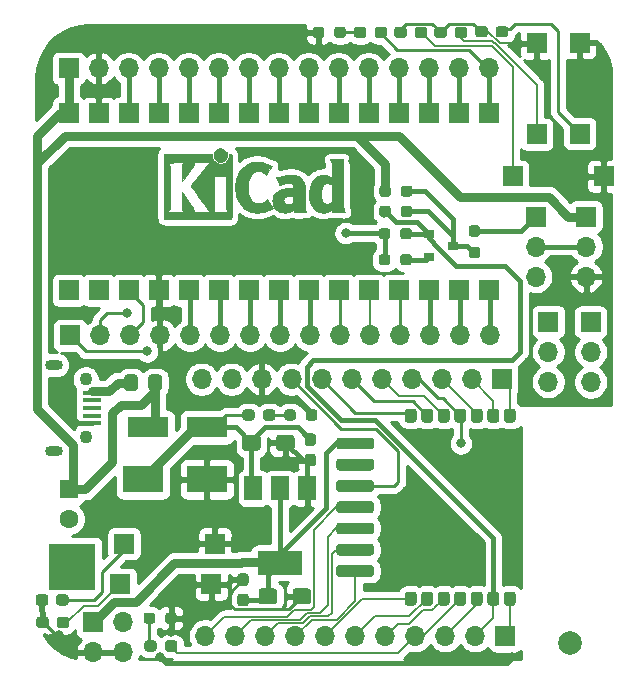
<source format=gbr>
%TF.GenerationSoftware,KiCad,Pcbnew,(5.1.10)-1*%
%TF.CreationDate,2021-06-06T01:15:34+08:00*%
%TF.ProjectId,tuya_arduino,74757961-5f61-4726-9475-696e6f2e6b69,rev?*%
%TF.SameCoordinates,Original*%
%TF.FileFunction,Copper,L1,Top*%
%TF.FilePolarity,Positive*%
%FSLAX46Y46*%
G04 Gerber Fmt 4.6, Leading zero omitted, Abs format (unit mm)*
G04 Created by KiCad (PCBNEW (5.1.10)-1) date 2021-06-06 01:15:34*
%MOMM*%
%LPD*%
G01*
G04 APERTURE LIST*
%TA.AperFunction,EtchedComponent*%
%ADD10C,0.010000*%
%TD*%
%TA.AperFunction,ComponentPad*%
%ADD11C,2.000000*%
%TD*%
%TA.AperFunction,ComponentPad*%
%ADD12R,4.000000X4.000000*%
%TD*%
%TA.AperFunction,ComponentPad*%
%ADD13O,1.700000X1.700000*%
%TD*%
%TA.AperFunction,ComponentPad*%
%ADD14R,1.700000X1.700000*%
%TD*%
%TA.AperFunction,SMDPad,CuDef*%
%ADD15R,1.500000X2.000000*%
%TD*%
%TA.AperFunction,SMDPad,CuDef*%
%ADD16R,3.800000X2.000000*%
%TD*%
%TA.AperFunction,SMDPad,CuDef*%
%ADD17R,1.700000X1.700000*%
%TD*%
%TA.AperFunction,SMDPad,CuDef*%
%ADD18R,0.900000X0.800000*%
%TD*%
%TA.AperFunction,ComponentPad*%
%ADD19C,1.100000*%
%TD*%
%TA.AperFunction,ComponentPad*%
%ADD20O,1.500000X0.900000*%
%TD*%
%TA.AperFunction,SMDPad,CuDef*%
%ADD21R,1.600000X0.400000*%
%TD*%
%TA.AperFunction,SMDPad,CuDef*%
%ADD22R,3.500000X2.300000*%
%TD*%
%TA.AperFunction,SMDPad,CuDef*%
%ADD23R,3.500000X1.800000*%
%TD*%
%TA.AperFunction,ComponentPad*%
%ADD24C,1.600000*%
%TD*%
%TA.AperFunction,ComponentPad*%
%ADD25R,1.600000X1.600000*%
%TD*%
%TA.AperFunction,ViaPad*%
%ADD26C,0.800000*%
%TD*%
%TA.AperFunction,Conductor*%
%ADD27C,0.381000*%
%TD*%
%TA.AperFunction,Conductor*%
%ADD28C,0.500000*%
%TD*%
%TA.AperFunction,Conductor*%
%ADD29C,0.254000*%
%TD*%
%TA.AperFunction,Conductor*%
%ADD30C,0.152400*%
%TD*%
%TA.AperFunction,Conductor*%
%ADD31C,0.762000*%
%TD*%
%TA.AperFunction,Conductor*%
%ADD32C,0.250000*%
%TD*%
%TA.AperFunction,Conductor*%
%ADD33C,0.350000*%
%TD*%
%ADD34C,0.350000*%
%ADD35O,1.100000X0.500000*%
G04 APERTURE END LIST*
D10*
%TO.C,REF\u002A\u002A*%
G36*
X91944257Y-55223689D02*
G01*
X92208780Y-55223725D01*
X92331912Y-55223730D01*
X94302811Y-55223730D01*
X94302811Y-55339910D01*
X94315211Y-55481291D01*
X94352636Y-55611684D01*
X94415423Y-55731862D01*
X94503906Y-55842602D01*
X94533843Y-55872511D01*
X94641534Y-55957348D01*
X94760275Y-56019221D01*
X94886540Y-56058159D01*
X95016803Y-56074190D01*
X95147535Y-56067342D01*
X95275212Y-56037643D01*
X95396305Y-55985120D01*
X95507288Y-55909803D01*
X95557132Y-55864363D01*
X95650017Y-55752952D01*
X95718127Y-55630435D01*
X95760871Y-55498215D01*
X95777653Y-55357692D01*
X95777876Y-55343867D01*
X95778756Y-55223734D01*
X95831557Y-55223732D01*
X95878396Y-55230089D01*
X95921183Y-55245556D01*
X95924011Y-55247154D01*
X95933675Y-55252168D01*
X95942549Y-55256073D01*
X95950665Y-55260007D01*
X95958057Y-55265106D01*
X95964755Y-55272508D01*
X95970792Y-55283351D01*
X95976199Y-55298772D01*
X95981010Y-55319909D01*
X95985255Y-55347899D01*
X95988968Y-55383879D01*
X95992179Y-55428987D01*
X95994922Y-55484360D01*
X95997228Y-55551137D01*
X95999129Y-55630453D01*
X96000658Y-55723447D01*
X96001846Y-55831257D01*
X96002726Y-55955019D01*
X96003330Y-56095871D01*
X96003689Y-56254950D01*
X96003835Y-56433395D01*
X96003802Y-56632342D01*
X96003620Y-56852929D01*
X96003323Y-57096293D01*
X96002941Y-57363572D01*
X96002508Y-57655903D01*
X96002055Y-57974424D01*
X96002002Y-58013230D01*
X96001596Y-58333782D01*
X96001251Y-58628012D01*
X96000931Y-58897056D01*
X96000600Y-59142052D01*
X96000221Y-59364137D01*
X95999757Y-59564447D01*
X95999172Y-59744119D01*
X95998430Y-59904290D01*
X95997494Y-60046098D01*
X95996327Y-60170679D01*
X95994893Y-60279170D01*
X95993156Y-60372707D01*
X95991078Y-60452429D01*
X95988624Y-60519472D01*
X95985756Y-60574973D01*
X95982439Y-60620068D01*
X95978636Y-60655895D01*
X95974310Y-60683591D01*
X95969425Y-60704293D01*
X95963945Y-60719137D01*
X95957832Y-60729260D01*
X95951050Y-60735800D01*
X95943563Y-60739893D01*
X95935334Y-60742676D01*
X95926327Y-60745287D01*
X95916505Y-60748862D01*
X95914106Y-60749950D01*
X95906565Y-60752396D01*
X95893944Y-60754642D01*
X95875141Y-60756698D01*
X95849053Y-60758572D01*
X95814578Y-60760271D01*
X95770615Y-60761803D01*
X95716061Y-60763177D01*
X95649815Y-60764400D01*
X95570774Y-60765481D01*
X95477837Y-60766427D01*
X95369901Y-60767247D01*
X95245864Y-60767947D01*
X95104624Y-60768538D01*
X94945079Y-60769025D01*
X94766128Y-60769419D01*
X94566668Y-60769725D01*
X94345596Y-60769953D01*
X94101812Y-60770110D01*
X93834213Y-60770205D01*
X93541697Y-60770245D01*
X93223161Y-60770238D01*
X93119979Y-60770228D01*
X92794377Y-60770176D01*
X92495119Y-60770091D01*
X92221091Y-60769963D01*
X91971176Y-60769785D01*
X91744260Y-60769548D01*
X91539227Y-60769242D01*
X91354962Y-60768860D01*
X91190350Y-60768392D01*
X91044275Y-60767830D01*
X90915624Y-60767165D01*
X90803279Y-60766388D01*
X90706126Y-60765491D01*
X90623050Y-60764465D01*
X90552936Y-60763301D01*
X90494668Y-60761991D01*
X90447131Y-60760525D01*
X90409210Y-60758896D01*
X90379790Y-60757093D01*
X90357755Y-60755110D01*
X90341990Y-60752936D01*
X90331380Y-60750563D01*
X90325596Y-60748391D01*
X90315316Y-60744056D01*
X90305878Y-60740859D01*
X90297245Y-60737665D01*
X90289381Y-60733338D01*
X90282252Y-60726744D01*
X90275821Y-60716747D01*
X90270053Y-60702212D01*
X90264911Y-60682003D01*
X90260360Y-60654985D01*
X90256365Y-60620023D01*
X90252889Y-60575981D01*
X90249898Y-60521724D01*
X90247354Y-60456117D01*
X90245223Y-60378024D01*
X90243468Y-60286310D01*
X90242055Y-60179840D01*
X90241685Y-60138973D01*
X90608116Y-60138973D01*
X91903266Y-60138973D01*
X91878345Y-60101217D01*
X91853553Y-60062417D01*
X91832560Y-60025469D01*
X91815065Y-59987788D01*
X91800770Y-59946788D01*
X91789377Y-59899883D01*
X91780587Y-59844487D01*
X91774102Y-59778016D01*
X91769623Y-59697883D01*
X91766850Y-59601502D01*
X91765487Y-59486289D01*
X91765233Y-59349657D01*
X91765791Y-59189020D01*
X91766107Y-59129382D01*
X91769675Y-58490041D01*
X92174702Y-59041449D01*
X92289446Y-59197876D01*
X92388857Y-59334088D01*
X92474010Y-59451890D01*
X92545978Y-59553084D01*
X92605834Y-59639477D01*
X92654652Y-59712874D01*
X92693505Y-59775077D01*
X92723466Y-59827893D01*
X92745609Y-59873125D01*
X92761007Y-59912578D01*
X92770734Y-59948058D01*
X92775863Y-59981368D01*
X92777468Y-60014313D01*
X92776621Y-60048697D01*
X92776405Y-60053019D01*
X92771946Y-60139031D01*
X94191308Y-60138973D01*
X94085735Y-60032522D01*
X94057087Y-60003406D01*
X94029910Y-59975076D01*
X94003011Y-59945968D01*
X93975197Y-59914520D01*
X93945275Y-59879169D01*
X93912054Y-59838354D01*
X93874339Y-59790511D01*
X93830940Y-59734079D01*
X93780662Y-59667494D01*
X93722312Y-59589195D01*
X93654700Y-59497619D01*
X93576631Y-59391204D01*
X93486912Y-59268387D01*
X93384352Y-59127605D01*
X93267758Y-58967297D01*
X93172191Y-58835798D01*
X93052251Y-58670596D01*
X92947620Y-58526152D01*
X92857352Y-58401094D01*
X92780497Y-58294052D01*
X92716109Y-58203654D01*
X92663239Y-58128529D01*
X92620940Y-58067304D01*
X92588264Y-58018610D01*
X92564262Y-57981074D01*
X92547987Y-57953325D01*
X92538492Y-57933992D01*
X92534827Y-57921703D01*
X92535929Y-57915242D01*
X92549276Y-57898048D01*
X92578134Y-57861655D01*
X92620760Y-57808224D01*
X92675415Y-57739919D01*
X92740356Y-57658903D01*
X92813842Y-57567340D01*
X92894132Y-57467392D01*
X92979485Y-57361224D01*
X93068160Y-57250997D01*
X93158414Y-57138876D01*
X93208056Y-57077244D01*
X94440627Y-57077244D01*
X94491854Y-57169919D01*
X94543081Y-57262595D01*
X94543081Y-59953622D01*
X94491854Y-60046298D01*
X94440627Y-60138973D01*
X95046604Y-60138973D01*
X95191266Y-60138931D01*
X95310756Y-60138741D01*
X95407358Y-60138308D01*
X95483358Y-60137536D01*
X95541043Y-60136330D01*
X95582699Y-60134594D01*
X95610611Y-60132232D01*
X95627065Y-60129150D01*
X95634348Y-60125251D01*
X95634745Y-60120440D01*
X95630542Y-60114622D01*
X95630499Y-60114574D01*
X95613187Y-60089532D01*
X95590264Y-60048815D01*
X95570019Y-60008168D01*
X95531621Y-59926162D01*
X95523789Y-57077244D01*
X94440627Y-57077244D01*
X93208056Y-57077244D01*
X93248507Y-57027024D01*
X93336698Y-56917604D01*
X93421246Y-56812778D01*
X93500408Y-56714711D01*
X93572444Y-56625566D01*
X93635613Y-56547505D01*
X93688173Y-56482692D01*
X93728383Y-56433290D01*
X93752000Y-56404487D01*
X93843710Y-56296778D01*
X93931940Y-56199580D01*
X94013597Y-56116076D01*
X94085590Y-56049448D01*
X94136681Y-56008599D01*
X94197093Y-55965135D01*
X92807702Y-55965135D01*
X92808092Y-56046666D01*
X92804209Y-56106606D01*
X92789610Y-56162177D01*
X92767012Y-56214855D01*
X92752322Y-56244615D01*
X92736528Y-56274103D01*
X92718186Y-56305276D01*
X92695855Y-56340093D01*
X92668091Y-56380510D01*
X92633451Y-56428486D01*
X92590493Y-56485978D01*
X92537773Y-56554943D01*
X92473849Y-56637339D01*
X92397279Y-56735124D01*
X92306619Y-56850255D01*
X92200426Y-56984690D01*
X92188432Y-56999859D01*
X91769675Y-57529412D01*
X91765622Y-56942922D01*
X91764805Y-56767251D01*
X91764979Y-56618532D01*
X91766151Y-56496275D01*
X91768331Y-56399989D01*
X91771526Y-56329183D01*
X91775744Y-56283369D01*
X91777162Y-56274679D01*
X91799409Y-56183135D01*
X91828557Y-56100608D01*
X91861818Y-56034253D01*
X91881800Y-56006110D01*
X91916278Y-55965135D01*
X91262086Y-55965135D01*
X91106031Y-55965269D01*
X90975533Y-55965703D01*
X90868690Y-55966489D01*
X90783602Y-55967676D01*
X90718365Y-55969317D01*
X90671079Y-55971461D01*
X90639843Y-55974159D01*
X90622754Y-55977462D01*
X90617912Y-55981421D01*
X90618247Y-55982298D01*
X90632115Y-56003231D01*
X90655268Y-56036412D01*
X90667246Y-56053193D01*
X90679631Y-56069940D01*
X90690763Y-56084915D01*
X90700712Y-56099594D01*
X90709549Y-56115449D01*
X90717343Y-56133955D01*
X90724165Y-56156585D01*
X90730084Y-56184813D01*
X90735171Y-56220113D01*
X90739496Y-56263958D01*
X90743129Y-56317822D01*
X90746140Y-56383180D01*
X90748599Y-56461504D01*
X90750577Y-56554268D01*
X90752142Y-56662947D01*
X90753366Y-56789013D01*
X90754319Y-56933942D01*
X90755070Y-57099206D01*
X90755689Y-57286279D01*
X90756248Y-57496635D01*
X90756815Y-57731748D01*
X90757345Y-57947741D01*
X90757845Y-58188535D01*
X90758105Y-58418274D01*
X90758132Y-58635493D01*
X90757933Y-58838722D01*
X90757514Y-59026496D01*
X90756882Y-59197345D01*
X90756044Y-59349803D01*
X90755008Y-59482403D01*
X90753780Y-59593676D01*
X90752367Y-59682156D01*
X90750775Y-59746375D01*
X90749013Y-59784865D01*
X90748679Y-59788933D01*
X90736534Y-59882248D01*
X90717573Y-59957190D01*
X90688698Y-60022594D01*
X90646810Y-60087293D01*
X90641571Y-60094352D01*
X90608116Y-60138973D01*
X90241685Y-60138973D01*
X90240946Y-60057479D01*
X90240107Y-59918090D01*
X90239502Y-59760539D01*
X90239095Y-59583691D01*
X90238850Y-59386410D01*
X90238733Y-59167560D01*
X90238705Y-58926007D01*
X90238733Y-58660615D01*
X90238780Y-58370249D01*
X90238810Y-58053773D01*
X90238811Y-57990946D01*
X90238828Y-57671137D01*
X90238888Y-57377661D01*
X90238998Y-57109390D01*
X90239167Y-56865198D01*
X90239403Y-56643957D01*
X90239716Y-56444540D01*
X90240115Y-56265820D01*
X90240607Y-56106671D01*
X90241203Y-55965966D01*
X90241910Y-55842576D01*
X90242737Y-55735376D01*
X90243693Y-55643238D01*
X90244787Y-55565035D01*
X90246027Y-55499641D01*
X90247422Y-55445928D01*
X90248982Y-55402769D01*
X90250714Y-55369037D01*
X90252628Y-55343605D01*
X90254732Y-55325347D01*
X90257034Y-55313134D01*
X90259545Y-55305841D01*
X90259637Y-55305659D01*
X90264808Y-55294518D01*
X90269115Y-55284431D01*
X90273879Y-55275346D01*
X90280422Y-55267212D01*
X90290065Y-55259976D01*
X90304129Y-55253586D01*
X90323937Y-55247989D01*
X90350809Y-55243133D01*
X90386067Y-55238966D01*
X90431032Y-55235436D01*
X90487026Y-55232491D01*
X90555371Y-55230077D01*
X90637386Y-55228144D01*
X90734395Y-55226638D01*
X90847718Y-55225508D01*
X90978677Y-55224702D01*
X91128593Y-55224166D01*
X91298787Y-55223849D01*
X91490582Y-55223699D01*
X91705298Y-55223663D01*
X91944257Y-55223689D01*
G37*
X91944257Y-55223689D02*
X92208780Y-55223725D01*
X92331912Y-55223730D01*
X94302811Y-55223730D01*
X94302811Y-55339910D01*
X94315211Y-55481291D01*
X94352636Y-55611684D01*
X94415423Y-55731862D01*
X94503906Y-55842602D01*
X94533843Y-55872511D01*
X94641534Y-55957348D01*
X94760275Y-56019221D01*
X94886540Y-56058159D01*
X95016803Y-56074190D01*
X95147535Y-56067342D01*
X95275212Y-56037643D01*
X95396305Y-55985120D01*
X95507288Y-55909803D01*
X95557132Y-55864363D01*
X95650017Y-55752952D01*
X95718127Y-55630435D01*
X95760871Y-55498215D01*
X95777653Y-55357692D01*
X95777876Y-55343867D01*
X95778756Y-55223734D01*
X95831557Y-55223732D01*
X95878396Y-55230089D01*
X95921183Y-55245556D01*
X95924011Y-55247154D01*
X95933675Y-55252168D01*
X95942549Y-55256073D01*
X95950665Y-55260007D01*
X95958057Y-55265106D01*
X95964755Y-55272508D01*
X95970792Y-55283351D01*
X95976199Y-55298772D01*
X95981010Y-55319909D01*
X95985255Y-55347899D01*
X95988968Y-55383879D01*
X95992179Y-55428987D01*
X95994922Y-55484360D01*
X95997228Y-55551137D01*
X95999129Y-55630453D01*
X96000658Y-55723447D01*
X96001846Y-55831257D01*
X96002726Y-55955019D01*
X96003330Y-56095871D01*
X96003689Y-56254950D01*
X96003835Y-56433395D01*
X96003802Y-56632342D01*
X96003620Y-56852929D01*
X96003323Y-57096293D01*
X96002941Y-57363572D01*
X96002508Y-57655903D01*
X96002055Y-57974424D01*
X96002002Y-58013230D01*
X96001596Y-58333782D01*
X96001251Y-58628012D01*
X96000931Y-58897056D01*
X96000600Y-59142052D01*
X96000221Y-59364137D01*
X95999757Y-59564447D01*
X95999172Y-59744119D01*
X95998430Y-59904290D01*
X95997494Y-60046098D01*
X95996327Y-60170679D01*
X95994893Y-60279170D01*
X95993156Y-60372707D01*
X95991078Y-60452429D01*
X95988624Y-60519472D01*
X95985756Y-60574973D01*
X95982439Y-60620068D01*
X95978636Y-60655895D01*
X95974310Y-60683591D01*
X95969425Y-60704293D01*
X95963945Y-60719137D01*
X95957832Y-60729260D01*
X95951050Y-60735800D01*
X95943563Y-60739893D01*
X95935334Y-60742676D01*
X95926327Y-60745287D01*
X95916505Y-60748862D01*
X95914106Y-60749950D01*
X95906565Y-60752396D01*
X95893944Y-60754642D01*
X95875141Y-60756698D01*
X95849053Y-60758572D01*
X95814578Y-60760271D01*
X95770615Y-60761803D01*
X95716061Y-60763177D01*
X95649815Y-60764400D01*
X95570774Y-60765481D01*
X95477837Y-60766427D01*
X95369901Y-60767247D01*
X95245864Y-60767947D01*
X95104624Y-60768538D01*
X94945079Y-60769025D01*
X94766128Y-60769419D01*
X94566668Y-60769725D01*
X94345596Y-60769953D01*
X94101812Y-60770110D01*
X93834213Y-60770205D01*
X93541697Y-60770245D01*
X93223161Y-60770238D01*
X93119979Y-60770228D01*
X92794377Y-60770176D01*
X92495119Y-60770091D01*
X92221091Y-60769963D01*
X91971176Y-60769785D01*
X91744260Y-60769548D01*
X91539227Y-60769242D01*
X91354962Y-60768860D01*
X91190350Y-60768392D01*
X91044275Y-60767830D01*
X90915624Y-60767165D01*
X90803279Y-60766388D01*
X90706126Y-60765491D01*
X90623050Y-60764465D01*
X90552936Y-60763301D01*
X90494668Y-60761991D01*
X90447131Y-60760525D01*
X90409210Y-60758896D01*
X90379790Y-60757093D01*
X90357755Y-60755110D01*
X90341990Y-60752936D01*
X90331380Y-60750563D01*
X90325596Y-60748391D01*
X90315316Y-60744056D01*
X90305878Y-60740859D01*
X90297245Y-60737665D01*
X90289381Y-60733338D01*
X90282252Y-60726744D01*
X90275821Y-60716747D01*
X90270053Y-60702212D01*
X90264911Y-60682003D01*
X90260360Y-60654985D01*
X90256365Y-60620023D01*
X90252889Y-60575981D01*
X90249898Y-60521724D01*
X90247354Y-60456117D01*
X90245223Y-60378024D01*
X90243468Y-60286310D01*
X90242055Y-60179840D01*
X90241685Y-60138973D01*
X90608116Y-60138973D01*
X91903266Y-60138973D01*
X91878345Y-60101217D01*
X91853553Y-60062417D01*
X91832560Y-60025469D01*
X91815065Y-59987788D01*
X91800770Y-59946788D01*
X91789377Y-59899883D01*
X91780587Y-59844487D01*
X91774102Y-59778016D01*
X91769623Y-59697883D01*
X91766850Y-59601502D01*
X91765487Y-59486289D01*
X91765233Y-59349657D01*
X91765791Y-59189020D01*
X91766107Y-59129382D01*
X91769675Y-58490041D01*
X92174702Y-59041449D01*
X92289446Y-59197876D01*
X92388857Y-59334088D01*
X92474010Y-59451890D01*
X92545978Y-59553084D01*
X92605834Y-59639477D01*
X92654652Y-59712874D01*
X92693505Y-59775077D01*
X92723466Y-59827893D01*
X92745609Y-59873125D01*
X92761007Y-59912578D01*
X92770734Y-59948058D01*
X92775863Y-59981368D01*
X92777468Y-60014313D01*
X92776621Y-60048697D01*
X92776405Y-60053019D01*
X92771946Y-60139031D01*
X94191308Y-60138973D01*
X94085735Y-60032522D01*
X94057087Y-60003406D01*
X94029910Y-59975076D01*
X94003011Y-59945968D01*
X93975197Y-59914520D01*
X93945275Y-59879169D01*
X93912054Y-59838354D01*
X93874339Y-59790511D01*
X93830940Y-59734079D01*
X93780662Y-59667494D01*
X93722312Y-59589195D01*
X93654700Y-59497619D01*
X93576631Y-59391204D01*
X93486912Y-59268387D01*
X93384352Y-59127605D01*
X93267758Y-58967297D01*
X93172191Y-58835798D01*
X93052251Y-58670596D01*
X92947620Y-58526152D01*
X92857352Y-58401094D01*
X92780497Y-58294052D01*
X92716109Y-58203654D01*
X92663239Y-58128529D01*
X92620940Y-58067304D01*
X92588264Y-58018610D01*
X92564262Y-57981074D01*
X92547987Y-57953325D01*
X92538492Y-57933992D01*
X92534827Y-57921703D01*
X92535929Y-57915242D01*
X92549276Y-57898048D01*
X92578134Y-57861655D01*
X92620760Y-57808224D01*
X92675415Y-57739919D01*
X92740356Y-57658903D01*
X92813842Y-57567340D01*
X92894132Y-57467392D01*
X92979485Y-57361224D01*
X93068160Y-57250997D01*
X93158414Y-57138876D01*
X93208056Y-57077244D01*
X94440627Y-57077244D01*
X94491854Y-57169919D01*
X94543081Y-57262595D01*
X94543081Y-59953622D01*
X94491854Y-60046298D01*
X94440627Y-60138973D01*
X95046604Y-60138973D01*
X95191266Y-60138931D01*
X95310756Y-60138741D01*
X95407358Y-60138308D01*
X95483358Y-60137536D01*
X95541043Y-60136330D01*
X95582699Y-60134594D01*
X95610611Y-60132232D01*
X95627065Y-60129150D01*
X95634348Y-60125251D01*
X95634745Y-60120440D01*
X95630542Y-60114622D01*
X95630499Y-60114574D01*
X95613187Y-60089532D01*
X95590264Y-60048815D01*
X95570019Y-60008168D01*
X95531621Y-59926162D01*
X95523789Y-57077244D01*
X94440627Y-57077244D01*
X93208056Y-57077244D01*
X93248507Y-57027024D01*
X93336698Y-56917604D01*
X93421246Y-56812778D01*
X93500408Y-56714711D01*
X93572444Y-56625566D01*
X93635613Y-56547505D01*
X93688173Y-56482692D01*
X93728383Y-56433290D01*
X93752000Y-56404487D01*
X93843710Y-56296778D01*
X93931940Y-56199580D01*
X94013597Y-56116076D01*
X94085590Y-56049448D01*
X94136681Y-56008599D01*
X94197093Y-55965135D01*
X92807702Y-55965135D01*
X92808092Y-56046666D01*
X92804209Y-56106606D01*
X92789610Y-56162177D01*
X92767012Y-56214855D01*
X92752322Y-56244615D01*
X92736528Y-56274103D01*
X92718186Y-56305276D01*
X92695855Y-56340093D01*
X92668091Y-56380510D01*
X92633451Y-56428486D01*
X92590493Y-56485978D01*
X92537773Y-56554943D01*
X92473849Y-56637339D01*
X92397279Y-56735124D01*
X92306619Y-56850255D01*
X92200426Y-56984690D01*
X92188432Y-56999859D01*
X91769675Y-57529412D01*
X91765622Y-56942922D01*
X91764805Y-56767251D01*
X91764979Y-56618532D01*
X91766151Y-56496275D01*
X91768331Y-56399989D01*
X91771526Y-56329183D01*
X91775744Y-56283369D01*
X91777162Y-56274679D01*
X91799409Y-56183135D01*
X91828557Y-56100608D01*
X91861818Y-56034253D01*
X91881800Y-56006110D01*
X91916278Y-55965135D01*
X91262086Y-55965135D01*
X91106031Y-55965269D01*
X90975533Y-55965703D01*
X90868690Y-55966489D01*
X90783602Y-55967676D01*
X90718365Y-55969317D01*
X90671079Y-55971461D01*
X90639843Y-55974159D01*
X90622754Y-55977462D01*
X90617912Y-55981421D01*
X90618247Y-55982298D01*
X90632115Y-56003231D01*
X90655268Y-56036412D01*
X90667246Y-56053193D01*
X90679631Y-56069940D01*
X90690763Y-56084915D01*
X90700712Y-56099594D01*
X90709549Y-56115449D01*
X90717343Y-56133955D01*
X90724165Y-56156585D01*
X90730084Y-56184813D01*
X90735171Y-56220113D01*
X90739496Y-56263958D01*
X90743129Y-56317822D01*
X90746140Y-56383180D01*
X90748599Y-56461504D01*
X90750577Y-56554268D01*
X90752142Y-56662947D01*
X90753366Y-56789013D01*
X90754319Y-56933942D01*
X90755070Y-57099206D01*
X90755689Y-57286279D01*
X90756248Y-57496635D01*
X90756815Y-57731748D01*
X90757345Y-57947741D01*
X90757845Y-58188535D01*
X90758105Y-58418274D01*
X90758132Y-58635493D01*
X90757933Y-58838722D01*
X90757514Y-59026496D01*
X90756882Y-59197345D01*
X90756044Y-59349803D01*
X90755008Y-59482403D01*
X90753780Y-59593676D01*
X90752367Y-59682156D01*
X90750775Y-59746375D01*
X90749013Y-59784865D01*
X90748679Y-59788933D01*
X90736534Y-59882248D01*
X90717573Y-59957190D01*
X90688698Y-60022594D01*
X90646810Y-60087293D01*
X90641571Y-60094352D01*
X90608116Y-60138973D01*
X90241685Y-60138973D01*
X90240946Y-60057479D01*
X90240107Y-59918090D01*
X90239502Y-59760539D01*
X90239095Y-59583691D01*
X90238850Y-59386410D01*
X90238733Y-59167560D01*
X90238705Y-58926007D01*
X90238733Y-58660615D01*
X90238780Y-58370249D01*
X90238810Y-58053773D01*
X90238811Y-57990946D01*
X90238828Y-57671137D01*
X90238888Y-57377661D01*
X90238998Y-57109390D01*
X90239167Y-56865198D01*
X90239403Y-56643957D01*
X90239716Y-56444540D01*
X90240115Y-56265820D01*
X90240607Y-56106671D01*
X90241203Y-55965966D01*
X90241910Y-55842576D01*
X90242737Y-55735376D01*
X90243693Y-55643238D01*
X90244787Y-55565035D01*
X90246027Y-55499641D01*
X90247422Y-55445928D01*
X90248982Y-55402769D01*
X90250714Y-55369037D01*
X90252628Y-55343605D01*
X90254732Y-55325347D01*
X90257034Y-55313134D01*
X90259545Y-55305841D01*
X90259637Y-55305659D01*
X90264808Y-55294518D01*
X90269115Y-55284431D01*
X90273879Y-55275346D01*
X90280422Y-55267212D01*
X90290065Y-55259976D01*
X90304129Y-55253586D01*
X90323937Y-55247989D01*
X90350809Y-55243133D01*
X90386067Y-55238966D01*
X90431032Y-55235436D01*
X90487026Y-55232491D01*
X90555371Y-55230077D01*
X90637386Y-55228144D01*
X90734395Y-55226638D01*
X90847718Y-55225508D01*
X90978677Y-55224702D01*
X91128593Y-55224166D01*
X91298787Y-55223849D01*
X91490582Y-55223699D01*
X91705298Y-55223663D01*
X91944257Y-55223689D01*
G36*
X98339962Y-55910499D02*
G01*
X98488014Y-55926707D01*
X98631452Y-55955718D01*
X98776110Y-55999045D01*
X98927824Y-56058201D01*
X99092428Y-56134700D01*
X99122071Y-56149517D01*
X99190098Y-56183031D01*
X99254256Y-56213208D01*
X99308215Y-56237166D01*
X99345640Y-56252024D01*
X99351389Y-56253895D01*
X99406486Y-56270402D01*
X99159851Y-56629201D01*
X99099552Y-56716893D01*
X99044422Y-56797012D01*
X98996336Y-56866836D01*
X98957168Y-56923647D01*
X98928794Y-56964723D01*
X98913087Y-56987346D01*
X98910536Y-56990928D01*
X98900171Y-56983438D01*
X98874660Y-56960918D01*
X98838563Y-56927461D01*
X98818642Y-56908550D01*
X98705773Y-56818778D01*
X98579014Y-56750561D01*
X98469783Y-56713195D01*
X98404214Y-56701460D01*
X98322116Y-56694308D01*
X98233144Y-56691874D01*
X98146956Y-56694288D01*
X98073205Y-56701683D01*
X98043776Y-56707347D01*
X97911133Y-56752982D01*
X97791606Y-56822663D01*
X97685283Y-56916260D01*
X97592253Y-57033649D01*
X97512605Y-57174700D01*
X97446426Y-57339286D01*
X97393806Y-57527280D01*
X97362533Y-57688217D01*
X97354374Y-57759263D01*
X97348815Y-57851046D01*
X97345802Y-57956968D01*
X97345281Y-58070434D01*
X97347200Y-58184849D01*
X97351503Y-58293617D01*
X97358137Y-58390143D01*
X97367049Y-58467831D01*
X97368979Y-58479817D01*
X97411499Y-58672892D01*
X97469433Y-58843773D01*
X97543133Y-58993224D01*
X97632951Y-59122011D01*
X97696707Y-59191639D01*
X97811286Y-59286173D01*
X97936942Y-59356246D01*
X98071557Y-59401477D01*
X98213011Y-59421484D01*
X98359183Y-59415885D01*
X98507955Y-59384300D01*
X98595911Y-59353394D01*
X98717629Y-59291506D01*
X98843080Y-59202729D01*
X98913353Y-59142694D01*
X98952811Y-59107947D01*
X98983812Y-59082454D01*
X99001458Y-59070170D01*
X99003648Y-59069795D01*
X99011524Y-59082347D01*
X99031932Y-59115516D01*
X99063132Y-59166458D01*
X99103386Y-59232331D01*
X99150957Y-59310289D01*
X99204104Y-59397490D01*
X99233687Y-59446067D01*
X99459648Y-59817215D01*
X99177527Y-59956639D01*
X99075522Y-60006719D01*
X98992889Y-60046210D01*
X98924578Y-60077073D01*
X98865537Y-60101268D01*
X98810714Y-60120758D01*
X98755060Y-60137503D01*
X98693523Y-60153465D01*
X98634540Y-60167482D01*
X98582115Y-60178329D01*
X98527288Y-60186526D01*
X98464572Y-60192528D01*
X98388477Y-60196790D01*
X98293516Y-60199767D01*
X98229513Y-60201052D01*
X98138192Y-60201930D01*
X98050627Y-60201487D01*
X97972612Y-60199852D01*
X97909942Y-60197149D01*
X97868413Y-60193505D01*
X97865952Y-60193142D01*
X97650303Y-60146487D01*
X97447793Y-60075729D01*
X97258495Y-59980914D01*
X97082479Y-59862089D01*
X96919816Y-59719300D01*
X96770578Y-59552594D01*
X96662496Y-59404433D01*
X96547434Y-59210502D01*
X96454423Y-59005699D01*
X96383013Y-58788383D01*
X96332756Y-58556912D01*
X96303201Y-58309643D01*
X96293889Y-58058559D01*
X96301548Y-57815670D01*
X96325613Y-57591570D01*
X96366852Y-57382477D01*
X96426027Y-57184613D01*
X96503904Y-56994196D01*
X96513203Y-56974468D01*
X96615648Y-56790059D01*
X96741472Y-56614576D01*
X96887112Y-56451650D01*
X97049001Y-56304914D01*
X97223576Y-56178001D01*
X97386244Y-56084905D01*
X97550573Y-56011991D01*
X97715251Y-55959174D01*
X97886652Y-55925015D01*
X98071153Y-55908078D01*
X98181459Y-55905580D01*
X98339962Y-55910499D01*
G37*
X98339962Y-55910499D02*
X98488014Y-55926707D01*
X98631452Y-55955718D01*
X98776110Y-55999045D01*
X98927824Y-56058201D01*
X99092428Y-56134700D01*
X99122071Y-56149517D01*
X99190098Y-56183031D01*
X99254256Y-56213208D01*
X99308215Y-56237166D01*
X99345640Y-56252024D01*
X99351389Y-56253895D01*
X99406486Y-56270402D01*
X99159851Y-56629201D01*
X99099552Y-56716893D01*
X99044422Y-56797012D01*
X98996336Y-56866836D01*
X98957168Y-56923647D01*
X98928794Y-56964723D01*
X98913087Y-56987346D01*
X98910536Y-56990928D01*
X98900171Y-56983438D01*
X98874660Y-56960918D01*
X98838563Y-56927461D01*
X98818642Y-56908550D01*
X98705773Y-56818778D01*
X98579014Y-56750561D01*
X98469783Y-56713195D01*
X98404214Y-56701460D01*
X98322116Y-56694308D01*
X98233144Y-56691874D01*
X98146956Y-56694288D01*
X98073205Y-56701683D01*
X98043776Y-56707347D01*
X97911133Y-56752982D01*
X97791606Y-56822663D01*
X97685283Y-56916260D01*
X97592253Y-57033649D01*
X97512605Y-57174700D01*
X97446426Y-57339286D01*
X97393806Y-57527280D01*
X97362533Y-57688217D01*
X97354374Y-57759263D01*
X97348815Y-57851046D01*
X97345802Y-57956968D01*
X97345281Y-58070434D01*
X97347200Y-58184849D01*
X97351503Y-58293617D01*
X97358137Y-58390143D01*
X97367049Y-58467831D01*
X97368979Y-58479817D01*
X97411499Y-58672892D01*
X97469433Y-58843773D01*
X97543133Y-58993224D01*
X97632951Y-59122011D01*
X97696707Y-59191639D01*
X97811286Y-59286173D01*
X97936942Y-59356246D01*
X98071557Y-59401477D01*
X98213011Y-59421484D01*
X98359183Y-59415885D01*
X98507955Y-59384300D01*
X98595911Y-59353394D01*
X98717629Y-59291506D01*
X98843080Y-59202729D01*
X98913353Y-59142694D01*
X98952811Y-59107947D01*
X98983812Y-59082454D01*
X99001458Y-59070170D01*
X99003648Y-59069795D01*
X99011524Y-59082347D01*
X99031932Y-59115516D01*
X99063132Y-59166458D01*
X99103386Y-59232331D01*
X99150957Y-59310289D01*
X99204104Y-59397490D01*
X99233687Y-59446067D01*
X99459648Y-59817215D01*
X99177527Y-59956639D01*
X99075522Y-60006719D01*
X98992889Y-60046210D01*
X98924578Y-60077073D01*
X98865537Y-60101268D01*
X98810714Y-60120758D01*
X98755060Y-60137503D01*
X98693523Y-60153465D01*
X98634540Y-60167482D01*
X98582115Y-60178329D01*
X98527288Y-60186526D01*
X98464572Y-60192528D01*
X98388477Y-60196790D01*
X98293516Y-60199767D01*
X98229513Y-60201052D01*
X98138192Y-60201930D01*
X98050627Y-60201487D01*
X97972612Y-60199852D01*
X97909942Y-60197149D01*
X97868413Y-60193505D01*
X97865952Y-60193142D01*
X97650303Y-60146487D01*
X97447793Y-60075729D01*
X97258495Y-59980914D01*
X97082479Y-59862089D01*
X96919816Y-59719300D01*
X96770578Y-59552594D01*
X96662496Y-59404433D01*
X96547434Y-59210502D01*
X96454423Y-59005699D01*
X96383013Y-58788383D01*
X96332756Y-58556912D01*
X96303201Y-58309643D01*
X96293889Y-58058559D01*
X96301548Y-57815670D01*
X96325613Y-57591570D01*
X96366852Y-57382477D01*
X96426027Y-57184613D01*
X96503904Y-56994196D01*
X96513203Y-56974468D01*
X96615648Y-56790059D01*
X96741472Y-56614576D01*
X96887112Y-56451650D01*
X97049001Y-56304914D01*
X97223576Y-56178001D01*
X97386244Y-56084905D01*
X97550573Y-56011991D01*
X97715251Y-55959174D01*
X97886652Y-55925015D01*
X98071153Y-55908078D01*
X98181459Y-55905580D01*
X98339962Y-55910499D01*
G36*
X101067505Y-57014229D02*
G01*
X101135531Y-57019378D01*
X101330163Y-57045273D01*
X101502529Y-57086575D01*
X101653470Y-57143853D01*
X101783825Y-57217674D01*
X101894434Y-57308608D01*
X101986135Y-57417222D01*
X102059770Y-57544085D01*
X102113539Y-57681352D01*
X102127187Y-57725137D01*
X102139073Y-57766141D01*
X102149334Y-57806569D01*
X102158113Y-57848630D01*
X102165548Y-57894531D01*
X102171780Y-57946480D01*
X102176950Y-58006685D01*
X102181196Y-58077352D01*
X102184660Y-58160689D01*
X102187481Y-58258905D01*
X102189800Y-58374205D01*
X102191757Y-58508799D01*
X102193491Y-58664893D01*
X102195143Y-58844695D01*
X102196324Y-58985676D01*
X102204270Y-59953622D01*
X102255756Y-60046770D01*
X102280137Y-60091645D01*
X102298280Y-60126501D01*
X102306935Y-60145054D01*
X102307243Y-60146311D01*
X102294014Y-60147749D01*
X102256326Y-60149074D01*
X102197183Y-60150249D01*
X102119586Y-60151237D01*
X102026536Y-60151999D01*
X101921035Y-60152500D01*
X101806084Y-60152701D01*
X101792378Y-60152703D01*
X101277513Y-60152703D01*
X101277513Y-60036000D01*
X101276635Y-59983260D01*
X101274292Y-59942926D01*
X101270921Y-59921300D01*
X101269431Y-59919298D01*
X101255804Y-59927683D01*
X101227757Y-59949692D01*
X101191303Y-59980601D01*
X101190485Y-59981316D01*
X101123962Y-60030843D01*
X101039948Y-60080575D01*
X100947937Y-60125626D01*
X100857421Y-60161110D01*
X100817567Y-60173236D01*
X100738255Y-60188637D01*
X100640935Y-60198465D01*
X100534516Y-60202580D01*
X100427907Y-60200841D01*
X100330017Y-60193108D01*
X100261513Y-60181981D01*
X100093520Y-60132648D01*
X99942281Y-60062342D01*
X99808782Y-59971933D01*
X99694006Y-59862295D01*
X99598937Y-59734299D01*
X99524560Y-59588818D01*
X99492474Y-59500541D01*
X99472365Y-59414739D01*
X99459038Y-59311736D01*
X99452872Y-59201034D01*
X99453074Y-59184925D01*
X100381648Y-59184925D01*
X100389348Y-59267184D01*
X100414989Y-59335546D01*
X100462378Y-59398970D01*
X100480579Y-59417567D01*
X100545282Y-59467846D01*
X100620066Y-59500056D01*
X100709662Y-59515648D01*
X100804012Y-59516796D01*
X100893501Y-59509216D01*
X100962018Y-59494389D01*
X100991775Y-59483253D01*
X101045408Y-59452904D01*
X101102235Y-59410221D01*
X101154082Y-59362317D01*
X101192778Y-59316301D01*
X101203054Y-59299421D01*
X101211042Y-59275782D01*
X101216721Y-59238168D01*
X101220356Y-59182985D01*
X101222211Y-59106640D01*
X101222594Y-59033981D01*
X101222335Y-58949270D01*
X101221287Y-58888018D01*
X101219045Y-58846227D01*
X101215206Y-58819899D01*
X101209365Y-58805035D01*
X101201118Y-58797639D01*
X101198567Y-58796461D01*
X101176400Y-58792833D01*
X101132680Y-58789866D01*
X101073311Y-58787827D01*
X101004196Y-58786983D01*
X100989189Y-58786982D01*
X100896805Y-58788457D01*
X100825432Y-58792842D01*
X100768719Y-58800738D01*
X100721872Y-58812270D01*
X100605669Y-58856215D01*
X100514543Y-58910243D01*
X100447705Y-58975219D01*
X100404365Y-59052005D01*
X100383734Y-59141467D01*
X100381648Y-59184925D01*
X99453074Y-59184925D01*
X99454244Y-59092133D01*
X99463532Y-58994536D01*
X99470777Y-58955105D01*
X99517039Y-58808701D01*
X99587384Y-58673995D01*
X99680484Y-58552280D01*
X99795012Y-58444847D01*
X99929640Y-58352988D01*
X100083040Y-58277996D01*
X100213459Y-58232458D01*
X100300623Y-58208533D01*
X100383996Y-58189943D01*
X100468976Y-58176084D01*
X100560965Y-58166351D01*
X100665362Y-58160141D01*
X100787568Y-58156851D01*
X100898055Y-58155924D01*
X101225677Y-58155027D01*
X101219401Y-58056547D01*
X101201579Y-57949695D01*
X101163667Y-57857852D01*
X101107280Y-57783310D01*
X101034031Y-57728364D01*
X100969535Y-57701552D01*
X100877123Y-57684654D01*
X100767111Y-57682227D01*
X100644656Y-57693378D01*
X100514914Y-57717210D01*
X100383042Y-57752830D01*
X100254198Y-57799343D01*
X100160566Y-57841883D01*
X100115517Y-57863728D01*
X100081156Y-57878984D01*
X100063681Y-57884937D01*
X100062733Y-57884746D01*
X100056703Y-57871412D01*
X100041645Y-57836068D01*
X100018977Y-57782101D01*
X99990115Y-57712896D01*
X99956477Y-57631840D01*
X99922284Y-57549118D01*
X99785586Y-57217803D01*
X99882820Y-57201833D01*
X99924964Y-57193820D01*
X99988319Y-57180361D01*
X100067457Y-57162679D01*
X100156951Y-57141996D01*
X100251373Y-57119532D01*
X100288973Y-57110403D01*
X100451637Y-57072674D01*
X100594050Y-57044388D01*
X100721527Y-57024972D01*
X100839384Y-57013854D01*
X100952938Y-57010464D01*
X101067505Y-57014229D01*
G37*
X101067505Y-57014229D02*
X101135531Y-57019378D01*
X101330163Y-57045273D01*
X101502529Y-57086575D01*
X101653470Y-57143853D01*
X101783825Y-57217674D01*
X101894434Y-57308608D01*
X101986135Y-57417222D01*
X102059770Y-57544085D01*
X102113539Y-57681352D01*
X102127187Y-57725137D01*
X102139073Y-57766141D01*
X102149334Y-57806569D01*
X102158113Y-57848630D01*
X102165548Y-57894531D01*
X102171780Y-57946480D01*
X102176950Y-58006685D01*
X102181196Y-58077352D01*
X102184660Y-58160689D01*
X102187481Y-58258905D01*
X102189800Y-58374205D01*
X102191757Y-58508799D01*
X102193491Y-58664893D01*
X102195143Y-58844695D01*
X102196324Y-58985676D01*
X102204270Y-59953622D01*
X102255756Y-60046770D01*
X102280137Y-60091645D01*
X102298280Y-60126501D01*
X102306935Y-60145054D01*
X102307243Y-60146311D01*
X102294014Y-60147749D01*
X102256326Y-60149074D01*
X102197183Y-60150249D01*
X102119586Y-60151237D01*
X102026536Y-60151999D01*
X101921035Y-60152500D01*
X101806084Y-60152701D01*
X101792378Y-60152703D01*
X101277513Y-60152703D01*
X101277513Y-60036000D01*
X101276635Y-59983260D01*
X101274292Y-59942926D01*
X101270921Y-59921300D01*
X101269431Y-59919298D01*
X101255804Y-59927683D01*
X101227757Y-59949692D01*
X101191303Y-59980601D01*
X101190485Y-59981316D01*
X101123962Y-60030843D01*
X101039948Y-60080575D01*
X100947937Y-60125626D01*
X100857421Y-60161110D01*
X100817567Y-60173236D01*
X100738255Y-60188637D01*
X100640935Y-60198465D01*
X100534516Y-60202580D01*
X100427907Y-60200841D01*
X100330017Y-60193108D01*
X100261513Y-60181981D01*
X100093520Y-60132648D01*
X99942281Y-60062342D01*
X99808782Y-59971933D01*
X99694006Y-59862295D01*
X99598937Y-59734299D01*
X99524560Y-59588818D01*
X99492474Y-59500541D01*
X99472365Y-59414739D01*
X99459038Y-59311736D01*
X99452872Y-59201034D01*
X99453074Y-59184925D01*
X100381648Y-59184925D01*
X100389348Y-59267184D01*
X100414989Y-59335546D01*
X100462378Y-59398970D01*
X100480579Y-59417567D01*
X100545282Y-59467846D01*
X100620066Y-59500056D01*
X100709662Y-59515648D01*
X100804012Y-59516796D01*
X100893501Y-59509216D01*
X100962018Y-59494389D01*
X100991775Y-59483253D01*
X101045408Y-59452904D01*
X101102235Y-59410221D01*
X101154082Y-59362317D01*
X101192778Y-59316301D01*
X101203054Y-59299421D01*
X101211042Y-59275782D01*
X101216721Y-59238168D01*
X101220356Y-59182985D01*
X101222211Y-59106640D01*
X101222594Y-59033981D01*
X101222335Y-58949270D01*
X101221287Y-58888018D01*
X101219045Y-58846227D01*
X101215206Y-58819899D01*
X101209365Y-58805035D01*
X101201118Y-58797639D01*
X101198567Y-58796461D01*
X101176400Y-58792833D01*
X101132680Y-58789866D01*
X101073311Y-58787827D01*
X101004196Y-58786983D01*
X100989189Y-58786982D01*
X100896805Y-58788457D01*
X100825432Y-58792842D01*
X100768719Y-58800738D01*
X100721872Y-58812270D01*
X100605669Y-58856215D01*
X100514543Y-58910243D01*
X100447705Y-58975219D01*
X100404365Y-59052005D01*
X100383734Y-59141467D01*
X100381648Y-59184925D01*
X99453074Y-59184925D01*
X99454244Y-59092133D01*
X99463532Y-58994536D01*
X99470777Y-58955105D01*
X99517039Y-58808701D01*
X99587384Y-58673995D01*
X99680484Y-58552280D01*
X99795012Y-58444847D01*
X99929640Y-58352988D01*
X100083040Y-58277996D01*
X100213459Y-58232458D01*
X100300623Y-58208533D01*
X100383996Y-58189943D01*
X100468976Y-58176084D01*
X100560965Y-58166351D01*
X100665362Y-58160141D01*
X100787568Y-58156851D01*
X100898055Y-58155924D01*
X101225677Y-58155027D01*
X101219401Y-58056547D01*
X101201579Y-57949695D01*
X101163667Y-57857852D01*
X101107280Y-57783310D01*
X101034031Y-57728364D01*
X100969535Y-57701552D01*
X100877123Y-57684654D01*
X100767111Y-57682227D01*
X100644656Y-57693378D01*
X100514914Y-57717210D01*
X100383042Y-57752830D01*
X100254198Y-57799343D01*
X100160566Y-57841883D01*
X100115517Y-57863728D01*
X100081156Y-57878984D01*
X100063681Y-57884937D01*
X100062733Y-57884746D01*
X100056703Y-57871412D01*
X100041645Y-57836068D01*
X100018977Y-57782101D01*
X99990115Y-57712896D01*
X99956477Y-57631840D01*
X99922284Y-57549118D01*
X99785586Y-57217803D01*
X99882820Y-57201833D01*
X99924964Y-57193820D01*
X99988319Y-57180361D01*
X100067457Y-57162679D01*
X100156951Y-57141996D01*
X100251373Y-57119532D01*
X100288973Y-57110403D01*
X100451637Y-57072674D01*
X100594050Y-57044388D01*
X100721527Y-57024972D01*
X100839384Y-57013854D01*
X100952938Y-57010464D01*
X101067505Y-57014229D01*
G36*
X104742270Y-55706825D02*
G01*
X104859041Y-55707304D01*
X104898729Y-55707545D01*
X105444486Y-55711135D01*
X105451351Y-57804919D01*
X105452258Y-58088842D01*
X105453062Y-58346640D01*
X105453815Y-58579646D01*
X105454569Y-58789194D01*
X105455375Y-58976618D01*
X105456285Y-59143250D01*
X105457351Y-59290425D01*
X105458624Y-59419477D01*
X105460156Y-59531739D01*
X105461998Y-59628544D01*
X105464203Y-59711226D01*
X105466822Y-59781119D01*
X105469906Y-59839557D01*
X105473508Y-59887872D01*
X105477678Y-59927400D01*
X105482469Y-59959473D01*
X105487931Y-59985424D01*
X105494118Y-60006589D01*
X105501080Y-60024299D01*
X105508869Y-60039889D01*
X105517537Y-60054693D01*
X105527135Y-60070044D01*
X105537715Y-60087276D01*
X105539884Y-60090946D01*
X105576268Y-60153031D01*
X105050431Y-60149434D01*
X104524594Y-60145838D01*
X104517729Y-60030331D01*
X104513992Y-59974899D01*
X104510097Y-59942851D01*
X104504811Y-59930135D01*
X104496903Y-59932696D01*
X104490270Y-59940024D01*
X104461374Y-59966714D01*
X104414279Y-60001021D01*
X104355620Y-60038846D01*
X104292031Y-60076090D01*
X104230149Y-60108653D01*
X104182634Y-60130077D01*
X104071316Y-60165283D01*
X103943596Y-60190222D01*
X103808901Y-60203941D01*
X103676663Y-60205486D01*
X103556308Y-60193906D01*
X103554326Y-60193574D01*
X103389641Y-60152250D01*
X103235479Y-60086412D01*
X103093328Y-59997474D01*
X102964675Y-59886852D01*
X102851007Y-59755961D01*
X102753810Y-59606216D01*
X102674572Y-59439033D01*
X102631430Y-59315190D01*
X102602979Y-59211581D01*
X102581880Y-59111252D01*
X102567488Y-59008109D01*
X102559158Y-58896057D01*
X102556245Y-58769001D01*
X102557535Y-58665252D01*
X103570650Y-58665252D01*
X103575444Y-58839222D01*
X103590568Y-58988895D01*
X103616485Y-59115597D01*
X103653663Y-59220658D01*
X103702565Y-59305406D01*
X103763658Y-59371169D01*
X103834177Y-59417659D01*
X103870871Y-59435014D01*
X103902696Y-59445419D01*
X103938177Y-59450179D01*
X103985841Y-59450601D01*
X104037189Y-59448748D01*
X104138169Y-59439841D01*
X104218035Y-59422398D01*
X104243135Y-59413661D01*
X104300448Y-59387857D01*
X104360897Y-59355453D01*
X104387297Y-59339233D01*
X104455946Y-59294205D01*
X104455946Y-57866982D01*
X104380432Y-57821718D01*
X104275121Y-57770572D01*
X104167525Y-57740324D01*
X104061581Y-57730795D01*
X103961224Y-57741807D01*
X103870387Y-57773181D01*
X103793007Y-57824740D01*
X103768039Y-57849488D01*
X103707856Y-57930577D01*
X103659145Y-58028734D01*
X103621499Y-58145643D01*
X103594512Y-58282985D01*
X103577775Y-58442444D01*
X103570883Y-58625700D01*
X103570650Y-58665252D01*
X102557535Y-58665252D01*
X102558073Y-58622067D01*
X102569647Y-58396053D01*
X102592920Y-58192192D01*
X102628504Y-58007513D01*
X102677013Y-57839048D01*
X102739060Y-57683826D01*
X102761201Y-57637808D01*
X102850385Y-57487739D01*
X102958159Y-57354377D01*
X103081990Y-57239877D01*
X103219342Y-57146389D01*
X103367683Y-57076068D01*
X103456604Y-57047060D01*
X103543933Y-57029840D01*
X103649011Y-57019594D01*
X103763029Y-57016318D01*
X103877177Y-57020009D01*
X103982648Y-57030660D01*
X104067334Y-57047370D01*
X104168128Y-57080140D01*
X104265822Y-57122279D01*
X104351296Y-57169519D01*
X104396789Y-57201581D01*
X104428169Y-57225422D01*
X104450142Y-57239939D01*
X104455141Y-57242000D01*
X104456690Y-57228718D01*
X104458135Y-57190663D01*
X104459443Y-57130519D01*
X104460583Y-57050973D01*
X104461521Y-56954711D01*
X104462226Y-56844419D01*
X104462667Y-56722781D01*
X104462811Y-56598885D01*
X104462730Y-56440196D01*
X104462335Y-56306408D01*
X104461395Y-56194960D01*
X104459680Y-56103295D01*
X104456957Y-56028853D01*
X104452997Y-55969075D01*
X104447569Y-55921402D01*
X104440441Y-55883274D01*
X104431384Y-55852134D01*
X104420167Y-55825421D01*
X104406558Y-55800577D01*
X104390328Y-55775043D01*
X104388240Y-55771881D01*
X104367306Y-55738810D01*
X104354667Y-55716069D01*
X104352973Y-55711272D01*
X104366216Y-55709759D01*
X104404002Y-55708528D01*
X104463416Y-55707599D01*
X104541542Y-55706992D01*
X104635465Y-55706727D01*
X104742270Y-55706825D01*
G37*
X104742270Y-55706825D02*
X104859041Y-55707304D01*
X104898729Y-55707545D01*
X105444486Y-55711135D01*
X105451351Y-57804919D01*
X105452258Y-58088842D01*
X105453062Y-58346640D01*
X105453815Y-58579646D01*
X105454569Y-58789194D01*
X105455375Y-58976618D01*
X105456285Y-59143250D01*
X105457351Y-59290425D01*
X105458624Y-59419477D01*
X105460156Y-59531739D01*
X105461998Y-59628544D01*
X105464203Y-59711226D01*
X105466822Y-59781119D01*
X105469906Y-59839557D01*
X105473508Y-59887872D01*
X105477678Y-59927400D01*
X105482469Y-59959473D01*
X105487931Y-59985424D01*
X105494118Y-60006589D01*
X105501080Y-60024299D01*
X105508869Y-60039889D01*
X105517537Y-60054693D01*
X105527135Y-60070044D01*
X105537715Y-60087276D01*
X105539884Y-60090946D01*
X105576268Y-60153031D01*
X105050431Y-60149434D01*
X104524594Y-60145838D01*
X104517729Y-60030331D01*
X104513992Y-59974899D01*
X104510097Y-59942851D01*
X104504811Y-59930135D01*
X104496903Y-59932696D01*
X104490270Y-59940024D01*
X104461374Y-59966714D01*
X104414279Y-60001021D01*
X104355620Y-60038846D01*
X104292031Y-60076090D01*
X104230149Y-60108653D01*
X104182634Y-60130077D01*
X104071316Y-60165283D01*
X103943596Y-60190222D01*
X103808901Y-60203941D01*
X103676663Y-60205486D01*
X103556308Y-60193906D01*
X103554326Y-60193574D01*
X103389641Y-60152250D01*
X103235479Y-60086412D01*
X103093328Y-59997474D01*
X102964675Y-59886852D01*
X102851007Y-59755961D01*
X102753810Y-59606216D01*
X102674572Y-59439033D01*
X102631430Y-59315190D01*
X102602979Y-59211581D01*
X102581880Y-59111252D01*
X102567488Y-59008109D01*
X102559158Y-58896057D01*
X102556245Y-58769001D01*
X102557535Y-58665252D01*
X103570650Y-58665252D01*
X103575444Y-58839222D01*
X103590568Y-58988895D01*
X103616485Y-59115597D01*
X103653663Y-59220658D01*
X103702565Y-59305406D01*
X103763658Y-59371169D01*
X103834177Y-59417659D01*
X103870871Y-59435014D01*
X103902696Y-59445419D01*
X103938177Y-59450179D01*
X103985841Y-59450601D01*
X104037189Y-59448748D01*
X104138169Y-59439841D01*
X104218035Y-59422398D01*
X104243135Y-59413661D01*
X104300448Y-59387857D01*
X104360897Y-59355453D01*
X104387297Y-59339233D01*
X104455946Y-59294205D01*
X104455946Y-57866982D01*
X104380432Y-57821718D01*
X104275121Y-57770572D01*
X104167525Y-57740324D01*
X104061581Y-57730795D01*
X103961224Y-57741807D01*
X103870387Y-57773181D01*
X103793007Y-57824740D01*
X103768039Y-57849488D01*
X103707856Y-57930577D01*
X103659145Y-58028734D01*
X103621499Y-58145643D01*
X103594512Y-58282985D01*
X103577775Y-58442444D01*
X103570883Y-58625700D01*
X103570650Y-58665252D01*
X102557535Y-58665252D01*
X102558073Y-58622067D01*
X102569647Y-58396053D01*
X102592920Y-58192192D01*
X102628504Y-58007513D01*
X102677013Y-57839048D01*
X102739060Y-57683826D01*
X102761201Y-57637808D01*
X102850385Y-57487739D01*
X102958159Y-57354377D01*
X103081990Y-57239877D01*
X103219342Y-57146389D01*
X103367683Y-57076068D01*
X103456604Y-57047060D01*
X103543933Y-57029840D01*
X103649011Y-57019594D01*
X103763029Y-57016318D01*
X103877177Y-57020009D01*
X103982648Y-57030660D01*
X104067334Y-57047370D01*
X104168128Y-57080140D01*
X104265822Y-57122279D01*
X104351296Y-57169519D01*
X104396789Y-57201581D01*
X104428169Y-57225422D01*
X104450142Y-57239939D01*
X104455141Y-57242000D01*
X104456690Y-57228718D01*
X104458135Y-57190663D01*
X104459443Y-57130519D01*
X104460583Y-57050973D01*
X104461521Y-56954711D01*
X104462226Y-56844419D01*
X104462667Y-56722781D01*
X104462811Y-56598885D01*
X104462730Y-56440196D01*
X104462335Y-56306408D01*
X104461395Y-56194960D01*
X104459680Y-56103295D01*
X104456957Y-56028853D01*
X104452997Y-55969075D01*
X104447569Y-55921402D01*
X104440441Y-55883274D01*
X104431384Y-55852134D01*
X104420167Y-55825421D01*
X104406558Y-55800577D01*
X104390328Y-55775043D01*
X104388240Y-55771881D01*
X104367306Y-55738810D01*
X104354667Y-55716069D01*
X104352973Y-55711272D01*
X104366216Y-55709759D01*
X104404002Y-55708528D01*
X104463416Y-55707599D01*
X104541542Y-55706992D01*
X104635465Y-55706727D01*
X104742270Y-55706825D01*
G36*
X95173921Y-54786490D02*
G01*
X95277027Y-54822238D01*
X95373022Y-54878507D01*
X95458753Y-54955288D01*
X95531070Y-55052573D01*
X95563555Y-55113892D01*
X95591668Y-55199660D01*
X95605295Y-55298677D01*
X95603786Y-55400471D01*
X95587031Y-55492714D01*
X95541237Y-55605432D01*
X95474832Y-55703207D01*
X95391191Y-55784115D01*
X95293688Y-55846232D01*
X95185700Y-55887634D01*
X95070601Y-55906397D01*
X94951766Y-55900598D01*
X94893189Y-55888206D01*
X94779028Y-55843797D01*
X94677635Y-55776033D01*
X94591455Y-55687001D01*
X94522934Y-55578791D01*
X94517136Y-55566973D01*
X94497096Y-55522628D01*
X94484513Y-55485280D01*
X94477681Y-55445880D01*
X94474895Y-55395381D01*
X94474432Y-55340433D01*
X94475197Y-55274415D01*
X94478648Y-55226689D01*
X94486523Y-55188103D01*
X94500557Y-55149506D01*
X94517880Y-55111426D01*
X94582495Y-55003328D01*
X94662066Y-54915803D01*
X94753440Y-54848841D01*
X94853464Y-54802436D01*
X94958988Y-54776581D01*
X95066858Y-54771268D01*
X95173921Y-54786490D01*
G37*
X95173921Y-54786490D02*
X95277027Y-54822238D01*
X95373022Y-54878507D01*
X95458753Y-54955288D01*
X95531070Y-55052573D01*
X95563555Y-55113892D01*
X95591668Y-55199660D01*
X95605295Y-55298677D01*
X95603786Y-55400471D01*
X95587031Y-55492714D01*
X95541237Y-55605432D01*
X95474832Y-55703207D01*
X95391191Y-55784115D01*
X95293688Y-55846232D01*
X95185700Y-55887634D01*
X95070601Y-55906397D01*
X94951766Y-55900598D01*
X94893189Y-55888206D01*
X94779028Y-55843797D01*
X94677635Y-55776033D01*
X94591455Y-55687001D01*
X94522934Y-55578791D01*
X94517136Y-55566973D01*
X94497096Y-55522628D01*
X94484513Y-55485280D01*
X94477681Y-55445880D01*
X94474895Y-55395381D01*
X94474432Y-55340433D01*
X94475197Y-55274415D01*
X94478648Y-55226689D01*
X94486523Y-55188103D01*
X94500557Y-55149506D01*
X94517880Y-55111426D01*
X94582495Y-55003328D01*
X94662066Y-54915803D01*
X94753440Y-54848841D01*
X94853464Y-54802436D01*
X94958988Y-54776581D01*
X95066858Y-54771268D01*
X95173921Y-54786490D01*
%TD*%
%TO.P,U2,1*%
%TO.N,/P14*%
%TA.AperFunction,SMDPad,CuDef*%
G36*
G01*
X119050000Y-93250000D02*
X119050000Y-92550000D01*
G75*
G02*
X119300000Y-92300000I250000J0D01*
G01*
X119800000Y-92300000D01*
G75*
G02*
X120050000Y-92550000I0J-250000D01*
G01*
X120050000Y-93250000D01*
G75*
G02*
X119800000Y-93500000I-250000J0D01*
G01*
X119300000Y-93500000D01*
G75*
G02*
X119050000Y-93250000I0J250000D01*
G01*
G37*
%TD.AperFunction*%
%TO.P,U2,2*%
%TO.N,/OUT_RGB_TU_3V3*%
%TA.AperFunction,SMDPad,CuDef*%
G36*
G01*
X117650000Y-93250000D02*
X117650000Y-92550000D01*
G75*
G02*
X117900000Y-92300000I250000J0D01*
G01*
X118400000Y-92300000D01*
G75*
G02*
X118650000Y-92550000I0J-250000D01*
G01*
X118650000Y-93250000D01*
G75*
G02*
X118400000Y-93500000I-250000J0D01*
G01*
X117900000Y-93500000D01*
G75*
G02*
X117650000Y-93250000I0J250000D01*
G01*
G37*
%TD.AperFunction*%
%TO.P,U2,7*%
%TO.N,/TX2*%
%TA.AperFunction,SMDPad,CuDef*%
G36*
G01*
X110650000Y-93250000D02*
X110650000Y-92550000D01*
G75*
G02*
X110900000Y-92300000I250000J0D01*
G01*
X111400000Y-92300000D01*
G75*
G02*
X111650000Y-92550000I0J-250000D01*
G01*
X111650000Y-93250000D01*
G75*
G02*
X111400000Y-93500000I-250000J0D01*
G01*
X110900000Y-93500000D01*
G75*
G02*
X110650000Y-93250000I0J250000D01*
G01*
G37*
%TD.AperFunction*%
%TO.P,U2,4*%
%TO.N,/P22*%
%TA.AperFunction,SMDPad,CuDef*%
G36*
G01*
X114850000Y-93250000D02*
X114850000Y-92550000D01*
G75*
G02*
X115100000Y-92300000I250000J0D01*
G01*
X115600000Y-92300000D01*
G75*
G02*
X115850000Y-92550000I0J-250000D01*
G01*
X115850000Y-93250000D01*
G75*
G02*
X115600000Y-93500000I-250000J0D01*
G01*
X115100000Y-93500000D01*
G75*
G02*
X114850000Y-93250000I0J250000D01*
G01*
G37*
%TD.AperFunction*%
%TO.P,U2,3*%
%TO.N,/KEY_TU*%
%TA.AperFunction,SMDPad,CuDef*%
G36*
G01*
X116250000Y-93250000D02*
X116250000Y-92550000D01*
G75*
G02*
X116500000Y-92300000I250000J0D01*
G01*
X117000000Y-92300000D01*
G75*
G02*
X117250000Y-92550000I0J-250000D01*
G01*
X117250000Y-93250000D01*
G75*
G02*
X117000000Y-93500000I-250000J0D01*
G01*
X116500000Y-93500000D01*
G75*
G02*
X116250000Y-93250000I0J250000D01*
G01*
G37*
%TD.AperFunction*%
%TO.P,U2,6*%
%TO.N,/RX2*%
%TA.AperFunction,SMDPad,CuDef*%
G36*
G01*
X112050000Y-93250000D02*
X112050000Y-92550000D01*
G75*
G02*
X112300000Y-92300000I250000J0D01*
G01*
X112800000Y-92300000D01*
G75*
G02*
X113050000Y-92550000I0J-250000D01*
G01*
X113050000Y-93250000D01*
G75*
G02*
X112800000Y-93500000I-250000J0D01*
G01*
X112300000Y-93500000D01*
G75*
G02*
X112050000Y-93250000I0J250000D01*
G01*
G37*
%TD.AperFunction*%
%TO.P,U2,5*%
%TO.N,/ADC*%
%TA.AperFunction,SMDPad,CuDef*%
G36*
G01*
X113450000Y-93250000D02*
X113450000Y-92550000D01*
G75*
G02*
X113700000Y-92300000I250000J0D01*
G01*
X114200000Y-92300000D01*
G75*
G02*
X114450000Y-92550000I0J-250000D01*
G01*
X114450000Y-93250000D01*
G75*
G02*
X114200000Y-93500000I-250000J0D01*
G01*
X113700000Y-93500000D01*
G75*
G02*
X113450000Y-93250000I0J250000D01*
G01*
G37*
%TD.AperFunction*%
%TO.P,U2,8*%
%TO.N,/P8*%
%TA.AperFunction,SMDPad,CuDef*%
G36*
G01*
X104850000Y-90800000D02*
X104850000Y-90300000D01*
G75*
G02*
X105100000Y-90050000I250000J0D01*
G01*
X107800000Y-90050000D01*
G75*
G02*
X108050000Y-90300000I0J-250000D01*
G01*
X108050000Y-90800000D01*
G75*
G02*
X107800000Y-91050000I-250000J0D01*
G01*
X105100000Y-91050000D01*
G75*
G02*
X104850000Y-90800000I0J250000D01*
G01*
G37*
%TD.AperFunction*%
%TO.P,U2,9*%
%TO.N,/P7*%
%TA.AperFunction,SMDPad,CuDef*%
G36*
G01*
X104850000Y-89000000D02*
X104850000Y-88500000D01*
G75*
G02*
X105100000Y-88250000I250000J0D01*
G01*
X107800000Y-88250000D01*
G75*
G02*
X108050000Y-88500000I0J-250000D01*
G01*
X108050000Y-89000000D01*
G75*
G02*
X107800000Y-89250000I-250000J0D01*
G01*
X105100000Y-89250000D01*
G75*
G02*
X104850000Y-89000000I0J250000D01*
G01*
G37*
%TD.AperFunction*%
%TO.P,U2,10*%
%TO.N,/P6*%
%TA.AperFunction,SMDPad,CuDef*%
G36*
G01*
X104850000Y-87200000D02*
X104850000Y-86700000D01*
G75*
G02*
X105100000Y-86450000I250000J0D01*
G01*
X107800000Y-86450000D01*
G75*
G02*
X108050000Y-86700000I0J-250000D01*
G01*
X108050000Y-87200000D01*
G75*
G02*
X107800000Y-87450000I-250000J0D01*
G01*
X105100000Y-87450000D01*
G75*
G02*
X104850000Y-87200000I0J250000D01*
G01*
G37*
%TD.AperFunction*%
%TO.P,U2,11*%
%TO.N,/P26*%
%TA.AperFunction,SMDPad,CuDef*%
G36*
G01*
X104850000Y-85400000D02*
X104850000Y-84900000D01*
G75*
G02*
X105100000Y-84650000I250000J0D01*
G01*
X107800000Y-84650000D01*
G75*
G02*
X108050000Y-84900000I0J-250000D01*
G01*
X108050000Y-85400000D01*
G75*
G02*
X107800000Y-85650000I-250000J0D01*
G01*
X105100000Y-85650000D01*
G75*
G02*
X104850000Y-85400000I0J250000D01*
G01*
G37*
%TD.AperFunction*%
%TO.P,U2,12*%
%TO.N,/P24*%
%TA.AperFunction,SMDPad,CuDef*%
G36*
G01*
X104850000Y-83600000D02*
X104850000Y-83100000D01*
G75*
G02*
X105100000Y-82850000I250000J0D01*
G01*
X107800000Y-82850000D01*
G75*
G02*
X108050000Y-83100000I0J-250000D01*
G01*
X108050000Y-83600000D01*
G75*
G02*
X107800000Y-83850000I-250000J0D01*
G01*
X105100000Y-83850000D01*
G75*
G02*
X104850000Y-83600000I0J250000D01*
G01*
G37*
%TD.AperFunction*%
%TO.P,U2,13*%
%TO.N,GND*%
%TA.AperFunction,SMDPad,CuDef*%
G36*
G01*
X104850000Y-81800000D02*
X104850000Y-81300000D01*
G75*
G02*
X105100000Y-81050000I250000J0D01*
G01*
X107800000Y-81050000D01*
G75*
G02*
X108050000Y-81300000I0J-250000D01*
G01*
X108050000Y-81800000D01*
G75*
G02*
X107800000Y-82050000I-250000J0D01*
G01*
X105100000Y-82050000D01*
G75*
G02*
X104850000Y-81800000I0J250000D01*
G01*
G37*
%TD.AperFunction*%
%TO.P,U2,14*%
%TO.N,+3V3*%
%TA.AperFunction,SMDPad,CuDef*%
G36*
G01*
X104850000Y-80000000D02*
X104850000Y-79500000D01*
G75*
G02*
X105100000Y-79250000I250000J0D01*
G01*
X107800000Y-79250000D01*
G75*
G02*
X108050000Y-79500000I0J-250000D01*
G01*
X108050000Y-80000000D01*
G75*
G02*
X107800000Y-80250000I-250000J0D01*
G01*
X105100000Y-80250000D01*
G75*
G02*
X104850000Y-80000000I0J250000D01*
G01*
G37*
%TD.AperFunction*%
%TO.P,U2,15*%
%TO.N,/TX_C*%
%TA.AperFunction,SMDPad,CuDef*%
G36*
G01*
X110650000Y-77750000D02*
X110650000Y-77050000D01*
G75*
G02*
X110900000Y-76800000I250000J0D01*
G01*
X111400000Y-76800000D01*
G75*
G02*
X111650000Y-77050000I0J-250000D01*
G01*
X111650000Y-77750000D01*
G75*
G02*
X111400000Y-78000000I-250000J0D01*
G01*
X110900000Y-78000000D01*
G75*
G02*
X110650000Y-77750000I0J250000D01*
G01*
G37*
%TD.AperFunction*%
%TO.P,U2,16*%
%TO.N,/RX_C*%
%TA.AperFunction,SMDPad,CuDef*%
G36*
G01*
X112050000Y-77750000D02*
X112050000Y-77050000D01*
G75*
G02*
X112300000Y-76800000I250000J0D01*
G01*
X112800000Y-76800000D01*
G75*
G02*
X113050000Y-77050000I0J-250000D01*
G01*
X113050000Y-77750000D01*
G75*
G02*
X112800000Y-78000000I-250000J0D01*
G01*
X112300000Y-78000000D01*
G75*
G02*
X112050000Y-77750000I0J250000D01*
G01*
G37*
%TD.AperFunction*%
%TO.P,U2,17*%
%TO.N,/P28*%
%TA.AperFunction,SMDPad,CuDef*%
G36*
G01*
X113450000Y-77750000D02*
X113450000Y-77050000D01*
G75*
G02*
X113700000Y-76800000I250000J0D01*
G01*
X114200000Y-76800000D01*
G75*
G02*
X114450000Y-77050000I0J-250000D01*
G01*
X114450000Y-77750000D01*
G75*
G02*
X114200000Y-78000000I-250000J0D01*
G01*
X113700000Y-78000000D01*
G75*
G02*
X113450000Y-77750000I0J250000D01*
G01*
G37*
%TD.AperFunction*%
%TO.P,U2,18*%
%TO.N,/RST_TU\u002CCEN*%
%TA.AperFunction,SMDPad,CuDef*%
G36*
G01*
X114850000Y-77750000D02*
X114850000Y-77050000D01*
G75*
G02*
X115100000Y-76800000I250000J0D01*
G01*
X115600000Y-76800000D01*
G75*
G02*
X115850000Y-77050000I0J-250000D01*
G01*
X115850000Y-77750000D01*
G75*
G02*
X115600000Y-78000000I-250000J0D01*
G01*
X115100000Y-78000000D01*
G75*
G02*
X114850000Y-77750000I0J250000D01*
G01*
G37*
%TD.AperFunction*%
%TO.P,U2,19*%
%TO.N,/P9*%
%TA.AperFunction,SMDPad,CuDef*%
G36*
G01*
X116250000Y-77750000D02*
X116250000Y-77050000D01*
G75*
G02*
X116500000Y-76800000I250000J0D01*
G01*
X117000000Y-76800000D01*
G75*
G02*
X117250000Y-77050000I0J-250000D01*
G01*
X117250000Y-77750000D01*
G75*
G02*
X117000000Y-78000000I-250000J0D01*
G01*
X116500000Y-78000000D01*
G75*
G02*
X116250000Y-77750000I0J250000D01*
G01*
G37*
%TD.AperFunction*%
%TO.P,U2,20*%
%TO.N,/P17*%
%TA.AperFunction,SMDPad,CuDef*%
G36*
G01*
X117650000Y-77750000D02*
X117650000Y-77050000D01*
G75*
G02*
X117900000Y-76800000I250000J0D01*
G01*
X118400000Y-76800000D01*
G75*
G02*
X118650000Y-77050000I0J-250000D01*
G01*
X118650000Y-77750000D01*
G75*
G02*
X118400000Y-78000000I-250000J0D01*
G01*
X117900000Y-78000000D01*
G75*
G02*
X117650000Y-77750000I0J250000D01*
G01*
G37*
%TD.AperFunction*%
%TO.P,U2,21*%
%TO.N,/P15*%
%TA.AperFunction,SMDPad,CuDef*%
G36*
G01*
X119050000Y-77750000D02*
X119050000Y-77050000D01*
G75*
G02*
X119300000Y-76800000I250000J0D01*
G01*
X119800000Y-76800000D01*
G75*
G02*
X120050000Y-77050000I0J-250000D01*
G01*
X120050000Y-77750000D01*
G75*
G02*
X119800000Y-78000000I-250000J0D01*
G01*
X119300000Y-78000000D01*
G75*
G02*
X119050000Y-77750000I0J250000D01*
G01*
G37*
%TD.AperFunction*%
%TD*%
D11*
%TO.P,REF\u002A\u002A,1*%
%TO.N,N/C*%
X124650000Y-96650000D03*
%TD*%
D12*
%TO.P,REF\u002A\u002A,1*%
%TO.N,N/C*%
X82500000Y-90200000D03*
%TD*%
D13*
%TO.P,J8,4*%
%TO.N,GND*%
X86790000Y-97440000D03*
%TO.P,J8,3*%
X84250000Y-97440000D03*
%TO.P,J8,2*%
%TO.N,+5V*%
X86790000Y-94900000D03*
D14*
%TO.P,J8,1*%
%TO.N,+3V3*%
X84250000Y-94900000D03*
%TD*%
D15*
%TO.P,U1,1*%
%TO.N,GND*%
X102400000Y-83550000D03*
%TO.P,U1,3*%
%TO.N,Net-(C2-Pad1)*%
X97800000Y-83550000D03*
%TO.P,U1,2*%
%TO.N,+3V3*%
X100100000Y-83550000D03*
D16*
X100100000Y-89850000D03*
%TD*%
D14*
%TO.P,J4,26*%
%TO.N,/A7*%
X92350000Y-51800000D03*
%TO.P,J4,28*%
%TO.N,/RESET*%
X87270000Y-51800000D03*
%TO.P,J4,22*%
%TO.N,/A3*%
X102510000Y-51800000D03*
%TO.P,J4,16*%
%TO.N,/D13*%
X117750000Y-51800000D03*
%TO.P,J4,24*%
%TO.N,/A5*%
X97430000Y-51800000D03*
%TO.P,J4,30*%
%TO.N,+5V*%
X82190000Y-51800000D03*
%TO.P,J4,17*%
%TO.N,/3V3*%
X115210000Y-51800000D03*
%TO.P,J4,18*%
%TO.N,/AREF*%
X112670000Y-51800000D03*
%TO.P,J4,25*%
%TO.N,/A6*%
X94890000Y-51800000D03*
%TO.P,J4,23*%
%TO.N,/A4*%
X99970000Y-51800000D03*
%TO.P,J4,20*%
%TO.N,/A1*%
X107590000Y-51800000D03*
%TO.P,J4,19*%
%TO.N,/A0*%
X110130000Y-51800000D03*
%TO.P,J4,21*%
%TO.N,/A2*%
X105050000Y-51800000D03*
%TO.P,J4,29*%
%TO.N,GND*%
X84730000Y-51800000D03*
%TO.P,J4,27*%
%TO.N,/5V*%
X89810000Y-51800000D03*
%TO.P,J4,1*%
%TO.N,/TX*%
X82190000Y-66800000D03*
%TO.P,J4,2*%
%TO.N,/RX*%
X84730000Y-66800000D03*
%TO.P,J4,3*%
%TO.N,/RST*%
X87270000Y-66800000D03*
%TO.P,J4,4*%
%TO.N,GND*%
X89810000Y-66800000D03*
%TO.P,J4,5*%
%TO.N,/D2*%
X92350000Y-66800000D03*
%TO.P,J4,6*%
%TO.N,/D3*%
X94890000Y-66800000D03*
%TO.P,J4,7*%
%TO.N,/D4*%
X97430000Y-66800000D03*
%TO.P,J4,8*%
%TO.N,/D5*%
X99970000Y-66800000D03*
%TO.P,J4,9*%
%TO.N,/D6*%
X102510000Y-66800000D03*
%TO.P,J4,10*%
%TO.N,/D7*%
X105050000Y-66800000D03*
%TO.P,J4,11*%
%TO.N,/D8*%
X107590000Y-66800000D03*
%TO.P,J4,12*%
%TO.N,/D9*%
X110130000Y-66800000D03*
%TO.P,J4,13*%
%TO.N,/D10*%
X112670000Y-66800000D03*
%TO.P,J4,14*%
%TO.N,/D11*%
X115210000Y-66800000D03*
%TO.P,J4,15*%
%TO.N,/D12*%
X117750000Y-66800000D03*
%TD*%
D13*
%TO.P,J3,15*%
%TO.N,/D13*%
X117750000Y-48000000D03*
%TO.P,J3,14*%
%TO.N,/3V3*%
X115210000Y-48000000D03*
%TO.P,J3,13*%
%TO.N,/AREF*%
X112670000Y-48000000D03*
%TO.P,J3,12*%
%TO.N,/A0*%
X110130000Y-48000000D03*
%TO.P,J3,11*%
%TO.N,/A1*%
X107590000Y-48000000D03*
%TO.P,J3,10*%
%TO.N,/A2*%
X105050000Y-48000000D03*
%TO.P,J3,9*%
%TO.N,/A3*%
X102510000Y-48000000D03*
%TO.P,J3,8*%
%TO.N,/A4*%
X99970000Y-48000000D03*
%TO.P,J3,7*%
%TO.N,/A5*%
X97430000Y-48000000D03*
%TO.P,J3,6*%
%TO.N,/A6*%
X94890000Y-48000000D03*
%TO.P,J3,5*%
%TO.N,/A7*%
X92350000Y-48000000D03*
%TO.P,J3,4*%
%TO.N,/5V*%
X89810000Y-48000000D03*
%TO.P,J3,3*%
%TO.N,/RESET*%
X87270000Y-48000000D03*
%TO.P,J3,2*%
%TO.N,GND*%
X84730000Y-48000000D03*
D14*
%TO.P,J3,1*%
%TO.N,+5V*%
X82190000Y-48000000D03*
%TD*%
D13*
%TO.P,J1,15*%
%TO.N,/D12*%
X117860000Y-70600000D03*
%TO.P,J1,14*%
%TO.N,/D11*%
X115320000Y-70600000D03*
%TO.P,J1,13*%
%TO.N,/D10*%
X112780000Y-70600000D03*
%TO.P,J1,12*%
%TO.N,/D9*%
X110240000Y-70600000D03*
%TO.P,J1,11*%
%TO.N,/D8*%
X107700000Y-70600000D03*
%TO.P,J1,10*%
%TO.N,/D7*%
X105160000Y-70600000D03*
%TO.P,J1,9*%
%TO.N,/D6*%
X102620000Y-70600000D03*
%TO.P,J1,8*%
%TO.N,/D5*%
X100080000Y-70600000D03*
%TO.P,J1,7*%
%TO.N,/D4*%
X97540000Y-70600000D03*
%TO.P,J1,6*%
%TO.N,/D3*%
X95000000Y-70600000D03*
%TO.P,J1,5*%
%TO.N,/D2*%
X92460000Y-70600000D03*
%TO.P,J1,4*%
%TO.N,GND*%
X89920000Y-70600000D03*
%TO.P,J1,3*%
%TO.N,/RST*%
X87380000Y-70600000D03*
%TO.P,J1,2*%
%TO.N,/RX_D*%
X84840000Y-70600000D03*
D14*
%TO.P,J1,1*%
%TO.N,/TX_D*%
X82300000Y-70600000D03*
%TD*%
D17*
%TO.P,SW5,2*%
%TO.N,GND*%
X94580000Y-88230000D03*
%TO.P,SW5,1*%
%TO.N,/RST_TU\u002CCEN*%
X86880000Y-88230000D03*
%TD*%
%TO.P,SW4,2*%
%TO.N,GND*%
X94280000Y-91680000D03*
%TO.P,SW4,1*%
%TO.N,/KEY_TU*%
X86580000Y-91680000D03*
%TD*%
%TO.P,SW3,2*%
%TO.N,GND*%
X125480000Y-45820000D03*
%TO.P,SW3,1*%
%TO.N,/D7*%
X125480000Y-53520000D03*
%TD*%
%TO.P,SW2,2*%
%TO.N,GND*%
X127480000Y-57130000D03*
%TO.P,SW2,1*%
%TO.N,/D8*%
X119780000Y-57130000D03*
%TD*%
%TO.P,SW1,2*%
%TO.N,GND*%
X121830000Y-45870000D03*
%TO.P,SW1,1*%
%TO.N,/D9*%
X121830000Y-53570000D03*
%TD*%
%TO.P,R8,2*%
%TO.N,GND*%
%TA.AperFunction,SMDPad,CuDef*%
G36*
G01*
X90375000Y-94787500D02*
X90375000Y-94312500D01*
G75*
G02*
X90612500Y-94075000I237500J0D01*
G01*
X91112500Y-94075000D01*
G75*
G02*
X91350000Y-94312500I0J-237500D01*
G01*
X91350000Y-94787500D01*
G75*
G02*
X91112500Y-95025000I-237500J0D01*
G01*
X90612500Y-95025000D01*
G75*
G02*
X90375000Y-94787500I0J237500D01*
G01*
G37*
%TD.AperFunction*%
%TO.P,R8,1*%
%TO.N,Net-(D5-Pad1)*%
%TA.AperFunction,SMDPad,CuDef*%
G36*
G01*
X88550000Y-94787500D02*
X88550000Y-94312500D01*
G75*
G02*
X88787500Y-94075000I237500J0D01*
G01*
X89287500Y-94075000D01*
G75*
G02*
X89525000Y-94312500I0J-237500D01*
G01*
X89525000Y-94787500D01*
G75*
G02*
X89287500Y-95025000I-237500J0D01*
G01*
X88787500Y-95025000D01*
G75*
G02*
X88550000Y-94787500I0J237500D01*
G01*
G37*
%TD.AperFunction*%
%TD*%
%TO.P,R7,2*%
%TO.N,/OUT_RGB_TU_5V*%
%TA.AperFunction,SMDPad,CuDef*%
G36*
G01*
X110325000Y-58637500D02*
X110325000Y-58162500D01*
G75*
G02*
X110562500Y-57925000I237500J0D01*
G01*
X111062500Y-57925000D01*
G75*
G02*
X111300000Y-58162500I0J-237500D01*
G01*
X111300000Y-58637500D01*
G75*
G02*
X111062500Y-58875000I-237500J0D01*
G01*
X110562500Y-58875000D01*
G75*
G02*
X110325000Y-58637500I0J237500D01*
G01*
G37*
%TD.AperFunction*%
%TO.P,R7,1*%
%TO.N,+5V*%
%TA.AperFunction,SMDPad,CuDef*%
G36*
G01*
X108500000Y-58637500D02*
X108500000Y-58162500D01*
G75*
G02*
X108737500Y-57925000I237500J0D01*
G01*
X109237500Y-57925000D01*
G75*
G02*
X109475000Y-58162500I0J-237500D01*
G01*
X109475000Y-58637500D01*
G75*
G02*
X109237500Y-58875000I-237500J0D01*
G01*
X108737500Y-58875000D01*
G75*
G02*
X108500000Y-58637500I0J237500D01*
G01*
G37*
%TD.AperFunction*%
%TD*%
%TO.P,R6,2*%
%TO.N,Net-(Q1-Pad2)*%
%TA.AperFunction,SMDPad,CuDef*%
G36*
G01*
X110275000Y-64437500D02*
X110275000Y-63962500D01*
G75*
G02*
X110512500Y-63725000I237500J0D01*
G01*
X111012500Y-63725000D01*
G75*
G02*
X111250000Y-63962500I0J-237500D01*
G01*
X111250000Y-64437500D01*
G75*
G02*
X111012500Y-64675000I-237500J0D01*
G01*
X110512500Y-64675000D01*
G75*
G02*
X110275000Y-64437500I0J237500D01*
G01*
G37*
%TD.AperFunction*%
%TO.P,R6,1*%
%TO.N,+3V3*%
%TA.AperFunction,SMDPad,CuDef*%
G36*
G01*
X108450000Y-64437500D02*
X108450000Y-63962500D01*
G75*
G02*
X108687500Y-63725000I237500J0D01*
G01*
X109187500Y-63725000D01*
G75*
G02*
X109425000Y-63962500I0J-237500D01*
G01*
X109425000Y-64437500D01*
G75*
G02*
X109187500Y-64675000I-237500J0D01*
G01*
X108687500Y-64675000D01*
G75*
G02*
X108450000Y-64437500I0J237500D01*
G01*
G37*
%TD.AperFunction*%
%TD*%
%TO.P,R5,1*%
%TO.N,/OUT_RGB_TU_3V3*%
%TA.AperFunction,SMDPad,CuDef*%
G36*
G01*
X108487500Y-60337500D02*
X108487500Y-59862500D01*
G75*
G02*
X108725000Y-59625000I237500J0D01*
G01*
X109225000Y-59625000D01*
G75*
G02*
X109462500Y-59862500I0J-237500D01*
G01*
X109462500Y-60337500D01*
G75*
G02*
X109225000Y-60575000I-237500J0D01*
G01*
X108725000Y-60575000D01*
G75*
G02*
X108487500Y-60337500I0J237500D01*
G01*
G37*
%TD.AperFunction*%
%TO.P,R5,2*%
%TO.N,/OUT_RGB_TU_5V*%
%TA.AperFunction,SMDPad,CuDef*%
G36*
G01*
X110312500Y-60337500D02*
X110312500Y-59862500D01*
G75*
G02*
X110550000Y-59625000I237500J0D01*
G01*
X111050000Y-59625000D01*
G75*
G02*
X111287500Y-59862500I0J-237500D01*
G01*
X111287500Y-60337500D01*
G75*
G02*
X111050000Y-60575000I-237500J0D01*
G01*
X110550000Y-60575000D01*
G75*
G02*
X110312500Y-60337500I0J237500D01*
G01*
G37*
%TD.AperFunction*%
%TD*%
%TO.P,R4,2*%
%TO.N,Net-(JP3-Pad1)*%
%TA.AperFunction,SMDPad,CuDef*%
G36*
G01*
X116787500Y-62262500D02*
X116312500Y-62262500D01*
G75*
G02*
X116075000Y-62025000I0J237500D01*
G01*
X116075000Y-61525000D01*
G75*
G02*
X116312500Y-61287500I237500J0D01*
G01*
X116787500Y-61287500D01*
G75*
G02*
X117025000Y-61525000I0J-237500D01*
G01*
X117025000Y-62025000D01*
G75*
G02*
X116787500Y-62262500I-237500J0D01*
G01*
G37*
%TD.AperFunction*%
%TO.P,R4,1*%
%TO.N,/OUT_RGB_TU_5V*%
%TA.AperFunction,SMDPad,CuDef*%
G36*
G01*
X116787500Y-64087500D02*
X116312500Y-64087500D01*
G75*
G02*
X116075000Y-63850000I0J237500D01*
G01*
X116075000Y-63350000D01*
G75*
G02*
X116312500Y-63112500I237500J0D01*
G01*
X116787500Y-63112500D01*
G75*
G02*
X117025000Y-63350000I0J-237500D01*
G01*
X117025000Y-63850000D01*
G75*
G02*
X116787500Y-64087500I-237500J0D01*
G01*
G37*
%TD.AperFunction*%
%TD*%
%TO.P,R3,2*%
%TO.N,/OUT_RGB_TU_3V3*%
%TA.AperFunction,SMDPad,CuDef*%
G36*
G01*
X110275000Y-62237500D02*
X110275000Y-61762500D01*
G75*
G02*
X110512500Y-61525000I237500J0D01*
G01*
X111012500Y-61525000D01*
G75*
G02*
X111250000Y-61762500I0J-237500D01*
G01*
X111250000Y-62237500D01*
G75*
G02*
X111012500Y-62475000I-237500J0D01*
G01*
X110512500Y-62475000D01*
G75*
G02*
X110275000Y-62237500I0J237500D01*
G01*
G37*
%TD.AperFunction*%
%TO.P,R3,1*%
%TO.N,+3V3*%
%TA.AperFunction,SMDPad,CuDef*%
G36*
G01*
X108450000Y-62237500D02*
X108450000Y-61762500D01*
G75*
G02*
X108687500Y-61525000I237500J0D01*
G01*
X109187500Y-61525000D01*
G75*
G02*
X109425000Y-61762500I0J-237500D01*
G01*
X109425000Y-62237500D01*
G75*
G02*
X109187500Y-62475000I-237500J0D01*
G01*
X108687500Y-62475000D01*
G75*
G02*
X108450000Y-62237500I0J237500D01*
G01*
G37*
%TD.AperFunction*%
%TD*%
%TO.P,R2,2*%
%TO.N,GND*%
%TA.AperFunction,SMDPad,CuDef*%
G36*
G01*
X103825000Y-44712500D02*
X103825000Y-45187500D01*
G75*
G02*
X103587500Y-45425000I-237500J0D01*
G01*
X103087500Y-45425000D01*
G75*
G02*
X102850000Y-45187500I0J237500D01*
G01*
X102850000Y-44712500D01*
G75*
G02*
X103087500Y-44475000I237500J0D01*
G01*
X103587500Y-44475000D01*
G75*
G02*
X103825000Y-44712500I0J-237500D01*
G01*
G37*
%TD.AperFunction*%
%TO.P,R2,1*%
%TO.N,Net-(D4-Pad1)*%
%TA.AperFunction,SMDPad,CuDef*%
G36*
G01*
X105650000Y-44712500D02*
X105650000Y-45187500D01*
G75*
G02*
X105412500Y-45425000I-237500J0D01*
G01*
X104912500Y-45425000D01*
G75*
G02*
X104675000Y-45187500I0J237500D01*
G01*
X104675000Y-44712500D01*
G75*
G02*
X104912500Y-44475000I237500J0D01*
G01*
X105412500Y-44475000D01*
G75*
G02*
X105650000Y-44712500I0J-237500D01*
G01*
G37*
%TD.AperFunction*%
%TD*%
%TO.P,R1,2*%
%TO.N,GND*%
%TA.AperFunction,SMDPad,CuDef*%
G36*
G01*
X102275000Y-77587500D02*
X102275000Y-77112500D01*
G75*
G02*
X102512500Y-76875000I237500J0D01*
G01*
X103012500Y-76875000D01*
G75*
G02*
X103250000Y-77112500I0J-237500D01*
G01*
X103250000Y-77587500D01*
G75*
G02*
X103012500Y-77825000I-237500J0D01*
G01*
X102512500Y-77825000D01*
G75*
G02*
X102275000Y-77587500I0J237500D01*
G01*
G37*
%TD.AperFunction*%
%TO.P,R1,1*%
%TO.N,Net-(D3-Pad1)*%
%TA.AperFunction,SMDPad,CuDef*%
G36*
G01*
X100450000Y-77587500D02*
X100450000Y-77112500D01*
G75*
G02*
X100687500Y-76875000I237500J0D01*
G01*
X101187500Y-76875000D01*
G75*
G02*
X101425000Y-77112500I0J-237500D01*
G01*
X101425000Y-77587500D01*
G75*
G02*
X101187500Y-77825000I-237500J0D01*
G01*
X100687500Y-77825000D01*
G75*
G02*
X100450000Y-77587500I0J237500D01*
G01*
G37*
%TD.AperFunction*%
%TD*%
D18*
%TO.P,Q1,3*%
%TO.N,/OUT_RGB_TU_5V*%
X114700000Y-63000000D03*
%TO.P,Q1,2*%
%TO.N,Net-(Q1-Pad2)*%
X112700000Y-63950000D03*
%TO.P,Q1,1*%
%TO.N,/OUT_RGB_TU_3V3*%
X112700000Y-62050000D03*
%TD*%
D13*
%TO.P,JP3,3*%
%TO.N,/D6*%
X121750000Y-65630000D03*
%TO.P,JP3,2*%
%TO.N,/OUT_RGB*%
X121750000Y-63090000D03*
D14*
%TO.P,JP3,1*%
%TO.N,Net-(JP3-Pad1)*%
X121750000Y-60550000D03*
%TD*%
D13*
%TO.P,JP2,3*%
%TO.N,/RX_C*%
X126400000Y-74550000D03*
%TO.P,JP2,2*%
%TO.N,/TX*%
X126400000Y-72010000D03*
D14*
%TO.P,JP2,1*%
%TO.N,/TX_D*%
X126400000Y-69470000D03*
%TD*%
D13*
%TO.P,JP1,3*%
%TO.N,/TX_C*%
X122800000Y-74530000D03*
%TO.P,JP1,2*%
%TO.N,/RX*%
X122800000Y-71990000D03*
D14*
%TO.P,JP1,1*%
%TO.N,/RX_D*%
X122800000Y-69450000D03*
%TD*%
D13*
%TO.P,J7,11*%
%TO.N,/P26*%
X93760000Y-96050000D03*
%TO.P,J7,10*%
%TO.N,/P6*%
X96300000Y-96050000D03*
%TO.P,J7,9*%
%TO.N,/P7*%
X98840000Y-96050000D03*
%TO.P,J7,8*%
%TO.N,/P8*%
X101380000Y-96050000D03*
%TO.P,J7,7*%
%TO.N,/TX2*%
X103920000Y-96050000D03*
%TO.P,J7,6*%
%TO.N,/RX2*%
X106460000Y-96050000D03*
%TO.P,J7,5*%
%TO.N,/ADC*%
X109000000Y-96050000D03*
%TO.P,J7,4*%
%TO.N,/P22*%
X111540000Y-96050000D03*
%TO.P,J7,3*%
%TO.N,/KEY_TU*%
X114080000Y-96050000D03*
%TO.P,J7,2*%
%TO.N,/OUT_RGB_TU_3V3*%
X116620000Y-96050000D03*
D14*
%TO.P,J7,1*%
%TO.N,/P14*%
X119160000Y-96050000D03*
%TD*%
D13*
%TO.P,J6,11*%
%TO.N,Net-(J6-Pad11)*%
X93450000Y-74300000D03*
%TO.P,J6,10*%
%TO.N,+3V3*%
X95990000Y-74300000D03*
%TO.P,J6,9*%
%TO.N,GND*%
X98530000Y-74300000D03*
%TO.P,J6,8*%
%TO.N,/P24*%
X101070000Y-74300000D03*
%TO.P,J6,7*%
%TO.N,/TX_C*%
X103610000Y-74300000D03*
%TO.P,J6,6*%
%TO.N,/RX_C*%
X106150000Y-74300000D03*
%TO.P,J6,5*%
%TO.N,/P28*%
X108690000Y-74300000D03*
%TO.P,J6,4*%
%TO.N,/RST_TU\u002CCEN*%
X111230000Y-74300000D03*
%TO.P,J6,3*%
%TO.N,/P9*%
X113770000Y-74300000D03*
%TO.P,J6,2*%
%TO.N,/P17*%
X116310000Y-74300000D03*
D14*
%TO.P,J6,1*%
%TO.N,/P15*%
X118850000Y-74300000D03*
%TD*%
D13*
%TO.P,J5,3*%
%TO.N,GND*%
X126000000Y-65630000D03*
%TO.P,J5,2*%
%TO.N,/OUT_RGB*%
X126000000Y-63090000D03*
D14*
%TO.P,J5,1*%
%TO.N,+5V*%
X126000000Y-60550000D03*
%TD*%
D19*
%TO.P,J2,6*%
%TO.N,N/C*%
X83630000Y-74325000D03*
D20*
X80950000Y-73125000D03*
X80950000Y-80375000D03*
D19*
X83630000Y-79175000D03*
D21*
%TO.P,J2,5*%
%TO.N,GND*%
X84150000Y-78050000D03*
%TO.P,J2,4*%
%TO.N,Net-(J2-Pad4)*%
X84150000Y-77400000D03*
%TO.P,J2,1*%
%TO.N,Net-(F1-Pad2)*%
X84150000Y-75450000D03*
%TO.P,J2,2*%
%TO.N,Net-(J2-Pad2)*%
X84150000Y-76100000D03*
%TO.P,J2,3*%
%TO.N,Net-(J2-Pad3)*%
X84150000Y-76750000D03*
%TD*%
%TO.P,F1,2*%
%TO.N,Net-(F1-Pad2)*%
%TA.AperFunction,SMDPad,CuDef*%
G36*
G01*
X88050000Y-74149999D02*
X88050000Y-75050001D01*
G75*
G02*
X87800001Y-75300000I-249999J0D01*
G01*
X87149999Y-75300000D01*
G75*
G02*
X86900000Y-75050001I0J249999D01*
G01*
X86900000Y-74149999D01*
G75*
G02*
X87149999Y-73900000I249999J0D01*
G01*
X87800001Y-73900000D01*
G75*
G02*
X88050000Y-74149999I0J-249999D01*
G01*
G37*
%TD.AperFunction*%
%TO.P,F1,1*%
%TO.N,+5V*%
%TA.AperFunction,SMDPad,CuDef*%
G36*
G01*
X90100000Y-74149999D02*
X90100000Y-75050001D01*
G75*
G02*
X89850001Y-75300000I-249999J0D01*
G01*
X89199999Y-75300000D01*
G75*
G02*
X88950000Y-75050001I0J249999D01*
G01*
X88950000Y-74149999D01*
G75*
G02*
X89199999Y-73900000I249999J0D01*
G01*
X89850001Y-73900000D01*
G75*
G02*
X90100000Y-74149999I0J-249999D01*
G01*
G37*
%TD.AperFunction*%
%TD*%
%TO.P,D5,2*%
%TO.N,/P22*%
%TA.AperFunction,SMDPad,CuDef*%
G36*
G01*
X90345000Y-97137500D02*
X90345000Y-96662500D01*
G75*
G02*
X90582500Y-96425000I237500J0D01*
G01*
X91157500Y-96425000D01*
G75*
G02*
X91395000Y-96662500I0J-237500D01*
G01*
X91395000Y-97137500D01*
G75*
G02*
X91157500Y-97375000I-237500J0D01*
G01*
X90582500Y-97375000D01*
G75*
G02*
X90345000Y-97137500I0J237500D01*
G01*
G37*
%TD.AperFunction*%
%TO.P,D5,1*%
%TO.N,Net-(D5-Pad1)*%
%TA.AperFunction,SMDPad,CuDef*%
G36*
G01*
X88595000Y-97137500D02*
X88595000Y-96662500D01*
G75*
G02*
X88832500Y-96425000I237500J0D01*
G01*
X89407500Y-96425000D01*
G75*
G02*
X89645000Y-96662500I0J-237500D01*
G01*
X89645000Y-97137500D01*
G75*
G02*
X89407500Y-97375000I-237500J0D01*
G01*
X88832500Y-97375000D01*
G75*
G02*
X88595000Y-97137500I0J237500D01*
G01*
G37*
%TD.AperFunction*%
%TD*%
%TO.P,D4,2*%
%TO.N,/D13*%
%TA.AperFunction,SMDPad,CuDef*%
G36*
G01*
X108100000Y-45187500D02*
X108100000Y-44712500D01*
G75*
G02*
X108337500Y-44475000I237500J0D01*
G01*
X108912500Y-44475000D01*
G75*
G02*
X109150000Y-44712500I0J-237500D01*
G01*
X109150000Y-45187500D01*
G75*
G02*
X108912500Y-45425000I-237500J0D01*
G01*
X108337500Y-45425000D01*
G75*
G02*
X108100000Y-45187500I0J237500D01*
G01*
G37*
%TD.AperFunction*%
%TO.P,D4,1*%
%TO.N,Net-(D4-Pad1)*%
%TA.AperFunction,SMDPad,CuDef*%
G36*
G01*
X106350000Y-45187500D02*
X106350000Y-44712500D01*
G75*
G02*
X106587500Y-44475000I237500J0D01*
G01*
X107162500Y-44475000D01*
G75*
G02*
X107400000Y-44712500I0J-237500D01*
G01*
X107400000Y-45187500D01*
G75*
G02*
X107162500Y-45425000I-237500J0D01*
G01*
X106587500Y-45425000D01*
G75*
G02*
X106350000Y-45187500I0J237500D01*
G01*
G37*
%TD.AperFunction*%
%TD*%
%TO.P,D3,2*%
%TO.N,Net-(C2-Pad1)*%
%TA.AperFunction,SMDPad,CuDef*%
G36*
G01*
X97950000Y-77112500D02*
X97950000Y-77587500D01*
G75*
G02*
X97712500Y-77825000I-237500J0D01*
G01*
X97137500Y-77825000D01*
G75*
G02*
X96900000Y-77587500I0J237500D01*
G01*
X96900000Y-77112500D01*
G75*
G02*
X97137500Y-76875000I237500J0D01*
G01*
X97712500Y-76875000D01*
G75*
G02*
X97950000Y-77112500I0J-237500D01*
G01*
G37*
%TD.AperFunction*%
%TO.P,D3,1*%
%TO.N,Net-(D3-Pad1)*%
%TA.AperFunction,SMDPad,CuDef*%
G36*
G01*
X99700000Y-77112500D02*
X99700000Y-77587500D01*
G75*
G02*
X99462500Y-77825000I-237500J0D01*
G01*
X98887500Y-77825000D01*
G75*
G02*
X98650000Y-77587500I0J237500D01*
G01*
X98650000Y-77112500D01*
G75*
G02*
X98887500Y-76875000I237500J0D01*
G01*
X99462500Y-76875000D01*
G75*
G02*
X99700000Y-77112500I0J-237500D01*
G01*
G37*
%TD.AperFunction*%
%TD*%
D22*
%TO.P,D2,2*%
%TO.N,GND*%
X93900000Y-82800000D03*
%TO.P,D2,1*%
%TO.N,Net-(C2-Pad1)*%
X88500000Y-82800000D03*
%TD*%
D23*
%TO.P,D1,2*%
%TO.N,+5V*%
X88900000Y-78400000D03*
%TO.P,D1,1*%
%TO.N,Net-(C2-Pad1)*%
X93900000Y-78400000D03*
%TD*%
%TO.P,C10,2*%
%TO.N,GND*%
%TA.AperFunction,SMDPad,CuDef*%
G36*
G01*
X80525000Y-94662500D02*
X80525000Y-95137500D01*
G75*
G02*
X80287500Y-95375000I-237500J0D01*
G01*
X79687500Y-95375000D01*
G75*
G02*
X79450000Y-95137500I0J237500D01*
G01*
X79450000Y-94662500D01*
G75*
G02*
X79687500Y-94425000I237500J0D01*
G01*
X80287500Y-94425000D01*
G75*
G02*
X80525000Y-94662500I0J-237500D01*
G01*
G37*
%TD.AperFunction*%
%TO.P,C10,1*%
%TO.N,/KEY_TU*%
%TA.AperFunction,SMDPad,CuDef*%
G36*
G01*
X82250000Y-94662500D02*
X82250000Y-95137500D01*
G75*
G02*
X82012500Y-95375000I-237500J0D01*
G01*
X81412500Y-95375000D01*
G75*
G02*
X81175000Y-95137500I0J237500D01*
G01*
X81175000Y-94662500D01*
G75*
G02*
X81412500Y-94425000I237500J0D01*
G01*
X82012500Y-94425000D01*
G75*
G02*
X82250000Y-94662500I0J-237500D01*
G01*
G37*
%TD.AperFunction*%
%TD*%
%TO.P,C9,2*%
%TO.N,GND*%
%TA.AperFunction,SMDPad,CuDef*%
G36*
G01*
X80475000Y-92762500D02*
X80475000Y-93237500D01*
G75*
G02*
X80237500Y-93475000I-237500J0D01*
G01*
X79637500Y-93475000D01*
G75*
G02*
X79400000Y-93237500I0J237500D01*
G01*
X79400000Y-92762500D01*
G75*
G02*
X79637500Y-92525000I237500J0D01*
G01*
X80237500Y-92525000D01*
G75*
G02*
X80475000Y-92762500I0J-237500D01*
G01*
G37*
%TD.AperFunction*%
%TO.P,C9,1*%
%TO.N,/RST_TU\u002CCEN*%
%TA.AperFunction,SMDPad,CuDef*%
G36*
G01*
X82200000Y-92762500D02*
X82200000Y-93237500D01*
G75*
G02*
X81962500Y-93475000I-237500J0D01*
G01*
X81362500Y-93475000D01*
G75*
G02*
X81125000Y-93237500I0J237500D01*
G01*
X81125000Y-92762500D01*
G75*
G02*
X81362500Y-92525000I237500J0D01*
G01*
X81962500Y-92525000D01*
G75*
G02*
X82200000Y-92762500I0J-237500D01*
G01*
G37*
%TD.AperFunction*%
%TD*%
%TO.P,C8,2*%
%TO.N,GND*%
%TA.AperFunction,SMDPad,CuDef*%
G36*
G01*
X97187500Y-91825000D02*
X96712500Y-91825000D01*
G75*
G02*
X96475000Y-91587500I0J237500D01*
G01*
X96475000Y-90987500D01*
G75*
G02*
X96712500Y-90750000I237500J0D01*
G01*
X97187500Y-90750000D01*
G75*
G02*
X97425000Y-90987500I0J-237500D01*
G01*
X97425000Y-91587500D01*
G75*
G02*
X97187500Y-91825000I-237500J0D01*
G01*
G37*
%TD.AperFunction*%
%TO.P,C8,1*%
%TO.N,+3V3*%
%TA.AperFunction,SMDPad,CuDef*%
G36*
G01*
X97187500Y-93550000D02*
X96712500Y-93550000D01*
G75*
G02*
X96475000Y-93312500I0J237500D01*
G01*
X96475000Y-92712500D01*
G75*
G02*
X96712500Y-92475000I237500J0D01*
G01*
X97187500Y-92475000D01*
G75*
G02*
X97425000Y-92712500I0J-237500D01*
G01*
X97425000Y-93312500D01*
G75*
G02*
X97187500Y-93550000I-237500J0D01*
G01*
G37*
%TD.AperFunction*%
%TD*%
%TO.P,C7,2*%
%TO.N,GND*%
%TA.AperFunction,SMDPad,CuDef*%
G36*
G01*
X110837500Y-44712500D02*
X110837500Y-45187500D01*
G75*
G02*
X110600000Y-45425000I-237500J0D01*
G01*
X110000000Y-45425000D01*
G75*
G02*
X109762500Y-45187500I0J237500D01*
G01*
X109762500Y-44712500D01*
G75*
G02*
X110000000Y-44475000I237500J0D01*
G01*
X110600000Y-44475000D01*
G75*
G02*
X110837500Y-44712500I0J-237500D01*
G01*
G37*
%TD.AperFunction*%
%TO.P,C7,1*%
%TO.N,/D8*%
%TA.AperFunction,SMDPad,CuDef*%
G36*
G01*
X112562500Y-44712500D02*
X112562500Y-45187500D01*
G75*
G02*
X112325000Y-45425000I-237500J0D01*
G01*
X111725000Y-45425000D01*
G75*
G02*
X111487500Y-45187500I0J237500D01*
G01*
X111487500Y-44712500D01*
G75*
G02*
X111725000Y-44475000I237500J0D01*
G01*
X112325000Y-44475000D01*
G75*
G02*
X112562500Y-44712500I0J-237500D01*
G01*
G37*
%TD.AperFunction*%
%TD*%
%TO.P,C6,2*%
%TO.N,GND*%
%TA.AperFunction,SMDPad,CuDef*%
G36*
G01*
X117687500Y-44662500D02*
X117687500Y-45137500D01*
G75*
G02*
X117450000Y-45375000I-237500J0D01*
G01*
X116850000Y-45375000D01*
G75*
G02*
X116612500Y-45137500I0J237500D01*
G01*
X116612500Y-44662500D01*
G75*
G02*
X116850000Y-44425000I237500J0D01*
G01*
X117450000Y-44425000D01*
G75*
G02*
X117687500Y-44662500I0J-237500D01*
G01*
G37*
%TD.AperFunction*%
%TO.P,C6,1*%
%TO.N,/D7*%
%TA.AperFunction,SMDPad,CuDef*%
G36*
G01*
X119412500Y-44662500D02*
X119412500Y-45137500D01*
G75*
G02*
X119175000Y-45375000I-237500J0D01*
G01*
X118575000Y-45375000D01*
G75*
G02*
X118337500Y-45137500I0J237500D01*
G01*
X118337500Y-44662500D01*
G75*
G02*
X118575000Y-44425000I237500J0D01*
G01*
X119175000Y-44425000D01*
G75*
G02*
X119412500Y-44662500I0J-237500D01*
G01*
G37*
%TD.AperFunction*%
%TD*%
%TO.P,C5,2*%
%TO.N,GND*%
%TA.AperFunction,SMDPad,CuDef*%
G36*
G01*
X114225000Y-44712500D02*
X114225000Y-45187500D01*
G75*
G02*
X113987500Y-45425000I-237500J0D01*
G01*
X113387500Y-45425000D01*
G75*
G02*
X113150000Y-45187500I0J237500D01*
G01*
X113150000Y-44712500D01*
G75*
G02*
X113387500Y-44475000I237500J0D01*
G01*
X113987500Y-44475000D01*
G75*
G02*
X114225000Y-44712500I0J-237500D01*
G01*
G37*
%TD.AperFunction*%
%TO.P,C5,1*%
%TO.N,/D9*%
%TA.AperFunction,SMDPad,CuDef*%
G36*
G01*
X115950000Y-44712500D02*
X115950000Y-45187500D01*
G75*
G02*
X115712500Y-45425000I-237500J0D01*
G01*
X115112500Y-45425000D01*
G75*
G02*
X114875000Y-45187500I0J237500D01*
G01*
X114875000Y-44712500D01*
G75*
G02*
X115112500Y-44475000I237500J0D01*
G01*
X115712500Y-44475000D01*
G75*
G02*
X115950000Y-44712500I0J-237500D01*
G01*
G37*
%TD.AperFunction*%
%TD*%
%TO.P,C4,2*%
%TO.N,GND*%
%TA.AperFunction,SMDPad,CuDef*%
G36*
G01*
X101150000Y-93125001D02*
X101150000Y-92274999D01*
G75*
G02*
X101399999Y-92025000I249999J0D01*
G01*
X102475001Y-92025000D01*
G75*
G02*
X102725000Y-92274999I0J-249999D01*
G01*
X102725000Y-93125001D01*
G75*
G02*
X102475001Y-93375000I-249999J0D01*
G01*
X101399999Y-93375000D01*
G75*
G02*
X101150000Y-93125001I0J249999D01*
G01*
G37*
%TD.AperFunction*%
%TO.P,C4,1*%
%TO.N,+3V3*%
%TA.AperFunction,SMDPad,CuDef*%
G36*
G01*
X98275000Y-93125001D02*
X98275000Y-92274999D01*
G75*
G02*
X98524999Y-92025000I249999J0D01*
G01*
X99600001Y-92025000D01*
G75*
G02*
X99850000Y-92274999I0J-249999D01*
G01*
X99850000Y-93125001D01*
G75*
G02*
X99600001Y-93375000I-249999J0D01*
G01*
X98524999Y-93375000D01*
G75*
G02*
X98275000Y-93125001I0J249999D01*
G01*
G37*
%TD.AperFunction*%
%TD*%
%TO.P,C3,2*%
%TO.N,GND*%
%TA.AperFunction,SMDPad,CuDef*%
G36*
G01*
X102412500Y-80625000D02*
X102887500Y-80625000D01*
G75*
G02*
X103125000Y-80862500I0J-237500D01*
G01*
X103125000Y-81462500D01*
G75*
G02*
X102887500Y-81700000I-237500J0D01*
G01*
X102412500Y-81700000D01*
G75*
G02*
X102175000Y-81462500I0J237500D01*
G01*
X102175000Y-80862500D01*
G75*
G02*
X102412500Y-80625000I237500J0D01*
G01*
G37*
%TD.AperFunction*%
%TO.P,C3,1*%
%TO.N,Net-(C2-Pad1)*%
%TA.AperFunction,SMDPad,CuDef*%
G36*
G01*
X102412500Y-78900000D02*
X102887500Y-78900000D01*
G75*
G02*
X103125000Y-79137500I0J-237500D01*
G01*
X103125000Y-79737500D01*
G75*
G02*
X102887500Y-79975000I-237500J0D01*
G01*
X102412500Y-79975000D01*
G75*
G02*
X102175000Y-79737500I0J237500D01*
G01*
X102175000Y-79137500D01*
G75*
G02*
X102412500Y-78900000I237500J0D01*
G01*
G37*
%TD.AperFunction*%
%TD*%
%TO.P,C2,2*%
%TO.N,GND*%
%TA.AperFunction,SMDPad,CuDef*%
G36*
G01*
X99750000Y-80125001D02*
X99750000Y-79274999D01*
G75*
G02*
X99999999Y-79025000I249999J0D01*
G01*
X101075001Y-79025000D01*
G75*
G02*
X101325000Y-79274999I0J-249999D01*
G01*
X101325000Y-80125001D01*
G75*
G02*
X101075001Y-80375000I-249999J0D01*
G01*
X99999999Y-80375000D01*
G75*
G02*
X99750000Y-80125001I0J249999D01*
G01*
G37*
%TD.AperFunction*%
%TO.P,C2,1*%
%TO.N,Net-(C2-Pad1)*%
%TA.AperFunction,SMDPad,CuDef*%
G36*
G01*
X96875000Y-80125001D02*
X96875000Y-79274999D01*
G75*
G02*
X97124999Y-79025000I249999J0D01*
G01*
X98200001Y-79025000D01*
G75*
G02*
X98450000Y-79274999I0J-249999D01*
G01*
X98450000Y-80125001D01*
G75*
G02*
X98200001Y-80375000I-249999J0D01*
G01*
X97124999Y-80375000D01*
G75*
G02*
X96875000Y-80125001I0J249999D01*
G01*
G37*
%TD.AperFunction*%
%TD*%
D24*
%TO.P,C1,2*%
%TO.N,Net-(C1-Pad2)*%
X82200000Y-86150000D03*
D25*
%TO.P,C1,1*%
%TO.N,+5V*%
X82200000Y-83650000D03*
%TD*%
D26*
%TO.N,GND*%
X119700000Y-97800000D03*
X89900000Y-97800000D03*
X121850000Y-45800000D03*
X102750000Y-77300000D03*
X106450000Y-81550000D03*
X100537500Y-79700000D03*
X90850000Y-95700000D03*
X81400000Y-96000000D03*
X91650000Y-87100000D03*
X88000000Y-85750000D03*
X91100000Y-85500000D03*
X99250000Y-64450000D03*
X106250000Y-55850000D03*
X82000000Y-56300000D03*
X84950000Y-45450000D03*
X80300000Y-50000000D03*
X123650000Y-64500000D03*
X123500000Y-57450000D03*
X126400000Y-49900000D03*
X95150000Y-45400000D03*
X114100000Y-90250000D03*
X118150000Y-82500000D03*
X81750000Y-75850000D03*
%TO.N,+3V3*%
X100100000Y-89750000D03*
X105650000Y-61950000D03*
%TO.N,/RST_TU\u002CCEN*%
X115400000Y-79750000D03*
X86800000Y-88200000D03*
%TO.N,/KEY_TU*%
X86920000Y-91660000D03*
%TO.N,/D9*%
X121830000Y-53570000D03*
%TO.N,/D8*%
X119780000Y-57130000D03*
%TO.N,/D7*%
X125480000Y-53520000D03*
%TO.N,/TX_C*%
X111150000Y-77400000D03*
%TO.N,/RX_C*%
X112550000Y-77400000D03*
%TO.N,/RX_D*%
X87150000Y-68700000D03*
%TO.N,/TX_D*%
X88850000Y-71950000D03*
%TD*%
D27*
%TO.N,GND*%
X92000000Y-98300000D02*
X119300000Y-98300000D01*
X119700000Y-97900000D02*
X119700000Y-97800000D01*
X119300000Y-98300000D02*
X119700000Y-97900000D01*
X92000000Y-98300000D02*
X90400000Y-98300000D01*
X90400000Y-98300000D02*
X89900000Y-97800000D01*
X84730000Y-48000000D02*
X84730000Y-51800000D01*
X89920000Y-66910000D02*
X89810000Y-66800000D01*
X89920000Y-70600000D02*
X89920000Y-66910000D01*
X102400000Y-81412500D02*
X102650000Y-81162500D01*
X102400000Y-83550000D02*
X102400000Y-81412500D01*
X102000000Y-81162500D02*
X100537500Y-79700000D01*
X102650000Y-81162500D02*
X102000000Y-81162500D01*
X102762500Y-77350000D02*
X102762500Y-77262500D01*
D28*
X102762500Y-77262500D02*
X101700000Y-76200000D01*
D27*
X82969000Y-78050000D02*
X82419000Y-77500000D01*
X84150000Y-78050000D02*
X82969000Y-78050000D01*
D29*
X81087500Y-96000000D02*
X79987500Y-94900000D01*
X81400000Y-96000000D02*
X81087500Y-96000000D01*
X100833490Y-93804010D02*
X96254010Y-93804010D01*
X101937500Y-92700000D02*
X100833490Y-93804010D01*
X96254010Y-93804010D02*
X95800000Y-93350000D01*
X95800000Y-92437500D02*
X96950000Y-91287500D01*
X95800000Y-93350000D02*
X95800000Y-92437500D01*
X110300000Y-44950000D02*
X110300000Y-44700000D01*
X112958490Y-44220990D02*
X113687500Y-44950000D01*
X110779010Y-44220990D02*
X112958490Y-44220990D01*
X110300000Y-44700000D02*
X110779010Y-44220990D01*
X116470990Y-44220990D02*
X117150000Y-44900000D01*
X114416510Y-44220990D02*
X116470990Y-44220990D01*
X113687500Y-44950000D02*
X114416510Y-44220990D01*
D30*
X117714240Y-44900000D02*
X118694240Y-45880000D01*
X117150000Y-44900000D02*
X117714240Y-44900000D01*
X118694240Y-45880000D02*
X120020000Y-45880000D01*
D31*
%TO.N,Net-(C2-Pad1)*%
X93900000Y-78400000D02*
X93850000Y-78400000D01*
X92900000Y-78400000D02*
X88500000Y-82800000D01*
X93900000Y-78400000D02*
X92900000Y-78400000D01*
D29*
X93900000Y-78400000D02*
X94450000Y-78400000D01*
X95500000Y-77350000D02*
X97425000Y-77350000D01*
X94450000Y-78400000D02*
X95500000Y-77350000D01*
D27*
X97662500Y-79700000D02*
X97662500Y-79587500D01*
X97662500Y-79587500D02*
X98850000Y-78400000D01*
X101612500Y-78400000D02*
X102650000Y-79437500D01*
X98850000Y-78400000D02*
X101612500Y-78400000D01*
X96362500Y-78400000D02*
X97662500Y-79700000D01*
X93900000Y-78400000D02*
X96362500Y-78400000D01*
X97662500Y-83412500D02*
X97800000Y-83550000D01*
X97662500Y-79700000D02*
X97662500Y-83412500D01*
%TO.N,+3V3*%
X100100000Y-83550000D02*
X100100000Y-89850000D01*
X100100000Y-89850000D02*
X100250000Y-89850000D01*
X104850000Y-79750000D02*
X106450000Y-79750000D01*
X104000000Y-80600000D02*
X104850000Y-79750000D01*
X98762500Y-93000000D02*
X99062500Y-92700000D01*
X99062500Y-90887500D02*
X100100000Y-89850000D01*
X99062500Y-92700000D02*
X99062500Y-90887500D01*
X98750000Y-93012500D02*
X99062500Y-92700000D01*
X96950000Y-93012500D02*
X98750000Y-93012500D01*
X108887500Y-61950000D02*
X108937500Y-62000000D01*
X105650000Y-61950000D02*
X108887500Y-61950000D01*
X108937500Y-64200000D02*
X108937500Y-62000000D01*
D31*
X96895688Y-89750000D02*
X96745688Y-89900000D01*
X100100000Y-89750000D02*
X96895688Y-89750000D01*
X96745688Y-89900000D02*
X91150000Y-89900000D01*
X91150000Y-89900000D02*
X87900000Y-93150000D01*
X87900000Y-93200000D02*
X86000000Y-93200000D01*
X84300000Y-94900000D02*
X86000000Y-93200000D01*
X84250000Y-94900000D02*
X84300000Y-94900000D01*
D27*
X100100000Y-89130000D02*
X104000000Y-85230000D01*
X100100000Y-89750000D02*
X100100000Y-89130000D01*
X104000000Y-85230000D02*
X104000000Y-80600000D01*
D29*
%TO.N,/RST_TU\u002CCEN*%
X115350000Y-77400000D02*
X113850000Y-75900000D01*
X86880000Y-88230000D02*
X86880000Y-88670000D01*
X86830000Y-88230000D02*
X86800000Y-88200000D01*
X86880000Y-88230000D02*
X86830000Y-88230000D01*
X115400000Y-77450000D02*
X115350000Y-77400000D01*
X115400000Y-79750000D02*
X115400000Y-77450000D01*
X86880000Y-88920000D02*
X86880000Y-88230000D01*
X84157202Y-93000000D02*
X81662500Y-93000000D01*
X85050000Y-92300000D02*
X84350000Y-93000000D01*
X84350000Y-93000000D02*
X84157202Y-93000000D01*
X86800000Y-88900000D02*
X85050000Y-90650000D01*
X85050000Y-90650000D02*
X85050000Y-92300000D01*
X86800000Y-88200000D02*
X86800000Y-88900000D01*
X86880000Y-88230000D02*
X86880000Y-88720000D01*
X111230000Y-74300000D02*
X111850000Y-74300000D01*
X113450000Y-75900000D02*
X113850000Y-75900000D01*
X111850000Y-74300000D02*
X113450000Y-75900000D01*
D30*
%TO.N,/KEY_TU*%
X116750000Y-92900000D02*
X116572978Y-92900000D01*
X86580000Y-92030000D02*
X86020000Y-92030000D01*
X85820000Y-91680000D02*
X86580000Y-91680000D01*
X86680000Y-91680000D02*
X86700000Y-91700000D01*
X86580000Y-91680000D02*
X86680000Y-91680000D01*
X86700000Y-91700000D02*
X86500000Y-91700000D01*
X86500000Y-91700000D02*
X84700000Y-93500000D01*
X82092798Y-94900000D02*
X81712500Y-94900000D01*
X83492798Y-93500000D02*
X82092798Y-94900000D01*
X84700000Y-93500000D02*
X83492798Y-93500000D01*
X116750000Y-93380000D02*
X114080000Y-96050000D01*
X116750000Y-92900000D02*
X116750000Y-93380000D01*
D31*
%TO.N,+5V*%
X89525000Y-77775000D02*
X88900000Y-78400000D01*
X89525000Y-74600000D02*
X89525000Y-77775000D01*
X85900000Y-77200000D02*
X85900000Y-81350000D01*
X86600000Y-76500000D02*
X85900000Y-77200000D01*
X89525000Y-75300000D02*
X88325000Y-76500000D01*
X88325000Y-76500000D02*
X86600000Y-76500000D01*
X89525000Y-74600000D02*
X89525000Y-75300000D01*
X83600000Y-83650000D02*
X85900000Y-81350000D01*
X82200000Y-83650000D02*
X83600000Y-83650000D01*
X82200000Y-83650000D02*
X82208010Y-83641990D01*
X82571999Y-79871999D02*
X79550000Y-76850000D01*
X82571999Y-83278001D02*
X82571999Y-79871999D01*
X82200000Y-83650000D02*
X82571999Y-83278001D01*
X82190000Y-51800000D02*
X81450000Y-51800000D01*
X81450000Y-51800000D02*
X79550000Y-53700000D01*
X82190000Y-51800000D02*
X82190000Y-48000000D01*
X79550000Y-76850000D02*
X79550000Y-56050000D01*
X79550000Y-56050000D02*
X79550000Y-53700000D01*
X122858001Y-58900000D02*
X124508001Y-60550000D01*
X115341999Y-58900000D02*
X122858001Y-58900000D01*
X124508001Y-60550000D02*
X125500000Y-60550000D01*
X110191999Y-53750000D02*
X115341999Y-58900000D01*
X79550000Y-56050000D02*
X81850000Y-53750000D01*
X108987500Y-56087500D02*
X106650000Y-53750000D01*
X108987500Y-58400000D02*
X108987500Y-56087500D01*
X106650000Y-53750000D02*
X110191999Y-53750000D01*
X81850000Y-53750000D02*
X106650000Y-53750000D01*
D29*
%TO.N,Net-(D3-Pad1)*%
X99175000Y-77350000D02*
X100937500Y-77350000D01*
%TO.N,Net-(D4-Pad1)*%
X105162500Y-44950000D02*
X106875000Y-44950000D01*
D30*
%TO.N,/P22*%
X112022978Y-96050000D02*
X111540000Y-96050000D01*
X115350000Y-92900000D02*
X115172978Y-92900000D01*
X110085990Y-97504010D02*
X111540000Y-96050000D01*
X112200000Y-96050000D02*
X111540000Y-96050000D01*
X115350000Y-92900000D02*
X112200000Y-96050000D01*
X90870000Y-96900000D02*
X90870000Y-96990000D01*
X110060590Y-97529410D02*
X110085990Y-97504010D01*
X91409410Y-97529410D02*
X110060590Y-97529410D01*
X90870000Y-96990000D02*
X91409410Y-97529410D01*
D29*
%TO.N,Net-(D5-Pad1)*%
X89037500Y-96817500D02*
X89120000Y-96900000D01*
X89037500Y-94550000D02*
X89037500Y-96817500D01*
D32*
%TO.N,Net-(F1-Pad2)*%
X87475000Y-74600000D02*
X87475000Y-74675000D01*
D31*
X86351600Y-74600000D02*
X87475000Y-74600000D01*
X85601600Y-75350000D02*
X86351600Y-74600000D01*
X84150000Y-75350000D02*
X85601600Y-75350000D01*
D27*
%TO.N,/D12*%
X117860000Y-66910000D02*
X117750000Y-66800000D01*
X117860000Y-70600000D02*
X117860000Y-66910000D01*
%TO.N,/D11*%
X115320000Y-66910000D02*
X115210000Y-66800000D01*
X115320000Y-70600000D02*
X115320000Y-66910000D01*
%TO.N,/D10*%
X112780000Y-66910000D02*
X112670000Y-66800000D01*
X112780000Y-70600000D02*
X112780000Y-66910000D01*
D29*
%TO.N,/D9*%
X121830000Y-53570000D02*
X121830000Y-53570000D01*
X110240000Y-66910000D02*
X110130000Y-66800000D01*
X110240000Y-70600000D02*
X110240000Y-66910000D01*
D30*
X118255990Y-45845990D02*
X121830000Y-49420000D01*
X121830000Y-49420000D02*
X121830000Y-53570000D01*
X115412500Y-45425000D02*
X115657500Y-45670000D01*
X115412500Y-44950000D02*
X115412500Y-45425000D01*
X118062356Y-45670000D02*
X118247168Y-45854812D01*
X115657500Y-45670000D02*
X118062356Y-45670000D01*
%TO.N,/D8*%
X119780000Y-48580000D02*
X119780000Y-57130000D01*
X119780000Y-47880000D02*
X119780000Y-48580000D01*
X118000000Y-46100000D02*
X119780000Y-47880000D01*
X113175000Y-46100000D02*
X118000000Y-46100000D01*
X112025000Y-44950000D02*
X113175000Y-46100000D01*
X119780000Y-57130000D02*
X119780000Y-57130000D01*
X107700000Y-66910000D02*
X107590000Y-66800000D01*
X107700000Y-70600000D02*
X107700000Y-66910000D01*
D29*
%TO.N,/D7*%
X105650000Y-66200000D02*
X105050000Y-66800000D01*
X118875000Y-44900000D02*
X119125000Y-44650000D01*
X119125000Y-44650000D02*
X119550000Y-44650000D01*
X119550000Y-44650000D02*
X120000000Y-44200000D01*
X120000000Y-44200000D02*
X123000000Y-44200000D01*
X123000000Y-44200000D02*
X123650000Y-44850000D01*
X123650000Y-51690000D02*
X125480000Y-53520000D01*
X123650000Y-44850000D02*
X123650000Y-51690000D01*
X125480000Y-53520000D02*
X125480000Y-53520000D01*
X105160000Y-66910000D02*
X105050000Y-66800000D01*
X105160000Y-70600000D02*
X105160000Y-66910000D01*
D27*
%TO.N,/D6*%
X102620000Y-66910000D02*
X102510000Y-66800000D01*
X102620000Y-70600000D02*
X102620000Y-66910000D01*
%TO.N,/D5*%
X100080000Y-66910000D02*
X99970000Y-66800000D01*
X100080000Y-70600000D02*
X100080000Y-66910000D01*
%TO.N,/D4*%
X97540000Y-66910000D02*
X97430000Y-66800000D01*
X97540000Y-70600000D02*
X97540000Y-66910000D01*
%TO.N,/D3*%
X95000000Y-66910000D02*
X94890000Y-66800000D01*
X95000000Y-70600000D02*
X95000000Y-66910000D01*
%TO.N,/D2*%
X92460000Y-66910000D02*
X92350000Y-66800000D01*
X92460000Y-70600000D02*
X92460000Y-66910000D01*
%TO.N,/RESET*%
X87270000Y-48000000D02*
X87270000Y-51800000D01*
D29*
%TO.N,/D13*%
X110010000Y-46430000D02*
X108605990Y-45025990D01*
X116100000Y-46440000D02*
X110025000Y-46440000D01*
X117735990Y-48085990D02*
X116090000Y-46440000D01*
D27*
X117750000Y-48000000D02*
X117750000Y-51800000D01*
%TO.N,/AREF*%
X112670000Y-51800000D02*
X112670000Y-48000000D01*
%TO.N,/A0*%
X110130000Y-51800000D02*
X110130000Y-48000000D01*
%TO.N,/A1*%
X107590000Y-51800000D02*
X107590000Y-48000000D01*
%TO.N,/A2*%
X105050000Y-48000000D02*
X105050000Y-51800000D01*
%TO.N,/A3*%
X102510000Y-51800000D02*
X102510000Y-48000000D01*
%TO.N,/A4*%
X99970000Y-48000000D02*
X99970000Y-51800000D01*
%TO.N,/A5*%
X97430000Y-48000000D02*
X97430000Y-51800000D01*
%TO.N,/A6*%
X94890000Y-48000000D02*
X94890000Y-51800000D01*
%TO.N,/A7*%
X92350000Y-48000000D02*
X92350000Y-51800000D01*
D29*
%TO.N,/TX*%
X82300000Y-66910000D02*
X82190000Y-66800000D01*
%TO.N,/RX*%
X84840000Y-66910000D02*
X84730000Y-66800000D01*
D27*
%TO.N,/OUT_RGB*%
X121750000Y-63090000D02*
X125500000Y-63090000D01*
D29*
%TO.N,/P24*%
X106450000Y-83350000D02*
X109750000Y-83350000D01*
X109750000Y-83350000D02*
X110100000Y-83000000D01*
X110100000Y-83000000D02*
X110100000Y-80350000D01*
X110100000Y-80350000D02*
X108250000Y-78500000D01*
X101071368Y-74300000D02*
X101070000Y-74300000D01*
X105271368Y-78500000D02*
X101071368Y-74300000D01*
X108250000Y-78500000D02*
X105271368Y-78500000D01*
%TO.N,/TX_C*%
X110920000Y-77170000D02*
X111150000Y-77400000D01*
X106480000Y-77170000D02*
X110920000Y-77170000D01*
X106480000Y-77170000D02*
X103610000Y-74300000D01*
%TO.N,/RX_C*%
X107854010Y-76004010D02*
X106150000Y-74300000D01*
X108010000Y-76160000D02*
X111310000Y-76160000D01*
X107854010Y-76004010D02*
X108010000Y-76160000D01*
X112550000Y-77400000D02*
X111310000Y-76160000D01*
D30*
%TO.N,/P28*%
X113950000Y-77400000D02*
X112300000Y-75750000D01*
X110140000Y-75750000D02*
X108690000Y-74300000D01*
X112300000Y-75750000D02*
X110140000Y-75750000D01*
%TO.N,/P9*%
X116750000Y-77280000D02*
X113770000Y-74300000D01*
X116750000Y-77400000D02*
X116750000Y-77280000D01*
%TO.N,/P17*%
X118150000Y-76140000D02*
X116310000Y-74300000D01*
X118150000Y-77400000D02*
X118150000Y-76140000D01*
%TO.N,/P15*%
X119550000Y-75000000D02*
X118850000Y-74300000D01*
X119550000Y-77400000D02*
X119550000Y-75000000D01*
%TO.N,/P26*%
X95372021Y-94437979D02*
X93760000Y-96050000D01*
X100666507Y-94437979D02*
X95372021Y-94437979D01*
X101272716Y-93831770D02*
X100666507Y-94437979D01*
X102688230Y-93831770D02*
X101272716Y-93831770D01*
X102928210Y-87071790D02*
X102928210Y-93591790D01*
X104850000Y-85150000D02*
X102928210Y-87071790D01*
X102928210Y-93591790D02*
X102688230Y-93831770D01*
X106450000Y-85150000D02*
X104850000Y-85150000D01*
%TO.N,/P6*%
X104850000Y-86950000D02*
X104130000Y-87670000D01*
X106450000Y-86950000D02*
X104850000Y-86950000D01*
X104130000Y-92940000D02*
X104140000Y-92950000D01*
X104130000Y-87670000D02*
X104130000Y-92940000D01*
X104140000Y-92950000D02*
X104140000Y-93410000D01*
X97632611Y-94717389D02*
X96300000Y-96050000D01*
X101742611Y-94717389D02*
X97632611Y-94717389D01*
X102348820Y-94111180D02*
X101742611Y-94717389D01*
X103438820Y-94111180D02*
X102348820Y-94111180D01*
X104140000Y-93410000D02*
X103438820Y-94111180D01*
%TO.N,/P7*%
X102038056Y-94996799D02*
X99893201Y-94996799D01*
X102644265Y-94390590D02*
X102038056Y-94996799D01*
X104139410Y-94390590D02*
X102644265Y-94390590D01*
X104450000Y-89150000D02*
X104450000Y-94080000D01*
X99893201Y-94996799D02*
X98840000Y-96050000D01*
X104850000Y-88750000D02*
X104450000Y-89150000D01*
X104450000Y-94080000D02*
X104139410Y-94390590D01*
X106450000Y-88750000D02*
X104850000Y-88750000D01*
%TO.N,/P8*%
X106450000Y-90550000D02*
X106450000Y-93124856D01*
X106450000Y-93124856D02*
X104904856Y-94670000D01*
X102760000Y-94670000D02*
X101380000Y-96050000D01*
X104904856Y-94670000D02*
X102760000Y-94670000D01*
%TO.N,/TX2*%
X107070000Y-92900000D02*
X108100000Y-92900000D01*
X103920000Y-96050000D02*
X107070000Y-92900000D01*
X111150000Y-92900000D02*
X108100000Y-92900000D01*
%TO.N,/RX2*%
X106460000Y-96050000D02*
X108110000Y-94400000D01*
X111050000Y-94400000D02*
X112550000Y-92900000D01*
X108110000Y-94400000D02*
X111050000Y-94400000D01*
%TO.N,/ADC*%
X113950000Y-92900000D02*
X113159490Y-93690510D01*
X112974971Y-93875029D02*
X113159490Y-93690510D01*
X112175029Y-93875029D02*
X112974971Y-93875029D01*
X111040559Y-95009499D02*
X112175029Y-93875029D01*
X110040501Y-95009499D02*
X111040559Y-95009499D01*
X109000000Y-96050000D02*
X110040501Y-95009499D01*
%TO.N,/P14*%
X119550000Y-95660000D02*
X119160000Y-96050000D01*
X119550000Y-92900000D02*
X119550000Y-95660000D01*
D29*
%TO.N,/RX_D*%
X87150000Y-68700000D02*
X85450000Y-68700000D01*
X84840000Y-69310000D02*
X84840000Y-70600000D01*
X85450000Y-68700000D02*
X84840000Y-69310000D01*
%TO.N,/TX_D*%
X82190000Y-70490000D02*
X82300000Y-70600000D01*
X83650000Y-71950000D02*
X82300000Y-70600000D01*
X88850000Y-71950000D02*
X83650000Y-71950000D01*
D27*
%TO.N,Net-(JP3-Pad1)*%
X120525000Y-61775000D02*
X121750000Y-60550000D01*
X116550000Y-61775000D02*
X120525000Y-61775000D01*
%TO.N,/OUT_RGB_TU_5V*%
X114700000Y-62219000D02*
X114700000Y-63000000D01*
X112581000Y-60100000D02*
X114700000Y-62219000D01*
X110800000Y-60100000D02*
X112581000Y-60100000D01*
X110812500Y-58400000D02*
X112350000Y-58400000D01*
X114700000Y-60750000D02*
X114700000Y-63000000D01*
X112350000Y-58400000D02*
X114700000Y-60750000D01*
X115950000Y-63000000D02*
X116550000Y-63600000D01*
X114700000Y-63000000D02*
X115950000Y-63000000D01*
%TO.N,Net-(Q1-Pad2)*%
X112450000Y-64200000D02*
X112700000Y-63950000D01*
X110762500Y-64200000D02*
X112450000Y-64200000D01*
D29*
%TO.N,/OUT_RGB_TU_3V3*%
X108850000Y-60475000D02*
X108975000Y-60350000D01*
D27*
X112650000Y-62000000D02*
X112700000Y-62050000D01*
X110762500Y-62000000D02*
X112650000Y-62000000D01*
X108975000Y-60100000D02*
X109875000Y-61000000D01*
X111650000Y-61000000D02*
X112700000Y-62050000D01*
X109875000Y-61000000D02*
X111650000Y-61000000D01*
X118150000Y-92900000D02*
X118150000Y-89200000D01*
X118150000Y-89200000D02*
X118150000Y-89047416D01*
X120400000Y-66000000D02*
X120400000Y-72000000D01*
X120400000Y-72000000D02*
X119700000Y-72700000D01*
X115028498Y-64750000D02*
X119150000Y-64750000D01*
X102350000Y-74850000D02*
X105281010Y-77781010D01*
X112700000Y-62400000D02*
X113467501Y-63167501D01*
X108159642Y-77781010D02*
X118150000Y-87771368D01*
X102350000Y-73250000D02*
X102350000Y-74850000D01*
X118150000Y-87771368D02*
X118150000Y-89200000D01*
X119150000Y-64750000D02*
X120400000Y-66000000D01*
X119700000Y-72700000D02*
X102900000Y-72700000D01*
X105281010Y-77781010D02*
X108159642Y-77781010D01*
X113467501Y-63189003D02*
X115028498Y-64750000D01*
X113467501Y-63167501D02*
X113467501Y-63189003D01*
X112700000Y-62050000D02*
X112700000Y-62400000D01*
X102900000Y-72700000D02*
X102350000Y-73250000D01*
D30*
X118150000Y-94520000D02*
X116620000Y-96050000D01*
X118150000Y-92900000D02*
X118150000Y-94520000D01*
D27*
%TO.N,/5V*%
X89810000Y-48000000D02*
X89810000Y-51800000D01*
%TO.N,/3V3*%
X115210000Y-51800000D02*
X115210000Y-48000000D01*
%TO.N,/RST*%
X87380000Y-66910000D02*
X87270000Y-66800000D01*
D29*
X87270000Y-66800000D02*
X87270000Y-66820000D01*
X87270000Y-66820000D02*
X88500000Y-68050000D01*
X88500000Y-69480000D02*
X87380000Y-70600000D01*
X88500000Y-68050000D02*
X88500000Y-69480000D01*
%TD*%
%TO.N,GND*%
X88213377Y-97756623D02*
X88346058Y-97865512D01*
X88497433Y-97946423D01*
X88661684Y-97996248D01*
X88832500Y-98013072D01*
X89407500Y-98013072D01*
X89578316Y-97996248D01*
X89742567Y-97946423D01*
X89893942Y-97865512D01*
X89995000Y-97782575D01*
X90096058Y-97865512D01*
X90247433Y-97946423D01*
X90411684Y-97996248D01*
X90582500Y-98013072D01*
X90886303Y-98013072D01*
X90904083Y-98034737D01*
X90910496Y-98040000D01*
X88141146Y-98040000D01*
X88186825Y-97944099D01*
X88231476Y-97796890D01*
X88204549Y-97745866D01*
X88213377Y-97756623D01*
%TA.AperFunction,Conductor*%
D33*
G36*
X88213377Y-97756623D02*
G01*
X88346058Y-97865512D01*
X88497433Y-97946423D01*
X88661684Y-97996248D01*
X88832500Y-98013072D01*
X89407500Y-98013072D01*
X89578316Y-97996248D01*
X89742567Y-97946423D01*
X89893942Y-97865512D01*
X89995000Y-97782575D01*
X90096058Y-97865512D01*
X90247433Y-97946423D01*
X90411684Y-97996248D01*
X90582500Y-98013072D01*
X90886303Y-98013072D01*
X90904083Y-98034737D01*
X90910496Y-98040000D01*
X88141146Y-98040000D01*
X88186825Y-97944099D01*
X88231476Y-97796890D01*
X88204549Y-97745866D01*
X88213377Y-97756623D01*
G37*
%TD.AperFunction*%
D29*
X115466525Y-96996632D02*
X115673368Y-97203475D01*
X115916589Y-97365990D01*
X116186842Y-97477932D01*
X116473740Y-97535000D01*
X116766260Y-97535000D01*
X117053158Y-97477932D01*
X117323411Y-97365990D01*
X117566632Y-97203475D01*
X117698487Y-97071620D01*
X117720498Y-97144180D01*
X117779463Y-97254494D01*
X117858815Y-97351185D01*
X117955506Y-97430537D01*
X118065820Y-97489502D01*
X118185518Y-97525812D01*
X118310000Y-97538072D01*
X120010000Y-97538072D01*
X120134482Y-97525812D01*
X120254180Y-97489502D01*
X120364494Y-97430537D01*
X120461185Y-97351185D01*
X120473000Y-97336788D01*
X120473000Y-98040000D01*
X110559504Y-98040000D01*
X110565917Y-98034737D01*
X110588192Y-98007595D01*
X111116028Y-97479759D01*
X111393740Y-97535000D01*
X111686260Y-97535000D01*
X111973158Y-97477932D01*
X112243411Y-97365990D01*
X112486632Y-97203475D01*
X112693475Y-96996632D01*
X112810000Y-96822240D01*
X112926525Y-96996632D01*
X113133368Y-97203475D01*
X113376589Y-97365990D01*
X113646842Y-97477932D01*
X113933740Y-97535000D01*
X114226260Y-97535000D01*
X114513158Y-97477932D01*
X114783411Y-97365990D01*
X115026632Y-97203475D01*
X115233475Y-96996632D01*
X115350000Y-96822240D01*
X115466525Y-96996632D01*
%TA.AperFunction,Conductor*%
D33*
G36*
X115466525Y-96996632D02*
G01*
X115673368Y-97203475D01*
X115916589Y-97365990D01*
X116186842Y-97477932D01*
X116473740Y-97535000D01*
X116766260Y-97535000D01*
X117053158Y-97477932D01*
X117323411Y-97365990D01*
X117566632Y-97203475D01*
X117698487Y-97071620D01*
X117720498Y-97144180D01*
X117779463Y-97254494D01*
X117858815Y-97351185D01*
X117955506Y-97430537D01*
X118065820Y-97489502D01*
X118185518Y-97525812D01*
X118310000Y-97538072D01*
X120010000Y-97538072D01*
X120134482Y-97525812D01*
X120254180Y-97489502D01*
X120364494Y-97430537D01*
X120461185Y-97351185D01*
X120473000Y-97336788D01*
X120473000Y-98040000D01*
X110559504Y-98040000D01*
X110565917Y-98034737D01*
X110588192Y-98007595D01*
X111116028Y-97479759D01*
X111393740Y-97535000D01*
X111686260Y-97535000D01*
X111973158Y-97477932D01*
X112243411Y-97365990D01*
X112486632Y-97203475D01*
X112693475Y-96996632D01*
X112810000Y-96822240D01*
X112926525Y-96996632D01*
X113133368Y-97203475D01*
X113376589Y-97365990D01*
X113646842Y-97477932D01*
X113933740Y-97535000D01*
X114226260Y-97535000D01*
X114513158Y-97477932D01*
X114783411Y-97365990D01*
X115026632Y-97203475D01*
X115233475Y-96996632D01*
X115350000Y-96822240D01*
X115466525Y-96996632D01*
G37*
%TD.AperFunction*%
D29*
X82761928Y-95750000D02*
X82774188Y-95874482D01*
X82810498Y-95994180D01*
X82869463Y-96104494D01*
X82948815Y-96201185D01*
X83045506Y-96280537D01*
X83155820Y-96339502D01*
X83236466Y-96363966D01*
X83152412Y-96439731D01*
X82978359Y-96673080D01*
X82853175Y-96935901D01*
X82808524Y-97083110D01*
X82929845Y-97313000D01*
X84123000Y-97313000D01*
X84123000Y-97293000D01*
X84377000Y-97293000D01*
X84377000Y-97313000D01*
X86663000Y-97313000D01*
X86663000Y-97293000D01*
X86917000Y-97293000D01*
X86917000Y-97313000D01*
X86937000Y-97313000D01*
X86937000Y-97567000D01*
X86917000Y-97567000D01*
X86917000Y-97587000D01*
X86663000Y-97587000D01*
X86663000Y-97567000D01*
X84377000Y-97567000D01*
X84377000Y-97587000D01*
X84123000Y-97587000D01*
X84123000Y-97567000D01*
X82929845Y-97567000D01*
X82808524Y-97796890D01*
X82844186Y-97914465D01*
X82368098Y-97794202D01*
X81665712Y-97475930D01*
X81030782Y-97038303D01*
X80483382Y-96495153D01*
X80114502Y-95968794D01*
X80114502Y-95851252D01*
X80273250Y-96010000D01*
X80525000Y-96013072D01*
X80649482Y-96000812D01*
X80769180Y-95964502D01*
X80879494Y-95905537D01*
X80927394Y-95866226D01*
X81077433Y-95946423D01*
X81241684Y-95996248D01*
X81412500Y-96013072D01*
X82012500Y-96013072D01*
X82183316Y-95996248D01*
X82347567Y-95946423D01*
X82498942Y-95865512D01*
X82631623Y-95756623D01*
X82740512Y-95623942D01*
X82761928Y-95583875D01*
X82761928Y-95750000D01*
%TA.AperFunction,Conductor*%
D33*
G36*
X82761928Y-95750000D02*
G01*
X82774188Y-95874482D01*
X82810498Y-95994180D01*
X82869463Y-96104494D01*
X82948815Y-96201185D01*
X83045506Y-96280537D01*
X83155820Y-96339502D01*
X83236466Y-96363966D01*
X83152412Y-96439731D01*
X82978359Y-96673080D01*
X82853175Y-96935901D01*
X82808524Y-97083110D01*
X82929845Y-97313000D01*
X84123000Y-97313000D01*
X84123000Y-97293000D01*
X84377000Y-97293000D01*
X84377000Y-97313000D01*
X86663000Y-97313000D01*
X86663000Y-97293000D01*
X86917000Y-97293000D01*
X86917000Y-97313000D01*
X86937000Y-97313000D01*
X86937000Y-97567000D01*
X86917000Y-97567000D01*
X86917000Y-97587000D01*
X86663000Y-97587000D01*
X86663000Y-97567000D01*
X84377000Y-97567000D01*
X84377000Y-97587000D01*
X84123000Y-97587000D01*
X84123000Y-97567000D01*
X82929845Y-97567000D01*
X82808524Y-97796890D01*
X82844186Y-97914465D01*
X82368098Y-97794202D01*
X81665712Y-97475930D01*
X81030782Y-97038303D01*
X80483382Y-96495153D01*
X80114502Y-95968794D01*
X80114502Y-95851252D01*
X80273250Y-96010000D01*
X80525000Y-96013072D01*
X80649482Y-96000812D01*
X80769180Y-95964502D01*
X80879494Y-95905537D01*
X80927394Y-95866226D01*
X81077433Y-95946423D01*
X81241684Y-95996248D01*
X81412500Y-96013072D01*
X82012500Y-96013072D01*
X82183316Y-95996248D01*
X82347567Y-95946423D01*
X82498942Y-95865512D01*
X82631623Y-95756623D01*
X82740512Y-95623942D01*
X82761928Y-95583875D01*
X82761928Y-95750000D01*
G37*
%TD.AperFunction*%
D29*
X92795000Y-91394250D02*
X92953750Y-91553000D01*
X94153000Y-91553000D01*
X94153000Y-91533000D01*
X94407000Y-91533000D01*
X94407000Y-91553000D01*
X95606250Y-91553000D01*
X95765000Y-91394250D01*
X95767604Y-90916000D01*
X95838954Y-90916000D01*
X95840000Y-91001750D01*
X95998750Y-91160500D01*
X96823000Y-91160500D01*
X96823000Y-91140500D01*
X97077000Y-91140500D01*
X97077000Y-91160500D01*
X97097000Y-91160500D01*
X97097000Y-91414500D01*
X97077000Y-91414500D01*
X97077000Y-91434500D01*
X96823000Y-91434500D01*
X96823000Y-91414500D01*
X95998750Y-91414500D01*
X95840000Y-91573250D01*
X95836928Y-91825000D01*
X95849188Y-91949482D01*
X95885498Y-92069180D01*
X95944463Y-92179494D01*
X95983774Y-92227394D01*
X95903577Y-92377433D01*
X95853752Y-92541684D01*
X95836928Y-92712500D01*
X95836928Y-93312500D01*
X95853752Y-93483316D01*
X95903577Y-93647567D01*
X95945916Y-93726779D01*
X95406949Y-93726779D01*
X95372021Y-93723339D01*
X95337092Y-93726779D01*
X95337085Y-93726779D01*
X95232601Y-93737070D01*
X95098540Y-93777737D01*
X94974988Y-93843777D01*
X94866694Y-93932652D01*
X94844424Y-93959788D01*
X94183972Y-94620241D01*
X93906260Y-94565000D01*
X93613740Y-94565000D01*
X93326842Y-94622068D01*
X93056589Y-94734010D01*
X92813368Y-94896525D01*
X92606525Y-95103368D01*
X92444010Y-95346589D01*
X92332068Y-95616842D01*
X92275000Y-95903740D01*
X92275000Y-96196260D01*
X92332068Y-96483158D01*
X92444010Y-96753411D01*
X92487307Y-96818210D01*
X92033072Y-96818210D01*
X92033072Y-96662500D01*
X92016248Y-96491684D01*
X91966423Y-96327433D01*
X91885512Y-96176058D01*
X91776623Y-96043377D01*
X91643942Y-95934488D01*
X91492567Y-95853577D01*
X91328316Y-95803752D01*
X91157500Y-95786928D01*
X90582500Y-95786928D01*
X90411684Y-95803752D01*
X90247433Y-95853577D01*
X90096058Y-95934488D01*
X89995000Y-96017425D01*
X89893942Y-95934488D01*
X89799500Y-95884008D01*
X89799500Y-95494537D01*
X89882783Y-95426188D01*
X89923815Y-95476185D01*
X90020506Y-95555537D01*
X90130820Y-95614502D01*
X90250518Y-95650812D01*
X90375000Y-95663072D01*
X90576750Y-95660000D01*
X90735500Y-95501250D01*
X90735500Y-94677000D01*
X90989500Y-94677000D01*
X90989500Y-95501250D01*
X91148250Y-95660000D01*
X91350000Y-95663072D01*
X91474482Y-95650812D01*
X91594180Y-95614502D01*
X91704494Y-95555537D01*
X91801185Y-95476185D01*
X91880537Y-95379494D01*
X91939502Y-95269180D01*
X91975812Y-95149482D01*
X91988072Y-95025000D01*
X91985000Y-94835750D01*
X91826250Y-94677000D01*
X90989500Y-94677000D01*
X90735500Y-94677000D01*
X90715500Y-94677000D01*
X90715500Y-94423000D01*
X90735500Y-94423000D01*
X90735500Y-93598750D01*
X90989500Y-93598750D01*
X90989500Y-94423000D01*
X91826250Y-94423000D01*
X91985000Y-94264250D01*
X91988072Y-94075000D01*
X91975812Y-93950518D01*
X91939502Y-93830820D01*
X91880537Y-93720506D01*
X91801185Y-93623815D01*
X91704494Y-93544463D01*
X91594180Y-93485498D01*
X91474482Y-93449188D01*
X91350000Y-93436928D01*
X91148250Y-93440000D01*
X90989500Y-93598750D01*
X90735500Y-93598750D01*
X90576750Y-93440000D01*
X90375000Y-93436928D01*
X90250518Y-93449188D01*
X90130820Y-93485498D01*
X90020506Y-93544463D01*
X89923815Y-93623815D01*
X89882783Y-93673812D01*
X89773942Y-93584488D01*
X89622567Y-93503577D01*
X89458316Y-93453752D01*
X89287500Y-93436928D01*
X89049912Y-93436928D01*
X89956840Y-92530000D01*
X92791928Y-92530000D01*
X92804188Y-92654482D01*
X92840498Y-92774180D01*
X92899463Y-92884494D01*
X92978815Y-92981185D01*
X93075506Y-93060537D01*
X93185820Y-93119502D01*
X93305518Y-93155812D01*
X93430000Y-93168072D01*
X93994250Y-93165000D01*
X94153000Y-93006250D01*
X94153000Y-91807000D01*
X94407000Y-91807000D01*
X94407000Y-93006250D01*
X94565750Y-93165000D01*
X95130000Y-93168072D01*
X95254482Y-93155812D01*
X95374180Y-93119502D01*
X95484494Y-93060537D01*
X95581185Y-92981185D01*
X95660537Y-92884494D01*
X95719502Y-92774180D01*
X95755812Y-92654482D01*
X95768072Y-92530000D01*
X95765000Y-91965750D01*
X95606250Y-91807000D01*
X94407000Y-91807000D01*
X94153000Y-91807000D01*
X92953750Y-91807000D01*
X92795000Y-91965750D01*
X92791928Y-92530000D01*
X89956840Y-92530000D01*
X91570841Y-90916000D01*
X92792396Y-90916000D01*
X92795000Y-91394250D01*
%TA.AperFunction,Conductor*%
D33*
G36*
X92795000Y-91394250D02*
G01*
X92953750Y-91553000D01*
X94153000Y-91553000D01*
X94153000Y-91533000D01*
X94407000Y-91533000D01*
X94407000Y-91553000D01*
X95606250Y-91553000D01*
X95765000Y-91394250D01*
X95767604Y-90916000D01*
X95838954Y-90916000D01*
X95840000Y-91001750D01*
X95998750Y-91160500D01*
X96823000Y-91160500D01*
X96823000Y-91140500D01*
X97077000Y-91140500D01*
X97077000Y-91160500D01*
X97097000Y-91160500D01*
X97097000Y-91414500D01*
X97077000Y-91414500D01*
X97077000Y-91434500D01*
X96823000Y-91434500D01*
X96823000Y-91414500D01*
X95998750Y-91414500D01*
X95840000Y-91573250D01*
X95836928Y-91825000D01*
X95849188Y-91949482D01*
X95885498Y-92069180D01*
X95944463Y-92179494D01*
X95983774Y-92227394D01*
X95903577Y-92377433D01*
X95853752Y-92541684D01*
X95836928Y-92712500D01*
X95836928Y-93312500D01*
X95853752Y-93483316D01*
X95903577Y-93647567D01*
X95945916Y-93726779D01*
X95406949Y-93726779D01*
X95372021Y-93723339D01*
X95337092Y-93726779D01*
X95337085Y-93726779D01*
X95232601Y-93737070D01*
X95098540Y-93777737D01*
X94974988Y-93843777D01*
X94866694Y-93932652D01*
X94844424Y-93959788D01*
X94183972Y-94620241D01*
X93906260Y-94565000D01*
X93613740Y-94565000D01*
X93326842Y-94622068D01*
X93056589Y-94734010D01*
X92813368Y-94896525D01*
X92606525Y-95103368D01*
X92444010Y-95346589D01*
X92332068Y-95616842D01*
X92275000Y-95903740D01*
X92275000Y-96196260D01*
X92332068Y-96483158D01*
X92444010Y-96753411D01*
X92487307Y-96818210D01*
X92033072Y-96818210D01*
X92033072Y-96662500D01*
X92016248Y-96491684D01*
X91966423Y-96327433D01*
X91885512Y-96176058D01*
X91776623Y-96043377D01*
X91643942Y-95934488D01*
X91492567Y-95853577D01*
X91328316Y-95803752D01*
X91157500Y-95786928D01*
X90582500Y-95786928D01*
X90411684Y-95803752D01*
X90247433Y-95853577D01*
X90096058Y-95934488D01*
X89995000Y-96017425D01*
X89893942Y-95934488D01*
X89799500Y-95884008D01*
X89799500Y-95494537D01*
X89882783Y-95426188D01*
X89923815Y-95476185D01*
X90020506Y-95555537D01*
X90130820Y-95614502D01*
X90250518Y-95650812D01*
X90375000Y-95663072D01*
X90576750Y-95660000D01*
X90735500Y-95501250D01*
X90735500Y-94677000D01*
X90989500Y-94677000D01*
X90989500Y-95501250D01*
X91148250Y-95660000D01*
X91350000Y-95663072D01*
X91474482Y-95650812D01*
X91594180Y-95614502D01*
X91704494Y-95555537D01*
X91801185Y-95476185D01*
X91880537Y-95379494D01*
X91939502Y-95269180D01*
X91975812Y-95149482D01*
X91988072Y-95025000D01*
X91985000Y-94835750D01*
X91826250Y-94677000D01*
X90989500Y-94677000D01*
X90735500Y-94677000D01*
X90715500Y-94677000D01*
X90715500Y-94423000D01*
X90735500Y-94423000D01*
X90735500Y-93598750D01*
X90989500Y-93598750D01*
X90989500Y-94423000D01*
X91826250Y-94423000D01*
X91985000Y-94264250D01*
X91988072Y-94075000D01*
X91975812Y-93950518D01*
X91939502Y-93830820D01*
X91880537Y-93720506D01*
X91801185Y-93623815D01*
X91704494Y-93544463D01*
X91594180Y-93485498D01*
X91474482Y-93449188D01*
X91350000Y-93436928D01*
X91148250Y-93440000D01*
X90989500Y-93598750D01*
X90735500Y-93598750D01*
X90576750Y-93440000D01*
X90375000Y-93436928D01*
X90250518Y-93449188D01*
X90130820Y-93485498D01*
X90020506Y-93544463D01*
X89923815Y-93623815D01*
X89882783Y-93673812D01*
X89773942Y-93584488D01*
X89622567Y-93503577D01*
X89458316Y-93453752D01*
X89287500Y-93436928D01*
X89049912Y-93436928D01*
X89956840Y-92530000D01*
X92791928Y-92530000D01*
X92804188Y-92654482D01*
X92840498Y-92774180D01*
X92899463Y-92884494D01*
X92978815Y-92981185D01*
X93075506Y-93060537D01*
X93185820Y-93119502D01*
X93305518Y-93155812D01*
X93430000Y-93168072D01*
X93994250Y-93165000D01*
X94153000Y-93006250D01*
X94153000Y-91807000D01*
X94407000Y-91807000D01*
X94407000Y-93006250D01*
X94565750Y-93165000D01*
X95130000Y-93168072D01*
X95254482Y-93155812D01*
X95374180Y-93119502D01*
X95484494Y-93060537D01*
X95581185Y-92981185D01*
X95660537Y-92884494D01*
X95719502Y-92774180D01*
X95755812Y-92654482D01*
X95768072Y-92530000D01*
X95765000Y-91965750D01*
X95606250Y-91807000D01*
X94407000Y-91807000D01*
X94153000Y-91807000D01*
X92953750Y-91807000D01*
X92795000Y-91965750D01*
X92791928Y-92530000D01*
X89956840Y-92530000D01*
X91570841Y-90916000D01*
X92792396Y-90916000D01*
X92795000Y-91394250D01*
G37*
%TD.AperFunction*%
D29*
X80064500Y-92873000D02*
X80084500Y-92873000D01*
X80084500Y-93127000D01*
X80064500Y-93127000D01*
X80064500Y-93951250D01*
X80114500Y-94001250D01*
X80114500Y-94773000D01*
X80134500Y-94773000D01*
X80134500Y-95027000D01*
X80114500Y-95027000D01*
X80114500Y-95047000D01*
X79860500Y-95047000D01*
X79860500Y-95027000D01*
X79840500Y-95027000D01*
X79840500Y-94773000D01*
X79860500Y-94773000D01*
X79860500Y-93948750D01*
X79810500Y-93898750D01*
X79810500Y-93127000D01*
X79790500Y-93127000D01*
X79790500Y-92873000D01*
X79810500Y-92873000D01*
X79810500Y-92853000D01*
X80064500Y-92853000D01*
X80064500Y-92873000D01*
%TA.AperFunction,Conductor*%
D33*
G36*
X80064500Y-92873000D02*
G01*
X80084500Y-92873000D01*
X80084500Y-93127000D01*
X80064500Y-93127000D01*
X80064500Y-93951250D01*
X80114500Y-94001250D01*
X80114500Y-94773000D01*
X80134500Y-94773000D01*
X80134500Y-95027000D01*
X80114500Y-95027000D01*
X80114500Y-95047000D01*
X79860500Y-95047000D01*
X79860500Y-95027000D01*
X79840500Y-95027000D01*
X79840500Y-94773000D01*
X79860500Y-94773000D01*
X79860500Y-93948750D01*
X79810500Y-93898750D01*
X79810500Y-93127000D01*
X79790500Y-93127000D01*
X79790500Y-92873000D01*
X79810500Y-92873000D01*
X79810500Y-92853000D01*
X80064500Y-92853000D01*
X80064500Y-92873000D01*
G37*
%TD.AperFunction*%
D29*
X100795506Y-91494463D02*
X100698815Y-91573815D01*
X100619463Y-91670506D01*
X100560498Y-91780820D01*
X100524188Y-91900518D01*
X100511928Y-92025000D01*
X100515000Y-92414250D01*
X100673750Y-92573000D01*
X101810500Y-92573000D01*
X101810500Y-92553000D01*
X102064500Y-92553000D01*
X102064500Y-92573000D01*
X102084500Y-92573000D01*
X102084500Y-92827000D01*
X102064500Y-92827000D01*
X102064500Y-92847000D01*
X101810500Y-92847000D01*
X101810500Y-92827000D01*
X100673750Y-92827000D01*
X100515000Y-92985750D01*
X100511928Y-93375000D01*
X100524188Y-93499482D01*
X100541650Y-93557048D01*
X100371920Y-93726779D01*
X100249450Y-93726779D01*
X100338405Y-93618387D01*
X100420472Y-93464851D01*
X100471008Y-93298255D01*
X100488072Y-93125001D01*
X100488072Y-92274999D01*
X100471008Y-92101745D01*
X100420472Y-91935149D01*
X100338405Y-91781613D01*
X100227962Y-91647038D01*
X100093387Y-91536595D01*
X100002607Y-91488072D01*
X100807463Y-91488072D01*
X100795506Y-91494463D01*
%TA.AperFunction,Conductor*%
D33*
G36*
X100795506Y-91494463D02*
G01*
X100698815Y-91573815D01*
X100619463Y-91670506D01*
X100560498Y-91780820D01*
X100524188Y-91900518D01*
X100511928Y-92025000D01*
X100515000Y-92414250D01*
X100673750Y-92573000D01*
X101810500Y-92573000D01*
X101810500Y-92553000D01*
X102064500Y-92553000D01*
X102064500Y-92573000D01*
X102084500Y-92573000D01*
X102084500Y-92827000D01*
X102064500Y-92827000D01*
X102064500Y-92847000D01*
X101810500Y-92847000D01*
X101810500Y-92827000D01*
X100673750Y-92827000D01*
X100515000Y-92985750D01*
X100511928Y-93375000D01*
X100524188Y-93499482D01*
X100541650Y-93557048D01*
X100371920Y-93726779D01*
X100249450Y-93726779D01*
X100338405Y-93618387D01*
X100420472Y-93464851D01*
X100471008Y-93298255D01*
X100488072Y-93125001D01*
X100488072Y-92274999D01*
X100471008Y-92101745D01*
X100420472Y-91935149D01*
X100338405Y-91781613D01*
X100227962Y-91647038D01*
X100093387Y-91536595D01*
X100002607Y-91488072D01*
X100807463Y-91488072D01*
X100795506Y-91494463D01*
G37*
%TD.AperFunction*%
D29*
X117324500Y-88113302D02*
X117324501Y-89006854D01*
X117324500Y-89006863D01*
X117324500Y-89240552D01*
X117324501Y-89240562D01*
X117324500Y-91724872D01*
X117173254Y-91678992D01*
X117000000Y-91661928D01*
X116500000Y-91661928D01*
X116326746Y-91678992D01*
X116160150Y-91729528D01*
X116050000Y-91788405D01*
X115939850Y-91729528D01*
X115773254Y-91678992D01*
X115600000Y-91661928D01*
X115100000Y-91661928D01*
X114926746Y-91678992D01*
X114760150Y-91729528D01*
X114650000Y-91788405D01*
X114539850Y-91729528D01*
X114373254Y-91678992D01*
X114200000Y-91661928D01*
X113700000Y-91661928D01*
X113526746Y-91678992D01*
X113360150Y-91729528D01*
X113250000Y-91788405D01*
X113139850Y-91729528D01*
X112973254Y-91678992D01*
X112800000Y-91661928D01*
X112300000Y-91661928D01*
X112126746Y-91678992D01*
X111960150Y-91729528D01*
X111850000Y-91788405D01*
X111739850Y-91729528D01*
X111573254Y-91678992D01*
X111400000Y-91661928D01*
X110900000Y-91661928D01*
X110726746Y-91678992D01*
X110560150Y-91729528D01*
X110406614Y-91811595D01*
X110272038Y-91922038D01*
X110161595Y-92056614D01*
X110090940Y-92188800D01*
X107161200Y-92188800D01*
X107161200Y-91688072D01*
X107800000Y-91688072D01*
X107973254Y-91671008D01*
X108139850Y-91620472D01*
X108293386Y-91538405D01*
X108427962Y-91427962D01*
X108538405Y-91293386D01*
X108620472Y-91139850D01*
X108671008Y-90973254D01*
X108688072Y-90800000D01*
X108688072Y-90300000D01*
X108671008Y-90126746D01*
X108620472Y-89960150D01*
X108538405Y-89806614D01*
X108427962Y-89672038D01*
X108401108Y-89650000D01*
X108427962Y-89627962D01*
X108538405Y-89493386D01*
X108620472Y-89339850D01*
X108671008Y-89173254D01*
X108688072Y-89000000D01*
X108688072Y-88500000D01*
X108671008Y-88326746D01*
X108620472Y-88160150D01*
X108538405Y-88006614D01*
X108427962Y-87872038D01*
X108401108Y-87850000D01*
X108427962Y-87827962D01*
X108538405Y-87693386D01*
X108620472Y-87539850D01*
X108671008Y-87373254D01*
X108688072Y-87200000D01*
X108688072Y-86700000D01*
X108671008Y-86526746D01*
X108620472Y-86360150D01*
X108538405Y-86206614D01*
X108427962Y-86072038D01*
X108401108Y-86050000D01*
X108427962Y-86027962D01*
X108538405Y-85893386D01*
X108620472Y-85739850D01*
X108671008Y-85573254D01*
X108688072Y-85400000D01*
X108688072Y-84900000D01*
X108671008Y-84726746D01*
X108620472Y-84560150D01*
X108538405Y-84406614D01*
X108427962Y-84272038D01*
X108401108Y-84250000D01*
X108427962Y-84227962D01*
X108523129Y-84112000D01*
X109712577Y-84112000D01*
X109750000Y-84115686D01*
X109787423Y-84112000D01*
X109787426Y-84112000D01*
X109899378Y-84100974D01*
X110043015Y-84057402D01*
X110175392Y-83986645D01*
X110291422Y-83891422D01*
X110315284Y-83862346D01*
X110612347Y-83565283D01*
X110641422Y-83541422D01*
X110736645Y-83425392D01*
X110807402Y-83293015D01*
X110850974Y-83149378D01*
X110862000Y-83037426D01*
X110862000Y-83037423D01*
X110865686Y-83000000D01*
X110862000Y-82962577D01*
X110862000Y-81650801D01*
X117324500Y-88113302D01*
%TA.AperFunction,Conductor*%
D33*
G36*
X117324500Y-88113302D02*
G01*
X117324501Y-89006854D01*
X117324500Y-89006863D01*
X117324500Y-89240552D01*
X117324501Y-89240562D01*
X117324500Y-91724872D01*
X117173254Y-91678992D01*
X117000000Y-91661928D01*
X116500000Y-91661928D01*
X116326746Y-91678992D01*
X116160150Y-91729528D01*
X116050000Y-91788405D01*
X115939850Y-91729528D01*
X115773254Y-91678992D01*
X115600000Y-91661928D01*
X115100000Y-91661928D01*
X114926746Y-91678992D01*
X114760150Y-91729528D01*
X114650000Y-91788405D01*
X114539850Y-91729528D01*
X114373254Y-91678992D01*
X114200000Y-91661928D01*
X113700000Y-91661928D01*
X113526746Y-91678992D01*
X113360150Y-91729528D01*
X113250000Y-91788405D01*
X113139850Y-91729528D01*
X112973254Y-91678992D01*
X112800000Y-91661928D01*
X112300000Y-91661928D01*
X112126746Y-91678992D01*
X111960150Y-91729528D01*
X111850000Y-91788405D01*
X111739850Y-91729528D01*
X111573254Y-91678992D01*
X111400000Y-91661928D01*
X110900000Y-91661928D01*
X110726746Y-91678992D01*
X110560150Y-91729528D01*
X110406614Y-91811595D01*
X110272038Y-91922038D01*
X110161595Y-92056614D01*
X110090940Y-92188800D01*
X107161200Y-92188800D01*
X107161200Y-91688072D01*
X107800000Y-91688072D01*
X107973254Y-91671008D01*
X108139850Y-91620472D01*
X108293386Y-91538405D01*
X108427962Y-91427962D01*
X108538405Y-91293386D01*
X108620472Y-91139850D01*
X108671008Y-90973254D01*
X108688072Y-90800000D01*
X108688072Y-90300000D01*
X108671008Y-90126746D01*
X108620472Y-89960150D01*
X108538405Y-89806614D01*
X108427962Y-89672038D01*
X108401108Y-89650000D01*
X108427962Y-89627962D01*
X108538405Y-89493386D01*
X108620472Y-89339850D01*
X108671008Y-89173254D01*
X108688072Y-89000000D01*
X108688072Y-88500000D01*
X108671008Y-88326746D01*
X108620472Y-88160150D01*
X108538405Y-88006614D01*
X108427962Y-87872038D01*
X108401108Y-87850000D01*
X108427962Y-87827962D01*
X108538405Y-87693386D01*
X108620472Y-87539850D01*
X108671008Y-87373254D01*
X108688072Y-87200000D01*
X108688072Y-86700000D01*
X108671008Y-86526746D01*
X108620472Y-86360150D01*
X108538405Y-86206614D01*
X108427962Y-86072038D01*
X108401108Y-86050000D01*
X108427962Y-86027962D01*
X108538405Y-85893386D01*
X108620472Y-85739850D01*
X108671008Y-85573254D01*
X108688072Y-85400000D01*
X108688072Y-84900000D01*
X108671008Y-84726746D01*
X108620472Y-84560150D01*
X108538405Y-84406614D01*
X108427962Y-84272038D01*
X108401108Y-84250000D01*
X108427962Y-84227962D01*
X108523129Y-84112000D01*
X109712577Y-84112000D01*
X109750000Y-84115686D01*
X109787423Y-84112000D01*
X109787426Y-84112000D01*
X109899378Y-84100974D01*
X110043015Y-84057402D01*
X110175392Y-83986645D01*
X110291422Y-83891422D01*
X110315284Y-83862346D01*
X110612347Y-83565283D01*
X110641422Y-83541422D01*
X110736645Y-83425392D01*
X110807402Y-83293015D01*
X110850974Y-83149378D01*
X110862000Y-83037426D01*
X110862000Y-83037423D01*
X110865686Y-83000000D01*
X110862000Y-82962577D01*
X110862000Y-81650801D01*
X117324500Y-88113302D01*
G37*
%TD.AperFunction*%
D29*
X110079528Y-78089850D02*
X110161595Y-78243386D01*
X110272038Y-78377962D01*
X110406614Y-78488405D01*
X110560150Y-78570472D01*
X110726746Y-78621008D01*
X110900000Y-78638072D01*
X111400000Y-78638072D01*
X111573254Y-78621008D01*
X111739850Y-78570472D01*
X111850000Y-78511595D01*
X111960150Y-78570472D01*
X112126746Y-78621008D01*
X112300000Y-78638072D01*
X112800000Y-78638072D01*
X112973254Y-78621008D01*
X113139850Y-78570472D01*
X113250000Y-78511595D01*
X113360150Y-78570472D01*
X113526746Y-78621008D01*
X113700000Y-78638072D01*
X114200000Y-78638072D01*
X114373254Y-78621008D01*
X114539850Y-78570472D01*
X114638001Y-78518009D01*
X114638000Y-79048289D01*
X114596063Y-79090226D01*
X114482795Y-79259744D01*
X114404774Y-79448102D01*
X114365000Y-79648061D01*
X114365000Y-79851939D01*
X114404774Y-80051898D01*
X114482795Y-80240256D01*
X114596063Y-80409774D01*
X114740226Y-80553937D01*
X114909744Y-80667205D01*
X115098102Y-80745226D01*
X115298061Y-80785000D01*
X115501939Y-80785000D01*
X115701898Y-80745226D01*
X115890256Y-80667205D01*
X116059774Y-80553937D01*
X116203937Y-80409774D01*
X116317205Y-80240256D01*
X116395226Y-80051898D01*
X116435000Y-79851939D01*
X116435000Y-79648061D01*
X116395226Y-79448102D01*
X116317205Y-79259744D01*
X116203937Y-79090226D01*
X116162000Y-79048289D01*
X116162000Y-78571033D01*
X116326746Y-78621008D01*
X116500000Y-78638072D01*
X117000000Y-78638072D01*
X117173254Y-78621008D01*
X117339850Y-78570472D01*
X117450000Y-78511595D01*
X117560150Y-78570472D01*
X117726746Y-78621008D01*
X117900000Y-78638072D01*
X118400000Y-78638072D01*
X118573254Y-78621008D01*
X118739850Y-78570472D01*
X118850000Y-78511595D01*
X118960150Y-78570472D01*
X119126746Y-78621008D01*
X119300000Y-78638072D01*
X119800000Y-78638072D01*
X119973254Y-78621008D01*
X120139850Y-78570472D01*
X120293386Y-78488405D01*
X120427962Y-78377962D01*
X120473000Y-78323083D01*
X120473000Y-91976917D01*
X120427962Y-91922038D01*
X120293386Y-91811595D01*
X120139850Y-91729528D01*
X119973254Y-91678992D01*
X119800000Y-91661928D01*
X119300000Y-91661928D01*
X119126746Y-91678992D01*
X118975500Y-91724872D01*
X118975500Y-87811918D01*
X118979494Y-87771368D01*
X118974203Y-87717649D01*
X118963556Y-87609542D01*
X118916353Y-87453934D01*
X118839700Y-87310527D01*
X118839699Y-87310525D01*
X118762392Y-87216326D01*
X118762389Y-87216323D01*
X118736541Y-87184827D01*
X118705046Y-87158980D01*
X109478064Y-77932000D01*
X110031645Y-77932000D01*
X110079528Y-78089850D01*
%TA.AperFunction,Conductor*%
D33*
G36*
X110079528Y-78089850D02*
G01*
X110161595Y-78243386D01*
X110272038Y-78377962D01*
X110406614Y-78488405D01*
X110560150Y-78570472D01*
X110726746Y-78621008D01*
X110900000Y-78638072D01*
X111400000Y-78638072D01*
X111573254Y-78621008D01*
X111739850Y-78570472D01*
X111850000Y-78511595D01*
X111960150Y-78570472D01*
X112126746Y-78621008D01*
X112300000Y-78638072D01*
X112800000Y-78638072D01*
X112973254Y-78621008D01*
X113139850Y-78570472D01*
X113250000Y-78511595D01*
X113360150Y-78570472D01*
X113526746Y-78621008D01*
X113700000Y-78638072D01*
X114200000Y-78638072D01*
X114373254Y-78621008D01*
X114539850Y-78570472D01*
X114638001Y-78518009D01*
X114638000Y-79048289D01*
X114596063Y-79090226D01*
X114482795Y-79259744D01*
X114404774Y-79448102D01*
X114365000Y-79648061D01*
X114365000Y-79851939D01*
X114404774Y-80051898D01*
X114482795Y-80240256D01*
X114596063Y-80409774D01*
X114740226Y-80553937D01*
X114909744Y-80667205D01*
X115098102Y-80745226D01*
X115298061Y-80785000D01*
X115501939Y-80785000D01*
X115701898Y-80745226D01*
X115890256Y-80667205D01*
X116059774Y-80553937D01*
X116203937Y-80409774D01*
X116317205Y-80240256D01*
X116395226Y-80051898D01*
X116435000Y-79851939D01*
X116435000Y-79648061D01*
X116395226Y-79448102D01*
X116317205Y-79259744D01*
X116203937Y-79090226D01*
X116162000Y-79048289D01*
X116162000Y-78571033D01*
X116326746Y-78621008D01*
X116500000Y-78638072D01*
X117000000Y-78638072D01*
X117173254Y-78621008D01*
X117339850Y-78570472D01*
X117450000Y-78511595D01*
X117560150Y-78570472D01*
X117726746Y-78621008D01*
X117900000Y-78638072D01*
X118400000Y-78638072D01*
X118573254Y-78621008D01*
X118739850Y-78570472D01*
X118850000Y-78511595D01*
X118960150Y-78570472D01*
X119126746Y-78621008D01*
X119300000Y-78638072D01*
X119800000Y-78638072D01*
X119973254Y-78621008D01*
X120139850Y-78570472D01*
X120293386Y-78488405D01*
X120427962Y-78377962D01*
X120473000Y-78323083D01*
X120473000Y-91976917D01*
X120427962Y-91922038D01*
X120293386Y-91811595D01*
X120139850Y-91729528D01*
X119973254Y-91678992D01*
X119800000Y-91661928D01*
X119300000Y-91661928D01*
X119126746Y-91678992D01*
X118975500Y-91724872D01*
X118975500Y-87811918D01*
X118979494Y-87771368D01*
X118974203Y-87717649D01*
X118963556Y-87609542D01*
X118916353Y-87453934D01*
X118839700Y-87310527D01*
X118839699Y-87310525D01*
X118762392Y-87216326D01*
X118762389Y-87216323D01*
X118736541Y-87184827D01*
X118705046Y-87158980D01*
X109478064Y-77932000D01*
X110031645Y-77932000D01*
X110079528Y-78089850D01*
G37*
%TD.AperFunction*%
D29*
X96236928Y-80125001D02*
X96253992Y-80298255D01*
X96304528Y-80464851D01*
X96386595Y-80618387D01*
X96497038Y-80752962D01*
X96631613Y-80863405D01*
X96785149Y-80945472D01*
X96837000Y-80961201D01*
X96837001Y-81951039D01*
X96805820Y-81960498D01*
X96695506Y-82019463D01*
X96598815Y-82098815D01*
X96519463Y-82195506D01*
X96460498Y-82305820D01*
X96424188Y-82425518D01*
X96411928Y-82550000D01*
X96411928Y-84550000D01*
X96424188Y-84674482D01*
X96460498Y-84794180D01*
X96519463Y-84904494D01*
X96598815Y-85001185D01*
X96695506Y-85080537D01*
X96805820Y-85139502D01*
X96925518Y-85175812D01*
X97050000Y-85188072D01*
X98550000Y-85188072D01*
X98674482Y-85175812D01*
X98794180Y-85139502D01*
X98904494Y-85080537D01*
X98950000Y-85043191D01*
X98995506Y-85080537D01*
X99105820Y-85139502D01*
X99225518Y-85175812D01*
X99274500Y-85180636D01*
X99274501Y-88211928D01*
X98200000Y-88211928D01*
X98075518Y-88224188D01*
X97955820Y-88260498D01*
X97845506Y-88319463D01*
X97748815Y-88398815D01*
X97669463Y-88495506D01*
X97610498Y-88605820D01*
X97574188Y-88725518D01*
X97573353Y-88734000D01*
X96945589Y-88734000D01*
X96895687Y-88729085D01*
X96845786Y-88734000D01*
X96696517Y-88748702D01*
X96505001Y-88806798D01*
X96360565Y-88884000D01*
X96067005Y-88884000D01*
X96065000Y-88515750D01*
X95906250Y-88357000D01*
X94707000Y-88357000D01*
X94707000Y-88377000D01*
X94453000Y-88377000D01*
X94453000Y-88357000D01*
X93253750Y-88357000D01*
X93095000Y-88515750D01*
X93092995Y-88884000D01*
X91199901Y-88884000D01*
X91149999Y-88879085D01*
X90950829Y-88898702D01*
X90759313Y-88956798D01*
X90582810Y-89051140D01*
X90428104Y-89178104D01*
X90396293Y-89216866D01*
X88068072Y-91545088D01*
X88068072Y-90830000D01*
X88055812Y-90705518D01*
X88019502Y-90585820D01*
X87960537Y-90475506D01*
X87881185Y-90378815D01*
X87784494Y-90299463D01*
X87674180Y-90240498D01*
X87554482Y-90204188D01*
X87430000Y-90191928D01*
X86585703Y-90191928D01*
X87059559Y-89718072D01*
X87730000Y-89718072D01*
X87854482Y-89705812D01*
X87974180Y-89669502D01*
X88084494Y-89610537D01*
X88181185Y-89531185D01*
X88260537Y-89434494D01*
X88319502Y-89324180D01*
X88355812Y-89204482D01*
X88368072Y-89080000D01*
X88368072Y-87380000D01*
X93091928Y-87380000D01*
X93095000Y-87944250D01*
X93253750Y-88103000D01*
X94453000Y-88103000D01*
X94453000Y-86903750D01*
X94707000Y-86903750D01*
X94707000Y-88103000D01*
X95906250Y-88103000D01*
X96065000Y-87944250D01*
X96068072Y-87380000D01*
X96055812Y-87255518D01*
X96019502Y-87135820D01*
X95960537Y-87025506D01*
X95881185Y-86928815D01*
X95784494Y-86849463D01*
X95674180Y-86790498D01*
X95554482Y-86754188D01*
X95430000Y-86741928D01*
X94865750Y-86745000D01*
X94707000Y-86903750D01*
X94453000Y-86903750D01*
X94294250Y-86745000D01*
X93730000Y-86741928D01*
X93605518Y-86754188D01*
X93485820Y-86790498D01*
X93375506Y-86849463D01*
X93278815Y-86928815D01*
X93199463Y-87025506D01*
X93140498Y-87135820D01*
X93104188Y-87255518D01*
X93091928Y-87380000D01*
X88368072Y-87380000D01*
X88355812Y-87255518D01*
X88319502Y-87135820D01*
X88260537Y-87025506D01*
X88181185Y-86928815D01*
X88084494Y-86849463D01*
X87974180Y-86790498D01*
X87854482Y-86754188D01*
X87730000Y-86741928D01*
X86030000Y-86741928D01*
X85905518Y-86754188D01*
X85785820Y-86790498D01*
X85675506Y-86849463D01*
X85578815Y-86928815D01*
X85499463Y-87025506D01*
X85440498Y-87135820D01*
X85404188Y-87255518D01*
X85391928Y-87380000D01*
X85391928Y-89080000D01*
X85404188Y-89204482D01*
X85407376Y-89214993D01*
X85138072Y-89484298D01*
X85138072Y-88200000D01*
X85125812Y-88075518D01*
X85089502Y-87955820D01*
X85030537Y-87845506D01*
X84951185Y-87748815D01*
X84854494Y-87669463D01*
X84744180Y-87610498D01*
X84624482Y-87574188D01*
X84500000Y-87561928D01*
X82457324Y-87561928D01*
X82618574Y-87529853D01*
X82879727Y-87421680D01*
X83114759Y-87264637D01*
X83314637Y-87064759D01*
X83471680Y-86829727D01*
X83579853Y-86568574D01*
X83635000Y-86291335D01*
X83635000Y-86008665D01*
X83579853Y-85731426D01*
X83471680Y-85470273D01*
X83314637Y-85235241D01*
X83148057Y-85068661D01*
X83244180Y-85039502D01*
X83354494Y-84980537D01*
X83451185Y-84901185D01*
X83530537Y-84804494D01*
X83589502Y-84694180D01*
X83596659Y-84670586D01*
X83600000Y-84670915D01*
X83649902Y-84666000D01*
X83799171Y-84651298D01*
X83990687Y-84593202D01*
X84167190Y-84498860D01*
X84321896Y-84371896D01*
X84353712Y-84333128D01*
X86111928Y-82574913D01*
X86111928Y-83950000D01*
X86124188Y-84074482D01*
X86160498Y-84194180D01*
X86219463Y-84304494D01*
X86298815Y-84401185D01*
X86395506Y-84480537D01*
X86505820Y-84539502D01*
X86625518Y-84575812D01*
X86750000Y-84588072D01*
X90250000Y-84588072D01*
X90374482Y-84575812D01*
X90494180Y-84539502D01*
X90604494Y-84480537D01*
X90701185Y-84401185D01*
X90780537Y-84304494D01*
X90839502Y-84194180D01*
X90875812Y-84074482D01*
X90888072Y-83950000D01*
X91511928Y-83950000D01*
X91524188Y-84074482D01*
X91560498Y-84194180D01*
X91619463Y-84304494D01*
X91698815Y-84401185D01*
X91795506Y-84480537D01*
X91905820Y-84539502D01*
X92025518Y-84575812D01*
X92150000Y-84588072D01*
X93614250Y-84585000D01*
X93773000Y-84426250D01*
X93773000Y-82927000D01*
X94027000Y-82927000D01*
X94027000Y-84426250D01*
X94185750Y-84585000D01*
X95650000Y-84588072D01*
X95774482Y-84575812D01*
X95894180Y-84539502D01*
X96004494Y-84480537D01*
X96101185Y-84401185D01*
X96180537Y-84304494D01*
X96239502Y-84194180D01*
X96275812Y-84074482D01*
X96288072Y-83950000D01*
X96285000Y-83085750D01*
X96126250Y-82927000D01*
X94027000Y-82927000D01*
X93773000Y-82927000D01*
X91673750Y-82927000D01*
X91515000Y-83085750D01*
X91511928Y-83950000D01*
X90888072Y-83950000D01*
X90888072Y-81848768D01*
X91086840Y-81650000D01*
X91511928Y-81650000D01*
X91515000Y-82514250D01*
X91673750Y-82673000D01*
X93773000Y-82673000D01*
X93773000Y-81173750D01*
X94027000Y-81173750D01*
X94027000Y-82673000D01*
X96126250Y-82673000D01*
X96285000Y-82514250D01*
X96288072Y-81650000D01*
X96275812Y-81525518D01*
X96239502Y-81405820D01*
X96180537Y-81295506D01*
X96101185Y-81198815D01*
X96004494Y-81119463D01*
X95894180Y-81060498D01*
X95774482Y-81024188D01*
X95650000Y-81011928D01*
X94185750Y-81015000D01*
X94027000Y-81173750D01*
X93773000Y-81173750D01*
X93614250Y-81015000D01*
X92150000Y-81011928D01*
X92025518Y-81024188D01*
X91905820Y-81060498D01*
X91795506Y-81119463D01*
X91698815Y-81198815D01*
X91619463Y-81295506D01*
X91560498Y-81405820D01*
X91524188Y-81525518D01*
X91511928Y-81650000D01*
X91086840Y-81650000D01*
X92798769Y-79938072D01*
X95650000Y-79938072D01*
X95774482Y-79925812D01*
X95894180Y-79889502D01*
X96004494Y-79830537D01*
X96101185Y-79751185D01*
X96180537Y-79654494D01*
X96236928Y-79548996D01*
X96236928Y-80125001D01*
%TA.AperFunction,Conductor*%
D33*
G36*
X96236928Y-80125001D02*
G01*
X96253992Y-80298255D01*
X96304528Y-80464851D01*
X96386595Y-80618387D01*
X96497038Y-80752962D01*
X96631613Y-80863405D01*
X96785149Y-80945472D01*
X96837000Y-80961201D01*
X96837001Y-81951039D01*
X96805820Y-81960498D01*
X96695506Y-82019463D01*
X96598815Y-82098815D01*
X96519463Y-82195506D01*
X96460498Y-82305820D01*
X96424188Y-82425518D01*
X96411928Y-82550000D01*
X96411928Y-84550000D01*
X96424188Y-84674482D01*
X96460498Y-84794180D01*
X96519463Y-84904494D01*
X96598815Y-85001185D01*
X96695506Y-85080537D01*
X96805820Y-85139502D01*
X96925518Y-85175812D01*
X97050000Y-85188072D01*
X98550000Y-85188072D01*
X98674482Y-85175812D01*
X98794180Y-85139502D01*
X98904494Y-85080537D01*
X98950000Y-85043191D01*
X98995506Y-85080537D01*
X99105820Y-85139502D01*
X99225518Y-85175812D01*
X99274500Y-85180636D01*
X99274501Y-88211928D01*
X98200000Y-88211928D01*
X98075518Y-88224188D01*
X97955820Y-88260498D01*
X97845506Y-88319463D01*
X97748815Y-88398815D01*
X97669463Y-88495506D01*
X97610498Y-88605820D01*
X97574188Y-88725518D01*
X97573353Y-88734000D01*
X96945589Y-88734000D01*
X96895687Y-88729085D01*
X96845786Y-88734000D01*
X96696517Y-88748702D01*
X96505001Y-88806798D01*
X96360565Y-88884000D01*
X96067005Y-88884000D01*
X96065000Y-88515750D01*
X95906250Y-88357000D01*
X94707000Y-88357000D01*
X94707000Y-88377000D01*
X94453000Y-88377000D01*
X94453000Y-88357000D01*
X93253750Y-88357000D01*
X93095000Y-88515750D01*
X93092995Y-88884000D01*
X91199901Y-88884000D01*
X91149999Y-88879085D01*
X90950829Y-88898702D01*
X90759313Y-88956798D01*
X90582810Y-89051140D01*
X90428104Y-89178104D01*
X90396293Y-89216866D01*
X88068072Y-91545088D01*
X88068072Y-90830000D01*
X88055812Y-90705518D01*
X88019502Y-90585820D01*
X87960537Y-90475506D01*
X87881185Y-90378815D01*
X87784494Y-90299463D01*
X87674180Y-90240498D01*
X87554482Y-90204188D01*
X87430000Y-90191928D01*
X86585703Y-90191928D01*
X87059559Y-89718072D01*
X87730000Y-89718072D01*
X87854482Y-89705812D01*
X87974180Y-89669502D01*
X88084494Y-89610537D01*
X88181185Y-89531185D01*
X88260537Y-89434494D01*
X88319502Y-89324180D01*
X88355812Y-89204482D01*
X88368072Y-89080000D01*
X88368072Y-87380000D01*
X93091928Y-87380000D01*
X93095000Y-87944250D01*
X93253750Y-88103000D01*
X94453000Y-88103000D01*
X94453000Y-86903750D01*
X94707000Y-86903750D01*
X94707000Y-88103000D01*
X95906250Y-88103000D01*
X96065000Y-87944250D01*
X96068072Y-87380000D01*
X96055812Y-87255518D01*
X96019502Y-87135820D01*
X95960537Y-87025506D01*
X95881185Y-86928815D01*
X95784494Y-86849463D01*
X95674180Y-86790498D01*
X95554482Y-86754188D01*
X95430000Y-86741928D01*
X94865750Y-86745000D01*
X94707000Y-86903750D01*
X94453000Y-86903750D01*
X94294250Y-86745000D01*
X93730000Y-86741928D01*
X93605518Y-86754188D01*
X93485820Y-86790498D01*
X93375506Y-86849463D01*
X93278815Y-86928815D01*
X93199463Y-87025506D01*
X93140498Y-87135820D01*
X93104188Y-87255518D01*
X93091928Y-87380000D01*
X88368072Y-87380000D01*
X88355812Y-87255518D01*
X88319502Y-87135820D01*
X88260537Y-87025506D01*
X88181185Y-86928815D01*
X88084494Y-86849463D01*
X87974180Y-86790498D01*
X87854482Y-86754188D01*
X87730000Y-86741928D01*
X86030000Y-86741928D01*
X85905518Y-86754188D01*
X85785820Y-86790498D01*
X85675506Y-86849463D01*
X85578815Y-86928815D01*
X85499463Y-87025506D01*
X85440498Y-87135820D01*
X85404188Y-87255518D01*
X85391928Y-87380000D01*
X85391928Y-89080000D01*
X85404188Y-89204482D01*
X85407376Y-89214993D01*
X85138072Y-89484298D01*
X85138072Y-88200000D01*
X85125812Y-88075518D01*
X85089502Y-87955820D01*
X85030537Y-87845506D01*
X84951185Y-87748815D01*
X84854494Y-87669463D01*
X84744180Y-87610498D01*
X84624482Y-87574188D01*
X84500000Y-87561928D01*
X82457324Y-87561928D01*
X82618574Y-87529853D01*
X82879727Y-87421680D01*
X83114759Y-87264637D01*
X83314637Y-87064759D01*
X83471680Y-86829727D01*
X83579853Y-86568574D01*
X83635000Y-86291335D01*
X83635000Y-86008665D01*
X83579853Y-85731426D01*
X83471680Y-85470273D01*
X83314637Y-85235241D01*
X83148057Y-85068661D01*
X83244180Y-85039502D01*
X83354494Y-84980537D01*
X83451185Y-84901185D01*
X83530537Y-84804494D01*
X83589502Y-84694180D01*
X83596659Y-84670586D01*
X83600000Y-84670915D01*
X83649902Y-84666000D01*
X83799171Y-84651298D01*
X83990687Y-84593202D01*
X84167190Y-84498860D01*
X84321896Y-84371896D01*
X84353712Y-84333128D01*
X86111928Y-82574913D01*
X86111928Y-83950000D01*
X86124188Y-84074482D01*
X86160498Y-84194180D01*
X86219463Y-84304494D01*
X86298815Y-84401185D01*
X86395506Y-84480537D01*
X86505820Y-84539502D01*
X86625518Y-84575812D01*
X86750000Y-84588072D01*
X90250000Y-84588072D01*
X90374482Y-84575812D01*
X90494180Y-84539502D01*
X90604494Y-84480537D01*
X90701185Y-84401185D01*
X90780537Y-84304494D01*
X90839502Y-84194180D01*
X90875812Y-84074482D01*
X90888072Y-83950000D01*
X91511928Y-83950000D01*
X91524188Y-84074482D01*
X91560498Y-84194180D01*
X91619463Y-84304494D01*
X91698815Y-84401185D01*
X91795506Y-84480537D01*
X91905820Y-84539502D01*
X92025518Y-84575812D01*
X92150000Y-84588072D01*
X93614250Y-84585000D01*
X93773000Y-84426250D01*
X93773000Y-82927000D01*
X94027000Y-82927000D01*
X94027000Y-84426250D01*
X94185750Y-84585000D01*
X95650000Y-84588072D01*
X95774482Y-84575812D01*
X95894180Y-84539502D01*
X96004494Y-84480537D01*
X96101185Y-84401185D01*
X96180537Y-84304494D01*
X96239502Y-84194180D01*
X96275812Y-84074482D01*
X96288072Y-83950000D01*
X96285000Y-83085750D01*
X96126250Y-82927000D01*
X94027000Y-82927000D01*
X93773000Y-82927000D01*
X91673750Y-82927000D01*
X91515000Y-83085750D01*
X91511928Y-83950000D01*
X90888072Y-83950000D01*
X90888072Y-81848768D01*
X91086840Y-81650000D01*
X91511928Y-81650000D01*
X91515000Y-82514250D01*
X91673750Y-82673000D01*
X93773000Y-82673000D01*
X93773000Y-81173750D01*
X94027000Y-81173750D01*
X94027000Y-82673000D01*
X96126250Y-82673000D01*
X96285000Y-82514250D01*
X96288072Y-81650000D01*
X96275812Y-81525518D01*
X96239502Y-81405820D01*
X96180537Y-81295506D01*
X96101185Y-81198815D01*
X96004494Y-81119463D01*
X95894180Y-81060498D01*
X95774482Y-81024188D01*
X95650000Y-81011928D01*
X94185750Y-81015000D01*
X94027000Y-81173750D01*
X93773000Y-81173750D01*
X93614250Y-81015000D01*
X92150000Y-81011928D01*
X92025518Y-81024188D01*
X91905820Y-81060498D01*
X91795506Y-81119463D01*
X91698815Y-81198815D01*
X91619463Y-81295506D01*
X91560498Y-81405820D01*
X91524188Y-81525518D01*
X91511928Y-81650000D01*
X91086840Y-81650000D01*
X92798769Y-79938072D01*
X95650000Y-79938072D01*
X95774482Y-79925812D01*
X95894180Y-79889502D01*
X96004494Y-79830537D01*
X96101185Y-79751185D01*
X96180537Y-79654494D01*
X96236928Y-79548996D01*
X96236928Y-80125001D01*
G37*
%TD.AperFunction*%
D29*
X102527000Y-83423000D02*
X102547000Y-83423000D01*
X102547000Y-83677000D01*
X102527000Y-83677000D01*
X102527000Y-85026250D01*
X102685750Y-85185000D01*
X102876305Y-85186261D01*
X100925500Y-87137067D01*
X100925500Y-85180636D01*
X100974482Y-85175812D01*
X101094180Y-85139502D01*
X101204494Y-85080537D01*
X101250000Y-85043191D01*
X101295506Y-85080537D01*
X101405820Y-85139502D01*
X101525518Y-85175812D01*
X101650000Y-85188072D01*
X102114250Y-85185000D01*
X102273000Y-85026250D01*
X102273000Y-83677000D01*
X102253000Y-83677000D01*
X102253000Y-83423000D01*
X102273000Y-83423000D01*
X102273000Y-83403000D01*
X102527000Y-83403000D01*
X102527000Y-83423000D01*
%TA.AperFunction,Conductor*%
D33*
G36*
X102527000Y-83423000D02*
G01*
X102547000Y-83423000D01*
X102547000Y-83677000D01*
X102527000Y-83677000D01*
X102527000Y-85026250D01*
X102685750Y-85185000D01*
X102876305Y-85186261D01*
X100925500Y-87137067D01*
X100925500Y-85180636D01*
X100974482Y-85175812D01*
X101094180Y-85139502D01*
X101204494Y-85080537D01*
X101250000Y-85043191D01*
X101295506Y-85080537D01*
X101405820Y-85139502D01*
X101525518Y-85175812D01*
X101650000Y-85188072D01*
X102114250Y-85185000D01*
X102273000Y-85026250D01*
X102273000Y-83677000D01*
X102253000Y-83677000D01*
X102253000Y-83423000D01*
X102273000Y-83423000D01*
X102273000Y-83403000D01*
X102527000Y-83403000D01*
X102527000Y-83423000D01*
G37*
%TD.AperFunction*%
D29*
X99115000Y-79414250D02*
X99273750Y-79573000D01*
X100410500Y-79573000D01*
X100410500Y-79553000D01*
X100664500Y-79553000D01*
X100664500Y-79573000D01*
X100684500Y-79573000D01*
X100684500Y-79827000D01*
X100664500Y-79827000D01*
X100664500Y-80851250D01*
X100823250Y-81010000D01*
X101325000Y-81013072D01*
X101449482Y-81000812D01*
X101569180Y-80964502D01*
X101607350Y-80944100D01*
X101698750Y-81035500D01*
X102523000Y-81035500D01*
X102523000Y-81015500D01*
X102777000Y-81015500D01*
X102777000Y-81035500D01*
X102797000Y-81035500D01*
X102797000Y-81289500D01*
X102777000Y-81289500D01*
X102777000Y-81309500D01*
X102523000Y-81309500D01*
X102523000Y-81289500D01*
X101698750Y-81289500D01*
X101540000Y-81448250D01*
X101536928Y-81700000D01*
X101549188Y-81824482D01*
X101577869Y-81919032D01*
X101525518Y-81924188D01*
X101405820Y-81960498D01*
X101295506Y-82019463D01*
X101250000Y-82056809D01*
X101204494Y-82019463D01*
X101094180Y-81960498D01*
X100974482Y-81924188D01*
X100850000Y-81911928D01*
X99350000Y-81911928D01*
X99225518Y-81924188D01*
X99105820Y-81960498D01*
X98995506Y-82019463D01*
X98950000Y-82056809D01*
X98904494Y-82019463D01*
X98794180Y-81960498D01*
X98674482Y-81924188D01*
X98550000Y-81911928D01*
X98488000Y-81911928D01*
X98488000Y-80961201D01*
X98539851Y-80945472D01*
X98693387Y-80863405D01*
X98827962Y-80752962D01*
X98938405Y-80618387D01*
X99020472Y-80464851D01*
X99047727Y-80375000D01*
X99111928Y-80375000D01*
X99124188Y-80499482D01*
X99160498Y-80619180D01*
X99219463Y-80729494D01*
X99298815Y-80826185D01*
X99395506Y-80905537D01*
X99505820Y-80964502D01*
X99625518Y-81000812D01*
X99750000Y-81013072D01*
X100251750Y-81010000D01*
X100410500Y-80851250D01*
X100410500Y-79827000D01*
X99273750Y-79827000D01*
X99115000Y-79985750D01*
X99111928Y-80375000D01*
X99047727Y-80375000D01*
X99071008Y-80298255D01*
X99088072Y-80125001D01*
X99088072Y-79329361D01*
X99114124Y-79303309D01*
X99115000Y-79414250D01*
%TA.AperFunction,Conductor*%
D33*
G36*
X99115000Y-79414250D02*
G01*
X99273750Y-79573000D01*
X100410500Y-79573000D01*
X100410500Y-79553000D01*
X100664500Y-79553000D01*
X100664500Y-79573000D01*
X100684500Y-79573000D01*
X100684500Y-79827000D01*
X100664500Y-79827000D01*
X100664500Y-80851250D01*
X100823250Y-81010000D01*
X101325000Y-81013072D01*
X101449482Y-81000812D01*
X101569180Y-80964502D01*
X101607350Y-80944100D01*
X101698750Y-81035500D01*
X102523000Y-81035500D01*
X102523000Y-81015500D01*
X102777000Y-81015500D01*
X102777000Y-81035500D01*
X102797000Y-81035500D01*
X102797000Y-81289500D01*
X102777000Y-81289500D01*
X102777000Y-81309500D01*
X102523000Y-81309500D01*
X102523000Y-81289500D01*
X101698750Y-81289500D01*
X101540000Y-81448250D01*
X101536928Y-81700000D01*
X101549188Y-81824482D01*
X101577869Y-81919032D01*
X101525518Y-81924188D01*
X101405820Y-81960498D01*
X101295506Y-82019463D01*
X101250000Y-82056809D01*
X101204494Y-82019463D01*
X101094180Y-81960498D01*
X100974482Y-81924188D01*
X100850000Y-81911928D01*
X99350000Y-81911928D01*
X99225518Y-81924188D01*
X99105820Y-81960498D01*
X98995506Y-82019463D01*
X98950000Y-82056809D01*
X98904494Y-82019463D01*
X98794180Y-81960498D01*
X98674482Y-81924188D01*
X98550000Y-81911928D01*
X98488000Y-81911928D01*
X98488000Y-80961201D01*
X98539851Y-80945472D01*
X98693387Y-80863405D01*
X98827962Y-80752962D01*
X98938405Y-80618387D01*
X99020472Y-80464851D01*
X99047727Y-80375000D01*
X99111928Y-80375000D01*
X99124188Y-80499482D01*
X99160498Y-80619180D01*
X99219463Y-80729494D01*
X99298815Y-80826185D01*
X99395506Y-80905537D01*
X99505820Y-80964502D01*
X99625518Y-81000812D01*
X99750000Y-81013072D01*
X100251750Y-81010000D01*
X100410500Y-80851250D01*
X100410500Y-79827000D01*
X99273750Y-79827000D01*
X99115000Y-79985750D01*
X99111928Y-80375000D01*
X99047727Y-80375000D01*
X99071008Y-80298255D01*
X99088072Y-80125001D01*
X99088072Y-79329361D01*
X99114124Y-79303309D01*
X99115000Y-79414250D01*
G37*
%TD.AperFunction*%
D29*
X89876038Y-54771155D02*
X89840794Y-54806137D01*
X89824431Y-54821123D01*
X89823260Y-54822149D01*
X89823140Y-54822305D01*
X89804181Y-54839668D01*
X89796545Y-54850057D01*
X89787388Y-54859146D01*
X89781738Y-54866070D01*
X89775195Y-54874204D01*
X89754168Y-54906321D01*
X89745639Y-54916229D01*
X89738021Y-54929681D01*
X89730207Y-54940313D01*
X89727224Y-54946676D01*
X89711285Y-54970243D01*
X89707080Y-54978128D01*
X89702316Y-54987212D01*
X89695009Y-55005234D01*
X89692551Y-55008987D01*
X89690206Y-55013547D01*
X89688109Y-55016996D01*
X89685744Y-55021998D01*
X89684091Y-55024918D01*
X89680525Y-55033112D01*
X89680122Y-55034056D01*
X89679119Y-55036217D01*
X89678753Y-55037261D01*
X89676218Y-55043199D01*
X89672281Y-55055669D01*
X89666499Y-55066419D01*
X89663516Y-55076131D01*
X89657376Y-55089062D01*
X89654408Y-55097491D01*
X89651897Y-55104784D01*
X89648018Y-55121068D01*
X89643170Y-55133557D01*
X89641272Y-55144304D01*
X89637840Y-55154105D01*
X89636351Y-55164574D01*
X89629825Y-55185819D01*
X89628109Y-55194589D01*
X89625807Y-55206802D01*
X89624744Y-55218777D01*
X89622954Y-55226290D01*
X89622760Y-55231333D01*
X89620024Y-55243210D01*
X89618940Y-55252080D01*
X89616836Y-55270338D01*
X89616696Y-55278569D01*
X89615165Y-55286669D01*
X89614433Y-55295575D01*
X89612519Y-55321007D01*
X89612591Y-55324170D01*
X89612076Y-55327298D01*
X89611556Y-55336219D01*
X89609824Y-55369951D01*
X89609842Y-55370335D01*
X89609784Y-55370723D01*
X89609400Y-55379651D01*
X89607840Y-55422810D01*
X89607848Y-55422937D01*
X89607638Y-55429312D01*
X89606243Y-55483025D01*
X89606254Y-55483177D01*
X89606142Y-55487507D01*
X89604902Y-55552902D01*
X89604914Y-55553048D01*
X89604850Y-55556082D01*
X89603756Y-55634286D01*
X89603765Y-55634396D01*
X89603727Y-55636598D01*
X89602771Y-55728736D01*
X89602780Y-55728833D01*
X89602756Y-55730439D01*
X89601929Y-55837639D01*
X89601936Y-55837717D01*
X89601921Y-55838909D01*
X89601214Y-55962299D01*
X89601219Y-55962354D01*
X89601209Y-55963255D01*
X89600613Y-56103960D01*
X89600617Y-56104002D01*
X89600610Y-56104692D01*
X89600118Y-56263841D01*
X89600122Y-56263880D01*
X89600117Y-56264392D01*
X89599718Y-56443111D01*
X89599720Y-56443136D01*
X89599717Y-56443536D01*
X89599404Y-56642952D01*
X89599405Y-56642967D01*
X89599403Y-56643274D01*
X89599167Y-56864515D01*
X89599169Y-56864532D01*
X89599167Y-56864755D01*
X89598998Y-57108947D01*
X89598999Y-57108960D01*
X89598998Y-57109128D01*
X89598888Y-57377399D01*
X89598889Y-57377408D01*
X89598888Y-57377530D01*
X89598828Y-57671006D01*
X89598829Y-57671012D01*
X89598828Y-57671103D01*
X89598811Y-57990912D01*
X89598811Y-57990936D01*
X89598810Y-58053712D01*
X89598780Y-58370116D01*
X89598780Y-58370145D01*
X89598733Y-58660511D01*
X89598733Y-58660547D01*
X89598705Y-58925939D01*
X89598706Y-58925948D01*
X89598705Y-58926081D01*
X89598733Y-59167634D01*
X89598735Y-59167650D01*
X89598733Y-59167902D01*
X89598850Y-59386752D01*
X89598852Y-59386777D01*
X89598850Y-59387205D01*
X89599095Y-59584486D01*
X89599100Y-59584534D01*
X89599097Y-59585164D01*
X89599504Y-59762011D01*
X89599510Y-59762069D01*
X89599507Y-59762997D01*
X89600112Y-59920547D01*
X89600120Y-59920624D01*
X89600119Y-59921942D01*
X89600958Y-60061332D01*
X89600968Y-60061429D01*
X89600972Y-60063282D01*
X89601711Y-60144767D01*
X89602081Y-60185634D01*
X89602095Y-60185764D01*
X89602111Y-60188333D01*
X89603524Y-60294803D01*
X89603541Y-60294956D01*
X89603585Y-60298555D01*
X89605340Y-60390269D01*
X89605358Y-60390422D01*
X89605461Y-60395482D01*
X89607592Y-60473575D01*
X89607604Y-60473669D01*
X89607835Y-60480915D01*
X89610379Y-60546522D01*
X89610481Y-60547266D01*
X89610438Y-60548026D01*
X89610868Y-60556951D01*
X89613859Y-60611208D01*
X89614335Y-60614298D01*
X89614232Y-60617423D01*
X89614873Y-60626336D01*
X89618349Y-60670378D01*
X89619536Y-60677033D01*
X89619550Y-60683796D01*
X89620503Y-60692681D01*
X89624498Y-60727644D01*
X89627134Y-60739920D01*
X89627827Y-60752469D01*
X89629251Y-60761291D01*
X89633802Y-60788309D01*
X89638949Y-60807304D01*
X89639100Y-60809439D01*
X89639969Y-60812628D01*
X89642530Y-60831142D01*
X89644673Y-60839817D01*
X89649815Y-60860026D01*
X89662294Y-60894545D01*
X89671943Y-60929949D01*
X89675181Y-60938278D01*
X89680949Y-60952814D01*
X89689040Y-60968526D01*
X89692281Y-60977492D01*
X89697095Y-60985480D01*
X89697731Y-60987388D01*
X89708143Y-61005691D01*
X89732791Y-61055449D01*
X89737574Y-61062998D01*
X89744005Y-61072995D01*
X89752624Y-61083888D01*
X89759490Y-61095958D01*
X89780613Y-61120401D01*
X89784910Y-61127178D01*
X89796582Y-61139443D01*
X89821509Y-61170947D01*
X89832079Y-61179958D01*
X89841159Y-61190465D01*
X89847677Y-61196578D01*
X89854806Y-61203172D01*
X89863498Y-61209762D01*
X89871016Y-61217662D01*
X89901814Y-61239405D01*
X89916564Y-61251979D01*
X89926580Y-61257588D01*
X89954340Y-61278634D01*
X89964143Y-61283408D01*
X89973055Y-61289700D01*
X89980854Y-61294062D01*
X89988719Y-61298389D01*
X90028317Y-61315378D01*
X90066813Y-61334742D01*
X90075172Y-61337901D01*
X90083805Y-61341095D01*
X90088087Y-61342219D01*
X90088180Y-61342262D01*
X90092261Y-61344340D01*
X90100605Y-61347539D01*
X90106388Y-61349711D01*
X90123195Y-61354209D01*
X90124656Y-61354904D01*
X90145384Y-61360169D01*
X90182984Y-61373121D01*
X90191691Y-61375132D01*
X90202301Y-61377505D01*
X90216998Y-61379311D01*
X90227048Y-61382001D01*
X90232844Y-61382384D01*
X90245717Y-61385654D01*
X90254561Y-61386936D01*
X90270326Y-61389110D01*
X90281015Y-61389530D01*
X90291497Y-61391671D01*
X90300391Y-61392534D01*
X90322426Y-61394517D01*
X90327109Y-61394480D01*
X90331726Y-61395286D01*
X90340641Y-61395895D01*
X90370061Y-61397697D01*
X90371441Y-61397647D01*
X90372817Y-61397861D01*
X90381742Y-61398306D01*
X90419663Y-61399935D01*
X90419738Y-61399931D01*
X90427403Y-61400221D01*
X90474941Y-61401687D01*
X90475100Y-61401676D01*
X90480283Y-61401829D01*
X90538551Y-61403139D01*
X90538697Y-61403128D01*
X90542312Y-61403213D01*
X90612427Y-61404377D01*
X90612560Y-61404366D01*
X90615147Y-61404416D01*
X90698222Y-61405442D01*
X90698324Y-61405433D01*
X90700217Y-61405464D01*
X90797370Y-61406361D01*
X90797454Y-61406354D01*
X90798853Y-61406373D01*
X90911198Y-61407150D01*
X90911271Y-61407143D01*
X90912316Y-61407156D01*
X91040967Y-61407821D01*
X91041016Y-61407816D01*
X91041813Y-61407825D01*
X91187888Y-61408387D01*
X91187929Y-61408383D01*
X91188530Y-61408389D01*
X91353143Y-61408857D01*
X91353167Y-61408855D01*
X91353635Y-61408859D01*
X91537900Y-61409241D01*
X91537930Y-61409238D01*
X91538272Y-61409241D01*
X91743305Y-61409547D01*
X91743318Y-61409546D01*
X91743592Y-61409548D01*
X91970507Y-61409785D01*
X91970523Y-61409783D01*
X91970720Y-61409785D01*
X92220635Y-61409963D01*
X92220646Y-61409962D01*
X92220792Y-61409963D01*
X92494820Y-61410091D01*
X92494828Y-61410090D01*
X92494937Y-61410091D01*
X92794195Y-61410176D01*
X92794200Y-61410175D01*
X92794275Y-61410176D01*
X93119877Y-61410228D01*
X93119917Y-61410228D01*
X93223099Y-61410238D01*
X93223147Y-61410238D01*
X93541683Y-61410245D01*
X93541690Y-61410244D01*
X93541785Y-61410245D01*
X93834301Y-61410205D01*
X93834310Y-61410204D01*
X93834440Y-61410205D01*
X94102039Y-61410110D01*
X94102050Y-61410109D01*
X94102224Y-61410110D01*
X94346008Y-61409953D01*
X94346022Y-61409952D01*
X94346256Y-61409953D01*
X94567328Y-61409725D01*
X94567354Y-61409722D01*
X94567650Y-61409724D01*
X94767110Y-61409418D01*
X94767139Y-61409415D01*
X94767537Y-61409417D01*
X94946488Y-61409023D01*
X94946518Y-61409020D01*
X94947033Y-61409022D01*
X95106578Y-61408535D01*
X95106626Y-61408530D01*
X95107302Y-61408532D01*
X95248542Y-61407941D01*
X95248593Y-61407936D01*
X95249476Y-61407937D01*
X95373513Y-61407237D01*
X95373584Y-61407230D01*
X95374763Y-61407229D01*
X95482699Y-61406409D01*
X95482793Y-61406399D01*
X95484351Y-61406394D01*
X95577288Y-61405448D01*
X95577406Y-61405435D01*
X95579526Y-61405421D01*
X95658567Y-61404340D01*
X95658704Y-61404325D01*
X95661628Y-61404291D01*
X95727874Y-61403068D01*
X95728032Y-61403050D01*
X95732175Y-61402974D01*
X95786729Y-61401600D01*
X95786864Y-61401583D01*
X95792904Y-61401415D01*
X95836867Y-61399883D01*
X95837009Y-61399864D01*
X95837152Y-61399873D01*
X95846080Y-61399495D01*
X95880555Y-61397796D01*
X95883254Y-61397396D01*
X95885991Y-61397506D01*
X95894908Y-61396927D01*
X95920996Y-61395053D01*
X95928348Y-61393795D01*
X95935817Y-61393816D01*
X95944707Y-61392906D01*
X95963510Y-61390850D01*
X95972688Y-61388926D01*
X95973141Y-61388923D01*
X95981128Y-61387288D01*
X95997266Y-61386247D01*
X96006075Y-61384742D01*
X96018696Y-61382497D01*
X96040696Y-61376317D01*
X96051486Y-61375031D01*
X96069372Y-61369221D01*
X96095509Y-61363870D01*
X96104028Y-61361172D01*
X96111569Y-61358726D01*
X96120494Y-61354832D01*
X96126984Y-61353262D01*
X96130213Y-61352112D01*
X96131885Y-61351748D01*
X96140370Y-61348943D01*
X96148599Y-61346160D01*
X96169756Y-61336614D01*
X96170282Y-61336443D01*
X96171032Y-61336109D01*
X96177894Y-61334250D01*
X96201525Y-61322540D01*
X96242688Y-61305688D01*
X96250559Y-61301456D01*
X96258046Y-61297363D01*
X96260593Y-61295628D01*
X96262452Y-61294789D01*
X96273676Y-61286787D01*
X96289813Y-61278791D01*
X96320045Y-61255544D01*
X96331057Y-61249167D01*
X96338910Y-61242275D01*
X96361274Y-61227039D01*
X96374206Y-61213896D01*
X96388829Y-61202651D01*
X96395304Y-61196493D01*
X96402087Y-61189953D01*
X96412672Y-61177534D01*
X96424933Y-61166772D01*
X96440452Y-61146567D01*
X96448877Y-61138004D01*
X96457382Y-61125074D01*
X96483108Y-61094889D01*
X96491076Y-61080656D01*
X96501017Y-61067713D01*
X96505689Y-61060096D01*
X96511803Y-61049973D01*
X96532410Y-61006821D01*
X96544122Y-60985899D01*
X96545265Y-60982390D01*
X96548147Y-60977570D01*
X96551201Y-60969029D01*
X96561185Y-60949147D01*
X96564338Y-60940786D01*
X96569818Y-60925942D01*
X96578565Y-60892510D01*
X96590206Y-60859959D01*
X96592318Y-60851276D01*
X96597203Y-60830573D01*
X96599787Y-60811402D01*
X96601435Y-60805104D01*
X96601445Y-60804935D01*
X96605203Y-60791178D01*
X96606643Y-60782359D01*
X96610969Y-60754663D01*
X96611615Y-60743376D01*
X96614056Y-60732330D01*
X96615061Y-60723451D01*
X96618864Y-60687624D01*
X96618911Y-60681722D01*
X96619997Y-60675924D01*
X96620715Y-60667017D01*
X96624032Y-60621922D01*
X96623971Y-60619405D01*
X96624380Y-60616922D01*
X96624903Y-60608001D01*
X96627771Y-60552500D01*
X96627755Y-60552157D01*
X96627807Y-60551810D01*
X96628196Y-60542882D01*
X96630650Y-60475839D01*
X96630643Y-60475718D01*
X96630861Y-60469105D01*
X96632939Y-60389383D01*
X96632928Y-60389225D01*
X96633046Y-60384590D01*
X96634241Y-60320218D01*
X96660268Y-60343065D01*
X96689560Y-60364096D01*
X96717015Y-60387481D01*
X96724387Y-60392532D01*
X96900403Y-60511357D01*
X96932914Y-60528952D01*
X96963915Y-60549089D01*
X96971877Y-60553147D01*
X97161175Y-60647962D01*
X97195316Y-60661071D01*
X97228274Y-60676904D01*
X97236689Y-60679910D01*
X97439199Y-60750668D01*
X97473137Y-60758916D01*
X97506251Y-60770065D01*
X97514972Y-60772015D01*
X97730621Y-60818670D01*
X97747399Y-60820614D01*
X97763731Y-60824926D01*
X97772562Y-60826291D01*
X97775023Y-60826655D01*
X97789436Y-60827358D01*
X97803574Y-60830212D01*
X97812471Y-60831055D01*
X97854000Y-60834699D01*
X97863771Y-60834599D01*
X97873439Y-60836108D01*
X97882364Y-60836555D01*
X97945034Y-60839258D01*
X97947663Y-60839114D01*
X97950269Y-60839462D01*
X97959202Y-60839711D01*
X98037217Y-60841346D01*
X98037830Y-60841299D01*
X98038454Y-60841372D01*
X98047389Y-60841479D01*
X98134954Y-60841922D01*
X98135182Y-60841901D01*
X98135409Y-60841924D01*
X98144345Y-60841900D01*
X98235666Y-60841022D01*
X98235786Y-60841009D01*
X98242360Y-60840923D01*
X98306363Y-60839638D01*
X98306460Y-60839626D01*
X98313570Y-60839453D01*
X98408531Y-60836476D01*
X98411926Y-60836035D01*
X98415341Y-60836226D01*
X98424267Y-60835789D01*
X98500361Y-60831527D01*
X98508452Y-60830274D01*
X98516641Y-60830407D01*
X98525542Y-60829617D01*
X98588259Y-60823615D01*
X98600551Y-60821211D01*
X98613074Y-60820751D01*
X98621920Y-60819491D01*
X98676747Y-60811294D01*
X98689712Y-60808037D01*
X98703025Y-60806804D01*
X98711788Y-60805055D01*
X98764212Y-60794208D01*
X98768914Y-60792745D01*
X98773803Y-60792147D01*
X98782512Y-60790141D01*
X98841495Y-60776124D01*
X98843474Y-60775444D01*
X98845549Y-60775147D01*
X98854214Y-60772964D01*
X98915750Y-60757002D01*
X98923137Y-60754293D01*
X98930881Y-60752879D01*
X98939456Y-60750364D01*
X98995110Y-60733619D01*
X99005607Y-60729304D01*
X99016654Y-60726719D01*
X99025095Y-60723785D01*
X99079917Y-60704295D01*
X99089617Y-60699736D01*
X99099930Y-60696802D01*
X99108222Y-60693471D01*
X99167262Y-60669276D01*
X99173352Y-60666054D01*
X99179916Y-60663932D01*
X99188085Y-60660309D01*
X99256395Y-60629446D01*
X99258484Y-60628244D01*
X99260766Y-60627452D01*
X99268855Y-60623655D01*
X99351488Y-60584164D01*
X99351589Y-60584103D01*
X99357575Y-60581216D01*
X99459579Y-60531136D01*
X99459662Y-60531085D01*
X99461078Y-60530397D01*
X99478991Y-60521544D01*
X99583408Y-60592258D01*
X99624486Y-60614568D01*
X99664415Y-60638876D01*
X99672492Y-60642699D01*
X99823732Y-60713005D01*
X99864651Y-60727360D01*
X99904635Y-60744140D01*
X99913192Y-60746718D01*
X100081185Y-60796051D01*
X100115982Y-60802667D01*
X100150093Y-60812208D01*
X100158904Y-60813702D01*
X100227408Y-60824829D01*
X100249234Y-60826212D01*
X100270713Y-60830355D01*
X100279616Y-60831120D01*
X100377506Y-60838853D01*
X100393079Y-60838559D01*
X100408535Y-60840548D01*
X100417469Y-60840756D01*
X100524078Y-60842495D01*
X100537192Y-60841425D01*
X100550313Y-60842385D01*
X100559245Y-60842102D01*
X100665664Y-60837987D01*
X100680932Y-60835892D01*
X100696342Y-60836062D01*
X100705239Y-60835226D01*
X100802559Y-60825398D01*
X100826808Y-60820523D01*
X100851469Y-60818544D01*
X100860253Y-60816902D01*
X100939565Y-60801501D01*
X100967075Y-60793305D01*
X100995294Y-60788064D01*
X101003862Y-60785522D01*
X101043716Y-60773396D01*
X101062756Y-60765501D01*
X101082664Y-60760164D01*
X101084124Y-60759603D01*
X101087018Y-60760499D01*
X101144450Y-60778717D01*
X101146678Y-60778967D01*
X101148823Y-60779631D01*
X101208690Y-60785923D01*
X101268577Y-60792641D01*
X101272892Y-60792671D01*
X101273045Y-60792687D01*
X101273198Y-60792673D01*
X101277513Y-60792703D01*
X101792378Y-60792703D01*
X101792384Y-60792702D01*
X101792471Y-60792703D01*
X101806177Y-60792701D01*
X101806238Y-60792695D01*
X101807203Y-60792700D01*
X101922154Y-60792499D01*
X101922255Y-60792489D01*
X101924074Y-60792493D01*
X102029575Y-60791992D01*
X102029686Y-60791981D01*
X102031777Y-60791978D01*
X102124827Y-60791216D01*
X102124967Y-60791201D01*
X102127734Y-60791185D01*
X102205331Y-60790197D01*
X102205487Y-60790180D01*
X102209895Y-60790123D01*
X102269039Y-60788948D01*
X102269457Y-60788899D01*
X102269880Y-60788931D01*
X102278813Y-60788679D01*
X102316500Y-60787354D01*
X102328882Y-60785699D01*
X102331452Y-60785853D01*
X102338791Y-60784852D01*
X102354285Y-60784905D01*
X102363175Y-60784001D01*
X102376404Y-60782563D01*
X102415573Y-60774377D01*
X102455212Y-60768970D01*
X102476564Y-60761631D01*
X102498669Y-60757012D01*
X102535494Y-60741378D01*
X102573336Y-60728372D01*
X102592862Y-60717022D01*
X102613642Y-60708200D01*
X102646732Y-60685709D01*
X102681324Y-60665602D01*
X102698267Y-60650682D01*
X102716946Y-60637986D01*
X102745042Y-60609491D01*
X102775064Y-60583053D01*
X102788789Y-60565122D01*
X102790767Y-60563116D01*
X102896023Y-60628970D01*
X102936540Y-60649112D01*
X102975924Y-60671418D01*
X102984117Y-60674984D01*
X103138279Y-60740822D01*
X103182139Y-60754673D01*
X103225224Y-60770770D01*
X103233876Y-60773005D01*
X103398562Y-60814330D01*
X103419468Y-60817449D01*
X103439791Y-60823242D01*
X103448594Y-60824780D01*
X103450577Y-60825112D01*
X103468518Y-60826338D01*
X103486124Y-60830047D01*
X103495013Y-60830964D01*
X103615368Y-60842544D01*
X103645357Y-60842489D01*
X103675204Y-60845485D01*
X103684140Y-60845442D01*
X103816378Y-60843897D01*
X103840538Y-60841243D01*
X103864855Y-60841491D01*
X103873751Y-60840647D01*
X104008446Y-60826928D01*
X104032750Y-60822021D01*
X104057466Y-60820011D01*
X104066248Y-60818359D01*
X104193968Y-60793420D01*
X104224495Y-60784291D01*
X104255765Y-60778128D01*
X104264304Y-60775493D01*
X104331415Y-60754267D01*
X104350037Y-60758841D01*
X104387253Y-60770927D01*
X104410540Y-60773701D01*
X104433326Y-60779297D01*
X104472421Y-60781071D01*
X104511282Y-60785700D01*
X104520217Y-60785823D01*
X105046052Y-60789419D01*
X105046053Y-60789419D01*
X105571890Y-60793016D01*
X105616173Y-60788980D01*
X105660600Y-60787450D01*
X105678236Y-60783323D01*
X105696280Y-60781678D01*
X105738924Y-60769120D01*
X105782220Y-60758988D01*
X105798729Y-60751509D01*
X105816099Y-60746394D01*
X105855484Y-60725798D01*
X105895995Y-60707445D01*
X105910731Y-60696906D01*
X105926784Y-60688511D01*
X105961430Y-60660647D01*
X105997592Y-60634784D01*
X106010001Y-60621583D01*
X106024117Y-60610230D01*
X106052683Y-60576176D01*
X106083141Y-60543774D01*
X106092752Y-60528410D01*
X106104391Y-60514535D01*
X106125797Y-60475584D01*
X106149383Y-60437880D01*
X106155827Y-60420941D01*
X106164549Y-60405071D01*
X106177979Y-60362713D01*
X106193797Y-60321136D01*
X106196828Y-60303266D01*
X106202301Y-60286006D01*
X106207249Y-60241837D01*
X106214687Y-60197989D01*
X106214190Y-60179874D01*
X106216206Y-60161877D01*
X106212481Y-60117589D01*
X106211261Y-60073130D01*
X106207255Y-60055458D01*
X106205737Y-60037410D01*
X106193475Y-59994668D01*
X106183647Y-59951315D01*
X106176289Y-59934767D01*
X106171292Y-59917348D01*
X106150966Y-59877813D01*
X106132901Y-59837182D01*
X106128436Y-59829441D01*
X106108465Y-59795362D01*
X106106189Y-59752237D01*
X106103885Y-59690770D01*
X106101834Y-59613839D01*
X106100072Y-59521238D01*
X106098582Y-59412031D01*
X106097327Y-59284786D01*
X106096271Y-59139024D01*
X106095369Y-58973816D01*
X106094563Y-58786442D01*
X106093812Y-58577578D01*
X106093059Y-58344572D01*
X106093059Y-58344570D01*
X106092255Y-58086846D01*
X106092255Y-58086797D01*
X106091348Y-57802875D01*
X106091348Y-57802820D01*
X106084483Y-55709037D01*
X106078721Y-55652190D01*
X106073925Y-55595349D01*
X106072432Y-55590148D01*
X106071886Y-55584767D01*
X106055214Y-55530193D01*
X106039448Y-55475295D01*
X106036971Y-55470481D01*
X106035392Y-55465311D01*
X106008429Y-55414998D01*
X105982309Y-55364225D01*
X105978949Y-55359989D01*
X105976392Y-55355218D01*
X105940162Y-55311092D01*
X105904685Y-55266368D01*
X105900562Y-55262862D01*
X105897130Y-55258682D01*
X105853041Y-55222452D01*
X105809531Y-55185452D01*
X105804805Y-55182813D01*
X105800627Y-55179380D01*
X105750355Y-55152411D01*
X105700473Y-55124559D01*
X105695322Y-55122888D01*
X105690560Y-55120333D01*
X105635964Y-55103628D01*
X105581664Y-55086010D01*
X105576298Y-55085372D01*
X105571120Y-55083788D01*
X105514310Y-55078006D01*
X105457631Y-55071270D01*
X105448696Y-55071149D01*
X104902939Y-55067559D01*
X104902918Y-55067561D01*
X104902616Y-55067557D01*
X104862927Y-55067316D01*
X104862859Y-55067322D01*
X104861666Y-55067309D01*
X104744895Y-55066830D01*
X104744787Y-55066840D01*
X104742857Y-55066825D01*
X104636052Y-55066727D01*
X104635927Y-55066739D01*
X104633659Y-55066730D01*
X104539736Y-55066995D01*
X104539601Y-55067009D01*
X104536569Y-55067011D01*
X104458444Y-55067618D01*
X104458283Y-55067635D01*
X104453410Y-55067677D01*
X104393996Y-55068606D01*
X104393050Y-55068714D01*
X104392096Y-55068638D01*
X104383163Y-55068867D01*
X104345377Y-55070098D01*
X104324006Y-55072899D01*
X104302454Y-55072943D01*
X104293569Y-55073895D01*
X104280326Y-55075408D01*
X104273018Y-55076977D01*
X104265562Y-55077270D01*
X104235143Y-55084545D01*
X104221530Y-55086329D01*
X104207696Y-55091002D01*
X104158203Y-55101629D01*
X104151341Y-55104587D01*
X104144081Y-55106323D01*
X104094042Y-55129285D01*
X104043499Y-55151071D01*
X104037350Y-55155300D01*
X104030557Y-55158417D01*
X103985910Y-55190676D01*
X103940582Y-55221850D01*
X103935370Y-55227194D01*
X103929314Y-55231570D01*
X103891796Y-55271874D01*
X103853374Y-55311272D01*
X103849297Y-55317530D01*
X103844209Y-55322996D01*
X103815233Y-55369819D01*
X103785195Y-55415929D01*
X103782413Y-55422854D01*
X103778481Y-55429209D01*
X103759153Y-55480766D01*
X103738642Y-55531835D01*
X103737257Y-55539175D01*
X103734636Y-55546168D01*
X103725693Y-55600484D01*
X103715489Y-55654577D01*
X103715556Y-55662044D01*
X103714343Y-55669414D01*
X103716120Y-55724436D01*
X103716618Y-55779478D01*
X103718135Y-55786791D01*
X103718376Y-55794256D01*
X103730808Y-55847891D01*
X103741985Y-55901781D01*
X103742818Y-55903751D01*
X103742843Y-55903875D01*
X103744957Y-55908938D01*
X103746579Y-55915935D01*
X103749496Y-55924382D01*
X103751190Y-55929179D01*
X103772017Y-55973740D01*
X103790973Y-56019136D01*
X103795260Y-56026977D01*
X103807899Y-56049717D01*
X103815763Y-56061089D01*
X103817867Y-56065415D01*
X103819899Y-56120966D01*
X103821446Y-56203667D01*
X103822343Y-56310047D01*
X103822544Y-56377908D01*
X103783713Y-56376652D01*
X103768639Y-56377639D01*
X103753582Y-56376387D01*
X103744648Y-56376582D01*
X103630630Y-56379858D01*
X103613283Y-56382064D01*
X103595800Y-56381810D01*
X103586900Y-56382615D01*
X103481822Y-56392861D01*
X103455569Y-56398045D01*
X103428898Y-56400263D01*
X103420119Y-56401931D01*
X103332789Y-56419151D01*
X103300084Y-56428997D01*
X103266631Y-56435905D01*
X103258117Y-56438617D01*
X103169195Y-56467625D01*
X103135954Y-56482195D01*
X103101637Y-56493986D01*
X103093535Y-56497758D01*
X102945194Y-56568079D01*
X102906535Y-56591274D01*
X102866652Y-56612338D01*
X102859230Y-56617315D01*
X102721878Y-56710803D01*
X102688795Y-56738406D01*
X102654096Y-56763949D01*
X102647493Y-56769970D01*
X102523661Y-56884471D01*
X102495840Y-56915761D01*
X102466048Y-56945198D01*
X102460383Y-56952109D01*
X102446035Y-56969864D01*
X102383452Y-56895738D01*
X102345059Y-56858368D01*
X102307735Y-56819954D01*
X102300872Y-56814231D01*
X102190263Y-56723297D01*
X102148073Y-56695028D01*
X102106946Y-56665231D01*
X102099201Y-56660774D01*
X101968847Y-56586953D01*
X101928311Y-56568970D01*
X101888866Y-56548715D01*
X101880533Y-56545487D01*
X101729593Y-56488209D01*
X101694516Y-56478692D01*
X101660338Y-56466336D01*
X101651663Y-56464193D01*
X101479297Y-56422891D01*
X101451072Y-56418987D01*
X101423418Y-56412103D01*
X101414569Y-56410863D01*
X101219937Y-56384968D01*
X101206223Y-56384494D01*
X101192742Y-56381940D01*
X101183836Y-56381204D01*
X101115809Y-56376055D01*
X101106589Y-56376260D01*
X101097455Y-56374930D01*
X101088526Y-56374574D01*
X100973959Y-56370809D01*
X100958359Y-56371823D01*
X100942774Y-56370544D01*
X100933841Y-56370749D01*
X100820286Y-56374139D01*
X100804301Y-56376190D01*
X100788179Y-56375905D01*
X100779276Y-56376683D01*
X100661420Y-56387801D01*
X100647834Y-56390439D01*
X100634003Y-56390985D01*
X100625160Y-56392269D01*
X100497683Y-56411685D01*
X100488055Y-56414132D01*
X100478146Y-56414970D01*
X100469369Y-56416650D01*
X100326956Y-56444936D01*
X100321457Y-56446600D01*
X100315750Y-56447266D01*
X100307031Y-56449225D01*
X100144367Y-56486954D01*
X100144253Y-56486993D01*
X100137972Y-56488472D01*
X100101804Y-56497253D01*
X100010860Y-56518889D01*
X99994573Y-56522654D01*
X100004849Y-56490460D01*
X100018265Y-56458355D01*
X100023800Y-56431095D01*
X100032257Y-56404604D01*
X100036198Y-56370042D01*
X100043121Y-56335947D01*
X100043256Y-56308136D01*
X100046407Y-56280502D01*
X100043559Y-56245831D01*
X100043728Y-56211042D01*
X100038458Y-56183732D01*
X100036181Y-56156015D01*
X100026652Y-56122556D01*
X100020061Y-56088399D01*
X100009588Y-56062633D01*
X100001970Y-56035885D01*
X99986129Y-56004923D01*
X99973025Y-55972687D01*
X99957740Y-55949438D01*
X99945078Y-55924689D01*
X99923527Y-55897397D01*
X99904409Y-55868316D01*
X99884903Y-55848481D01*
X99867672Y-55826660D01*
X99841227Y-55804070D01*
X99816827Y-55779260D01*
X99793839Y-55763592D01*
X99772698Y-55745533D01*
X99742365Y-55728508D01*
X99713615Y-55708912D01*
X99688030Y-55698011D01*
X99663776Y-55684397D01*
X99630710Y-55673587D01*
X99598706Y-55659950D01*
X99590163Y-55657326D01*
X99557483Y-55647535D01*
X99556250Y-55647046D01*
X99520355Y-55631109D01*
X99467757Y-55606369D01*
X99406509Y-55576195D01*
X99378575Y-55562232D01*
X99374221Y-55560564D01*
X99370236Y-55558139D01*
X99362159Y-55554316D01*
X99197555Y-55477817D01*
X99182631Y-55472583D01*
X99168625Y-55465229D01*
X99160322Y-55461925D01*
X99008608Y-55402770D01*
X98987996Y-55396976D01*
X98968281Y-55388577D01*
X98959739Y-55385954D01*
X98815081Y-55342627D01*
X98790712Y-55337858D01*
X98767072Y-55330252D01*
X98758326Y-55328420D01*
X98614888Y-55299409D01*
X98590484Y-55296916D01*
X98566539Y-55291542D01*
X98557662Y-55290508D01*
X98409610Y-55274300D01*
X98389076Y-55274068D01*
X98368744Y-55271146D01*
X98359814Y-55270807D01*
X98201311Y-55265888D01*
X98188597Y-55266737D01*
X98175904Y-55265604D01*
X98166969Y-55265744D01*
X98056663Y-55268242D01*
X98039169Y-55270358D01*
X98021552Y-55270003D01*
X98012648Y-55270758D01*
X97828147Y-55287695D01*
X97799459Y-55293191D01*
X97770341Y-55295672D01*
X97761565Y-55297358D01*
X97590163Y-55331517D01*
X97559618Y-55340781D01*
X97528320Y-55347081D01*
X97519792Y-55349752D01*
X97355114Y-55402569D01*
X97327693Y-55414425D01*
X97299198Y-55423424D01*
X97291005Y-55426992D01*
X97126675Y-55499906D01*
X97102080Y-55513837D01*
X97076134Y-55525055D01*
X97068347Y-55529440D01*
X96905679Y-55622536D01*
X96880917Y-55640122D01*
X96854509Y-55655134D01*
X96847245Y-55660338D01*
X96672669Y-55787251D01*
X96650213Y-55807201D01*
X96641687Y-55813347D01*
X96640619Y-55716395D01*
X96640603Y-55716251D01*
X96640572Y-55712926D01*
X96639043Y-55619932D01*
X96639024Y-55619767D01*
X96638945Y-55615118D01*
X96637044Y-55535802D01*
X96637030Y-55535686D01*
X96636847Y-55529049D01*
X96634541Y-55462272D01*
X96634498Y-55461947D01*
X96634518Y-55461624D01*
X96634138Y-55452695D01*
X96631395Y-55397322D01*
X96631037Y-55394905D01*
X96631136Y-55392461D01*
X96630564Y-55383544D01*
X96627353Y-55338436D01*
X96626392Y-55332798D01*
X96626443Y-55327077D01*
X96625587Y-55318182D01*
X96621874Y-55282202D01*
X96619718Y-55271598D01*
X96619298Y-55260777D01*
X96618019Y-55251933D01*
X96613774Y-55223943D01*
X96609100Y-55205505D01*
X96606972Y-55186598D01*
X96605050Y-55177872D01*
X96600238Y-55156734D01*
X96590171Y-55126512D01*
X96583048Y-55095464D01*
X96580150Y-55087011D01*
X96574743Y-55071590D01*
X96564621Y-55049807D01*
X96560765Y-55038229D01*
X96552880Y-55024362D01*
X96534258Y-54979860D01*
X96529965Y-54972023D01*
X96523928Y-54961180D01*
X96522449Y-54959045D01*
X96522110Y-54958315D01*
X96520466Y-54956062D01*
X96518218Y-54951139D01*
X96501641Y-54928105D01*
X96499608Y-54924045D01*
X96487319Y-54908203D01*
X96485079Y-54905092D01*
X96452808Y-54858499D01*
X96448648Y-54854469D01*
X96445258Y-54849758D01*
X96439308Y-54843090D01*
X96432610Y-54835688D01*
X96427377Y-54830933D01*
X96423048Y-54825353D01*
X96381201Y-54788978D01*
X96378754Y-54786755D01*
X96363098Y-54771587D01*
X96359498Y-54769258D01*
X96355911Y-54766000D01*
X106229160Y-54766000D01*
X107971501Y-56508342D01*
X107971500Y-57747129D01*
X107928577Y-57827433D01*
X107878752Y-57991684D01*
X107861928Y-58162500D01*
X107861928Y-58637500D01*
X107878752Y-58808316D01*
X107928577Y-58972567D01*
X108009488Y-59123942D01*
X108106851Y-59242578D01*
X108105877Y-59243377D01*
X107996988Y-59376058D01*
X107916077Y-59527433D01*
X107866252Y-59691684D01*
X107849428Y-59862500D01*
X107849428Y-60337500D01*
X107866252Y-60508316D01*
X107916077Y-60672567D01*
X107996988Y-60823942D01*
X108105877Y-60956623D01*
X108200907Y-61034612D01*
X108091379Y-61124500D01*
X106277503Y-61124500D01*
X106140256Y-61032795D01*
X105951898Y-60954774D01*
X105751939Y-60915000D01*
X105548061Y-60915000D01*
X105348102Y-60954774D01*
X105159744Y-61032795D01*
X104990226Y-61146063D01*
X104846063Y-61290226D01*
X104732795Y-61459744D01*
X104654774Y-61648102D01*
X104615000Y-61848061D01*
X104615000Y-62051939D01*
X104654774Y-62251898D01*
X104732795Y-62440256D01*
X104846063Y-62609774D01*
X104990226Y-62753937D01*
X105159744Y-62867205D01*
X105348102Y-62945226D01*
X105548061Y-62985000D01*
X105751939Y-62985000D01*
X105951898Y-62945226D01*
X106140256Y-62867205D01*
X106277503Y-62775500D01*
X108001801Y-62775500D01*
X108068377Y-62856623D01*
X108112001Y-62892424D01*
X108112000Y-63307576D01*
X108068377Y-63343377D01*
X107959488Y-63476058D01*
X107878577Y-63627433D01*
X107828752Y-63791684D01*
X107811928Y-63962500D01*
X107811928Y-64437500D01*
X107828752Y-64608316D01*
X107878577Y-64772567D01*
X107959488Y-64923942D01*
X108068377Y-65056623D01*
X108201058Y-65165512D01*
X108352433Y-65246423D01*
X108516684Y-65296248D01*
X108687500Y-65313072D01*
X109187500Y-65313072D01*
X109358316Y-65296248D01*
X109522567Y-65246423D01*
X109673942Y-65165512D01*
X109806623Y-65056623D01*
X109850000Y-65003768D01*
X109893377Y-65056623D01*
X110026058Y-65165512D01*
X110177433Y-65246423D01*
X110341684Y-65296248D01*
X110500885Y-65311928D01*
X109280000Y-65311928D01*
X109155518Y-65324188D01*
X109035820Y-65360498D01*
X108925506Y-65419463D01*
X108860000Y-65473222D01*
X108794494Y-65419463D01*
X108684180Y-65360498D01*
X108564482Y-65324188D01*
X108440000Y-65311928D01*
X106740000Y-65311928D01*
X106615518Y-65324188D01*
X106495820Y-65360498D01*
X106385506Y-65419463D01*
X106320000Y-65473222D01*
X106254494Y-65419463D01*
X106144180Y-65360498D01*
X106024482Y-65324188D01*
X105900000Y-65311928D01*
X104200000Y-65311928D01*
X104075518Y-65324188D01*
X103955820Y-65360498D01*
X103845506Y-65419463D01*
X103780000Y-65473222D01*
X103714494Y-65419463D01*
X103604180Y-65360498D01*
X103484482Y-65324188D01*
X103360000Y-65311928D01*
X101660000Y-65311928D01*
X101535518Y-65324188D01*
X101415820Y-65360498D01*
X101305506Y-65419463D01*
X101240000Y-65473222D01*
X101174494Y-65419463D01*
X101064180Y-65360498D01*
X100944482Y-65324188D01*
X100820000Y-65311928D01*
X99120000Y-65311928D01*
X98995518Y-65324188D01*
X98875820Y-65360498D01*
X98765506Y-65419463D01*
X98700000Y-65473222D01*
X98634494Y-65419463D01*
X98524180Y-65360498D01*
X98404482Y-65324188D01*
X98280000Y-65311928D01*
X96580000Y-65311928D01*
X96455518Y-65324188D01*
X96335820Y-65360498D01*
X96225506Y-65419463D01*
X96160000Y-65473222D01*
X96094494Y-65419463D01*
X95984180Y-65360498D01*
X95864482Y-65324188D01*
X95740000Y-65311928D01*
X94040000Y-65311928D01*
X93915518Y-65324188D01*
X93795820Y-65360498D01*
X93685506Y-65419463D01*
X93620000Y-65473222D01*
X93554494Y-65419463D01*
X93444180Y-65360498D01*
X93324482Y-65324188D01*
X93200000Y-65311928D01*
X91500000Y-65311928D01*
X91375518Y-65324188D01*
X91255820Y-65360498D01*
X91145506Y-65419463D01*
X91080000Y-65473222D01*
X91014494Y-65419463D01*
X90904180Y-65360498D01*
X90784482Y-65324188D01*
X90660000Y-65311928D01*
X90095750Y-65315000D01*
X89937000Y-65473750D01*
X89937000Y-66673000D01*
X89957000Y-66673000D01*
X89957000Y-66927000D01*
X89937000Y-66927000D01*
X89937000Y-68126250D01*
X90095750Y-68285000D01*
X90660000Y-68288072D01*
X90784482Y-68275812D01*
X90904180Y-68239502D01*
X91014494Y-68180537D01*
X91080000Y-68126778D01*
X91145506Y-68180537D01*
X91255820Y-68239502D01*
X91375518Y-68275812D01*
X91500000Y-68288072D01*
X91634501Y-68288072D01*
X91634500Y-69365587D01*
X91513368Y-69446525D01*
X91306525Y-69653368D01*
X91184805Y-69835534D01*
X91115178Y-69718645D01*
X90920269Y-69502412D01*
X90686920Y-69328359D01*
X90424099Y-69203175D01*
X90276890Y-69158524D01*
X90047000Y-69279845D01*
X90047000Y-70473000D01*
X90067000Y-70473000D01*
X90067000Y-70727000D01*
X90047000Y-70727000D01*
X90047000Y-71920155D01*
X90276890Y-72041476D01*
X90424099Y-71996825D01*
X90686920Y-71871641D01*
X90920269Y-71697588D01*
X91115178Y-71481355D01*
X91184805Y-71364466D01*
X91306525Y-71546632D01*
X91513368Y-71753475D01*
X91756589Y-71915990D01*
X92026842Y-72027932D01*
X92313740Y-72085000D01*
X92606260Y-72085000D01*
X92893158Y-72027932D01*
X93163411Y-71915990D01*
X93406632Y-71753475D01*
X93613475Y-71546632D01*
X93730000Y-71372240D01*
X93846525Y-71546632D01*
X94053368Y-71753475D01*
X94296589Y-71915990D01*
X94566842Y-72027932D01*
X94853740Y-72085000D01*
X95146260Y-72085000D01*
X95433158Y-72027932D01*
X95703411Y-71915990D01*
X95946632Y-71753475D01*
X96153475Y-71546632D01*
X96270000Y-71372240D01*
X96386525Y-71546632D01*
X96593368Y-71753475D01*
X96836589Y-71915990D01*
X97106842Y-72027932D01*
X97393740Y-72085000D01*
X97686260Y-72085000D01*
X97973158Y-72027932D01*
X98243411Y-71915990D01*
X98486632Y-71753475D01*
X98693475Y-71546632D01*
X98810000Y-71372240D01*
X98926525Y-71546632D01*
X99133368Y-71753475D01*
X99376589Y-71915990D01*
X99646842Y-72027932D01*
X99933740Y-72085000D01*
X100226260Y-72085000D01*
X100513158Y-72027932D01*
X100783411Y-71915990D01*
X101026632Y-71753475D01*
X101233475Y-71546632D01*
X101350000Y-71372240D01*
X101466525Y-71546632D01*
X101673368Y-71753475D01*
X101916589Y-71915990D01*
X102186842Y-72027932D01*
X102372641Y-72064890D01*
X102313459Y-72113459D01*
X102287602Y-72144966D01*
X101794966Y-72637602D01*
X101763459Y-72663459D01*
X101694214Y-72747835D01*
X101660301Y-72789158D01*
X101595533Y-72910331D01*
X101503158Y-72872068D01*
X101216260Y-72815000D01*
X100923740Y-72815000D01*
X100636842Y-72872068D01*
X100366589Y-72984010D01*
X100123368Y-73146525D01*
X99916525Y-73353368D01*
X99794805Y-73535534D01*
X99725178Y-73418645D01*
X99530269Y-73202412D01*
X99296920Y-73028359D01*
X99034099Y-72903175D01*
X98886890Y-72858524D01*
X98657000Y-72979845D01*
X98657000Y-74173000D01*
X98677000Y-74173000D01*
X98677000Y-74427000D01*
X98657000Y-74427000D01*
X98657000Y-75620155D01*
X98886890Y-75741476D01*
X99034099Y-75696825D01*
X99296920Y-75571641D01*
X99530269Y-75397588D01*
X99725178Y-75181355D01*
X99794805Y-75064466D01*
X99916525Y-75246632D01*
X100123368Y-75453475D01*
X100366589Y-75615990D01*
X100636842Y-75727932D01*
X100923740Y-75785000D01*
X101216260Y-75785000D01*
X101435190Y-75741452D01*
X101997204Y-76303466D01*
X101920506Y-76344463D01*
X101823815Y-76423815D01*
X101782783Y-76473812D01*
X101673942Y-76384488D01*
X101522567Y-76303577D01*
X101358316Y-76253752D01*
X101187500Y-76236928D01*
X100687500Y-76236928D01*
X100516684Y-76253752D01*
X100352433Y-76303577D01*
X100201058Y-76384488D01*
X100075000Y-76487942D01*
X99948942Y-76384488D01*
X99797567Y-76303577D01*
X99633316Y-76253752D01*
X99462500Y-76236928D01*
X98887500Y-76236928D01*
X98716684Y-76253752D01*
X98552433Y-76303577D01*
X98401058Y-76384488D01*
X98300000Y-76467425D01*
X98198942Y-76384488D01*
X98047567Y-76303577D01*
X97883316Y-76253752D01*
X97712500Y-76236928D01*
X97137500Y-76236928D01*
X96966684Y-76253752D01*
X96802433Y-76303577D01*
X96651058Y-76384488D01*
X96518377Y-76493377D01*
X96440722Y-76588000D01*
X95537422Y-76588000D01*
X95499999Y-76584314D01*
X95462576Y-76588000D01*
X95462574Y-76588000D01*
X95350622Y-76599026D01*
X95206985Y-76642598D01*
X95074608Y-76713355D01*
X94958578Y-76808578D01*
X94934721Y-76837649D01*
X94910441Y-76861928D01*
X92150000Y-76861928D01*
X92025518Y-76874188D01*
X91905820Y-76910498D01*
X91795506Y-76969463D01*
X91698815Y-77048815D01*
X91619463Y-77145506D01*
X91560498Y-77255820D01*
X91524188Y-77375518D01*
X91511928Y-77500000D01*
X91511928Y-78351231D01*
X91288072Y-78575087D01*
X91288072Y-77500000D01*
X91275812Y-77375518D01*
X91239502Y-77255820D01*
X91180537Y-77145506D01*
X91101185Y-77048815D01*
X91004494Y-76969463D01*
X90894180Y-76910498D01*
X90774482Y-76874188D01*
X90650000Y-76861928D01*
X90541000Y-76861928D01*
X90541000Y-75601150D01*
X90588405Y-75543387D01*
X90670472Y-75389851D01*
X90721008Y-75223255D01*
X90738072Y-75050001D01*
X90738072Y-74153740D01*
X91965000Y-74153740D01*
X91965000Y-74446260D01*
X92022068Y-74733158D01*
X92134010Y-75003411D01*
X92296525Y-75246632D01*
X92503368Y-75453475D01*
X92746589Y-75615990D01*
X93016842Y-75727932D01*
X93303740Y-75785000D01*
X93596260Y-75785000D01*
X93883158Y-75727932D01*
X94153411Y-75615990D01*
X94396632Y-75453475D01*
X94603475Y-75246632D01*
X94720000Y-75072240D01*
X94836525Y-75246632D01*
X95043368Y-75453475D01*
X95286589Y-75615990D01*
X95556842Y-75727932D01*
X95843740Y-75785000D01*
X96136260Y-75785000D01*
X96423158Y-75727932D01*
X96693411Y-75615990D01*
X96936632Y-75453475D01*
X97143475Y-75246632D01*
X97265195Y-75064466D01*
X97334822Y-75181355D01*
X97529731Y-75397588D01*
X97763080Y-75571641D01*
X98025901Y-75696825D01*
X98173110Y-75741476D01*
X98403000Y-75620155D01*
X98403000Y-74427000D01*
X98383000Y-74427000D01*
X98383000Y-74173000D01*
X98403000Y-74173000D01*
X98403000Y-72979845D01*
X98173110Y-72858524D01*
X98025901Y-72903175D01*
X97763080Y-73028359D01*
X97529731Y-73202412D01*
X97334822Y-73418645D01*
X97265195Y-73535534D01*
X97143475Y-73353368D01*
X96936632Y-73146525D01*
X96693411Y-72984010D01*
X96423158Y-72872068D01*
X96136260Y-72815000D01*
X95843740Y-72815000D01*
X95556842Y-72872068D01*
X95286589Y-72984010D01*
X95043368Y-73146525D01*
X94836525Y-73353368D01*
X94720000Y-73527760D01*
X94603475Y-73353368D01*
X94396632Y-73146525D01*
X94153411Y-72984010D01*
X93883158Y-72872068D01*
X93596260Y-72815000D01*
X93303740Y-72815000D01*
X93016842Y-72872068D01*
X92746589Y-72984010D01*
X92503368Y-73146525D01*
X92296525Y-73353368D01*
X92134010Y-73596589D01*
X92022068Y-73866842D01*
X91965000Y-74153740D01*
X90738072Y-74153740D01*
X90738072Y-74149999D01*
X90721008Y-73976745D01*
X90670472Y-73810149D01*
X90588405Y-73656613D01*
X90477962Y-73522038D01*
X90343387Y-73411595D01*
X90189851Y-73329528D01*
X90023255Y-73278992D01*
X89850001Y-73261928D01*
X89199999Y-73261928D01*
X89026745Y-73278992D01*
X88860149Y-73329528D01*
X88706613Y-73411595D01*
X88572038Y-73522038D01*
X88500000Y-73609816D01*
X88427962Y-73522038D01*
X88293387Y-73411595D01*
X88139851Y-73329528D01*
X87973255Y-73278992D01*
X87800001Y-73261928D01*
X87149999Y-73261928D01*
X86976745Y-73278992D01*
X86810149Y-73329528D01*
X86656613Y-73411595D01*
X86522038Y-73522038D01*
X86471187Y-73584000D01*
X86401493Y-73584000D01*
X86351599Y-73579086D01*
X86301705Y-73584000D01*
X86301698Y-73584000D01*
X86152429Y-73598702D01*
X85960913Y-73656798D01*
X85784410Y-73751140D01*
X85629704Y-73878104D01*
X85597892Y-73916867D01*
X85180760Y-74334000D01*
X84815000Y-74334000D01*
X84815000Y-74208288D01*
X84769461Y-73979348D01*
X84680134Y-73763692D01*
X84550450Y-73569606D01*
X84385394Y-73404550D01*
X84191308Y-73274866D01*
X83975652Y-73185539D01*
X83746712Y-73140000D01*
X83513288Y-73140000D01*
X83284348Y-73185539D01*
X83068692Y-73274866D01*
X82874606Y-73404550D01*
X82709550Y-73569606D01*
X82579866Y-73763692D01*
X82490539Y-73979348D01*
X82445000Y-74208288D01*
X82445000Y-74441712D01*
X82490539Y-74670652D01*
X82579866Y-74886308D01*
X82709550Y-75080394D01*
X82731283Y-75102127D01*
X82724188Y-75125518D01*
X82711928Y-75250000D01*
X82711928Y-75650000D01*
X82724188Y-75774482D01*
X82724345Y-75775000D01*
X82724188Y-75775518D01*
X82711928Y-75900000D01*
X82711928Y-76300000D01*
X82724188Y-76424482D01*
X82724345Y-76425000D01*
X82724188Y-76425518D01*
X82711928Y-76550000D01*
X82711928Y-76950000D01*
X82724188Y-77074482D01*
X82724345Y-77075000D01*
X82724188Y-77075518D01*
X82711928Y-77200000D01*
X82711928Y-77600000D01*
X82724188Y-77724482D01*
X82724911Y-77726866D01*
X82715000Y-77818250D01*
X82782968Y-77886218D01*
X82819463Y-77954494D01*
X82898815Y-78051185D01*
X82986322Y-78123000D01*
X82873750Y-78123000D01*
X82715000Y-78281750D01*
X82726020Y-78383358D01*
X82730802Y-78398354D01*
X82709550Y-78419606D01*
X82648225Y-78511385D01*
X80566000Y-76429160D01*
X80566000Y-74206976D01*
X80596706Y-74210000D01*
X81303294Y-74210000D01*
X81462697Y-74194300D01*
X81667220Y-74132259D01*
X81855710Y-74031509D01*
X82020922Y-73895922D01*
X82156509Y-73730710D01*
X82257259Y-73542220D01*
X82319300Y-73337697D01*
X82340249Y-73125000D01*
X82319300Y-72912303D01*
X82257259Y-72707780D01*
X82156509Y-72519290D01*
X82020922Y-72354078D01*
X81855710Y-72218491D01*
X81667220Y-72117741D01*
X81569414Y-72088072D01*
X82710441Y-72088072D01*
X83084721Y-72462352D01*
X83108578Y-72491422D01*
X83224608Y-72586645D01*
X83356985Y-72657402D01*
X83500622Y-72700974D01*
X83612574Y-72712000D01*
X83612576Y-72712000D01*
X83649999Y-72715686D01*
X83687422Y-72712000D01*
X88148289Y-72712000D01*
X88190226Y-72753937D01*
X88359744Y-72867205D01*
X88548102Y-72945226D01*
X88748061Y-72985000D01*
X88951939Y-72985000D01*
X89151898Y-72945226D01*
X89340256Y-72867205D01*
X89509774Y-72753937D01*
X89653937Y-72609774D01*
X89767205Y-72440256D01*
X89845226Y-72251898D01*
X89885000Y-72051939D01*
X89885000Y-71848061D01*
X89845226Y-71648102D01*
X89793000Y-71522018D01*
X89793000Y-70727000D01*
X89773000Y-70727000D01*
X89773000Y-70473000D01*
X89793000Y-70473000D01*
X89793000Y-69279845D01*
X89563110Y-69158524D01*
X89415901Y-69203175D01*
X89262000Y-69276479D01*
X89262000Y-68286428D01*
X89524250Y-68285000D01*
X89683000Y-68126250D01*
X89683000Y-66927000D01*
X89663000Y-66927000D01*
X89663000Y-66673000D01*
X89683000Y-66673000D01*
X89683000Y-65473750D01*
X89524250Y-65315000D01*
X88960000Y-65311928D01*
X88835518Y-65324188D01*
X88715820Y-65360498D01*
X88605506Y-65419463D01*
X88540000Y-65473222D01*
X88474494Y-65419463D01*
X88364180Y-65360498D01*
X88244482Y-65324188D01*
X88120000Y-65311928D01*
X86420000Y-65311928D01*
X86295518Y-65324188D01*
X86175820Y-65360498D01*
X86065506Y-65419463D01*
X86000000Y-65473222D01*
X85934494Y-65419463D01*
X85824180Y-65360498D01*
X85704482Y-65324188D01*
X85580000Y-65311928D01*
X83880000Y-65311928D01*
X83755518Y-65324188D01*
X83635820Y-65360498D01*
X83525506Y-65419463D01*
X83460000Y-65473222D01*
X83394494Y-65419463D01*
X83284180Y-65360498D01*
X83164482Y-65324188D01*
X83040000Y-65311928D01*
X81340000Y-65311928D01*
X81215518Y-65324188D01*
X81095820Y-65360498D01*
X80985506Y-65419463D01*
X80888815Y-65498815D01*
X80809463Y-65595506D01*
X80750498Y-65705820D01*
X80714188Y-65825518D01*
X80701928Y-65950000D01*
X80701928Y-67650000D01*
X80714188Y-67774482D01*
X80750498Y-67894180D01*
X80809463Y-68004494D01*
X80888815Y-68101185D01*
X80985506Y-68180537D01*
X81095820Y-68239502D01*
X81215518Y-68275812D01*
X81340000Y-68288072D01*
X83040000Y-68288072D01*
X83164482Y-68275812D01*
X83284180Y-68239502D01*
X83394494Y-68180537D01*
X83460000Y-68126778D01*
X83525506Y-68180537D01*
X83635820Y-68239502D01*
X83755518Y-68275812D01*
X83880000Y-68288072D01*
X84784297Y-68288072D01*
X84327653Y-68744717D01*
X84298578Y-68768578D01*
X84271200Y-68801939D01*
X84203355Y-68884608D01*
X84174507Y-68938579D01*
X84132598Y-69016986D01*
X84089026Y-69160623D01*
X84078000Y-69272574D01*
X84074314Y-69310000D01*
X84075758Y-69324656D01*
X83893368Y-69446525D01*
X83761513Y-69578380D01*
X83739502Y-69505820D01*
X83680537Y-69395506D01*
X83601185Y-69298815D01*
X83504494Y-69219463D01*
X83394180Y-69160498D01*
X83274482Y-69124188D01*
X83150000Y-69111928D01*
X81450000Y-69111928D01*
X81325518Y-69124188D01*
X81205820Y-69160498D01*
X81095506Y-69219463D01*
X80998815Y-69298815D01*
X80919463Y-69395506D01*
X80860498Y-69505820D01*
X80824188Y-69625518D01*
X80811928Y-69750000D01*
X80811928Y-71450000D01*
X80824188Y-71574482D01*
X80860498Y-71694180D01*
X80919463Y-71804494D01*
X80998815Y-71901185D01*
X81095506Y-71980537D01*
X81205820Y-72039502D01*
X81207462Y-72040000D01*
X80596706Y-72040000D01*
X80566000Y-72043024D01*
X80566000Y-56470840D01*
X82270841Y-54766000D01*
X89883801Y-54766000D01*
X89876038Y-54771155D01*
%TA.AperFunction,Conductor*%
D33*
G36*
X89876038Y-54771155D02*
G01*
X89840794Y-54806137D01*
X89824431Y-54821123D01*
X89823260Y-54822149D01*
X89823140Y-54822305D01*
X89804181Y-54839668D01*
X89796545Y-54850057D01*
X89787388Y-54859146D01*
X89781738Y-54866070D01*
X89775195Y-54874204D01*
X89754168Y-54906321D01*
X89745639Y-54916229D01*
X89738021Y-54929681D01*
X89730207Y-54940313D01*
X89727224Y-54946676D01*
X89711285Y-54970243D01*
X89707080Y-54978128D01*
X89702316Y-54987212D01*
X89695009Y-55005234D01*
X89692551Y-55008987D01*
X89690206Y-55013547D01*
X89688109Y-55016996D01*
X89685744Y-55021998D01*
X89684091Y-55024918D01*
X89680525Y-55033112D01*
X89680122Y-55034056D01*
X89679119Y-55036217D01*
X89678753Y-55037261D01*
X89676218Y-55043199D01*
X89672281Y-55055669D01*
X89666499Y-55066419D01*
X89663516Y-55076131D01*
X89657376Y-55089062D01*
X89654408Y-55097491D01*
X89651897Y-55104784D01*
X89648018Y-55121068D01*
X89643170Y-55133557D01*
X89641272Y-55144304D01*
X89637840Y-55154105D01*
X89636351Y-55164574D01*
X89629825Y-55185819D01*
X89628109Y-55194589D01*
X89625807Y-55206802D01*
X89624744Y-55218777D01*
X89622954Y-55226290D01*
X89622760Y-55231333D01*
X89620024Y-55243210D01*
X89618940Y-55252080D01*
X89616836Y-55270338D01*
X89616696Y-55278569D01*
X89615165Y-55286669D01*
X89614433Y-55295575D01*
X89612519Y-55321007D01*
X89612591Y-55324170D01*
X89612076Y-55327298D01*
X89611556Y-55336219D01*
X89609824Y-55369951D01*
X89609842Y-55370335D01*
X89609784Y-55370723D01*
X89609400Y-55379651D01*
X89607840Y-55422810D01*
X89607848Y-55422937D01*
X89607638Y-55429312D01*
X89606243Y-55483025D01*
X89606254Y-55483177D01*
X89606142Y-55487507D01*
X89604902Y-55552902D01*
X89604914Y-55553048D01*
X89604850Y-55556082D01*
X89603756Y-55634286D01*
X89603765Y-55634396D01*
X89603727Y-55636598D01*
X89602771Y-55728736D01*
X89602780Y-55728833D01*
X89602756Y-55730439D01*
X89601929Y-55837639D01*
X89601936Y-55837717D01*
X89601921Y-55838909D01*
X89601214Y-55962299D01*
X89601219Y-55962354D01*
X89601209Y-55963255D01*
X89600613Y-56103960D01*
X89600617Y-56104002D01*
X89600610Y-56104692D01*
X89600118Y-56263841D01*
X89600122Y-56263880D01*
X89600117Y-56264392D01*
X89599718Y-56443111D01*
X89599720Y-56443136D01*
X89599717Y-56443536D01*
X89599404Y-56642952D01*
X89599405Y-56642967D01*
X89599403Y-56643274D01*
X89599167Y-56864515D01*
X89599169Y-56864532D01*
X89599167Y-56864755D01*
X89598998Y-57108947D01*
X89598999Y-57108960D01*
X89598998Y-57109128D01*
X89598888Y-57377399D01*
X89598889Y-57377408D01*
X89598888Y-57377530D01*
X89598828Y-57671006D01*
X89598829Y-57671012D01*
X89598828Y-57671103D01*
X89598811Y-57990912D01*
X89598811Y-57990936D01*
X89598810Y-58053712D01*
X89598780Y-58370116D01*
X89598780Y-58370145D01*
X89598733Y-58660511D01*
X89598733Y-58660547D01*
X89598705Y-58925939D01*
X89598706Y-58925948D01*
X89598705Y-58926081D01*
X89598733Y-59167634D01*
X89598735Y-59167650D01*
X89598733Y-59167902D01*
X89598850Y-59386752D01*
X89598852Y-59386777D01*
X89598850Y-59387205D01*
X89599095Y-59584486D01*
X89599100Y-59584534D01*
X89599097Y-59585164D01*
X89599504Y-59762011D01*
X89599510Y-59762069D01*
X89599507Y-59762997D01*
X89600112Y-59920547D01*
X89600120Y-59920624D01*
X89600119Y-59921942D01*
X89600958Y-60061332D01*
X89600968Y-60061429D01*
X89600972Y-60063282D01*
X89601711Y-60144767D01*
X89602081Y-60185634D01*
X89602095Y-60185764D01*
X89602111Y-60188333D01*
X89603524Y-60294803D01*
X89603541Y-60294956D01*
X89603585Y-60298555D01*
X89605340Y-60390269D01*
X89605358Y-60390422D01*
X89605461Y-60395482D01*
X89607592Y-60473575D01*
X89607604Y-60473669D01*
X89607835Y-60480915D01*
X89610379Y-60546522D01*
X89610481Y-60547266D01*
X89610438Y-60548026D01*
X89610868Y-60556951D01*
X89613859Y-60611208D01*
X89614335Y-60614298D01*
X89614232Y-60617423D01*
X89614873Y-60626336D01*
X89618349Y-60670378D01*
X89619536Y-60677033D01*
X89619550Y-60683796D01*
X89620503Y-60692681D01*
X89624498Y-60727644D01*
X89627134Y-60739920D01*
X89627827Y-60752469D01*
X89629251Y-60761291D01*
X89633802Y-60788309D01*
X89638949Y-60807304D01*
X89639100Y-60809439D01*
X89639969Y-60812628D01*
X89642530Y-60831142D01*
X89644673Y-60839817D01*
X89649815Y-60860026D01*
X89662294Y-60894545D01*
X89671943Y-60929949D01*
X89675181Y-60938278D01*
X89680949Y-60952814D01*
X89689040Y-60968526D01*
X89692281Y-60977492D01*
X89697095Y-60985480D01*
X89697731Y-60987388D01*
X89708143Y-61005691D01*
X89732791Y-61055449D01*
X89737574Y-61062998D01*
X89744005Y-61072995D01*
X89752624Y-61083888D01*
X89759490Y-61095958D01*
X89780613Y-61120401D01*
X89784910Y-61127178D01*
X89796582Y-61139443D01*
X89821509Y-61170947D01*
X89832079Y-61179958D01*
X89841159Y-61190465D01*
X89847677Y-61196578D01*
X89854806Y-61203172D01*
X89863498Y-61209762D01*
X89871016Y-61217662D01*
X89901814Y-61239405D01*
X89916564Y-61251979D01*
X89926580Y-61257588D01*
X89954340Y-61278634D01*
X89964143Y-61283408D01*
X89973055Y-61289700D01*
... [86410 chars truncated]
</source>
